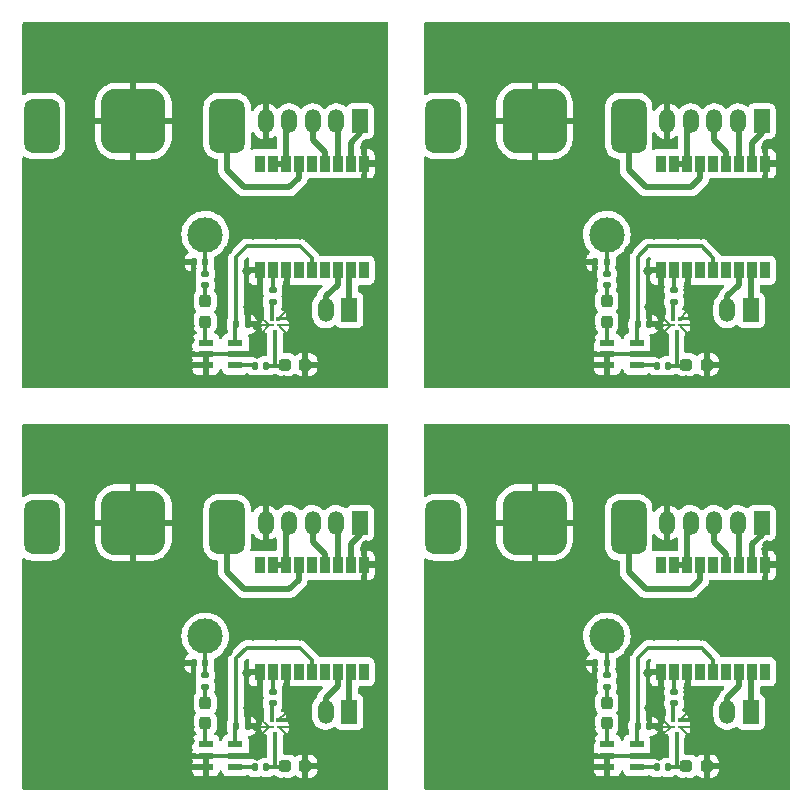
<source format=gtl>
%TF.GenerationSoftware,KiCad,Pcbnew,(6.0.4)*%
%TF.CreationDate,2022-12-06T00:22:49+09:00*%
%TF.ProjectId,gps-teseo-p,6770732d-7465-4736-956f-2d702e6b6963,rev?*%
%TF.SameCoordinates,Original*%
%TF.FileFunction,Copper,L1,Top*%
%TF.FilePolarity,Positive*%
%FSLAX46Y46*%
G04 Gerber Fmt 4.6, Leading zero omitted, Abs format (unit mm)*
G04 Created by KiCad (PCBNEW (6.0.4)) date 2022-12-06 00:22:49*
%MOMM*%
%LPD*%
G01*
G04 APERTURE LIST*
G04 Aperture macros list*
%AMRoundRect*
0 Rectangle with rounded corners*
0 $1 Rounding radius*
0 $2 $3 $4 $5 $6 $7 $8 $9 X,Y pos of 4 corners*
0 Add a 4 corners polygon primitive as box body*
4,1,4,$2,$3,$4,$5,$6,$7,$8,$9,$2,$3,0*
0 Add four circle primitives for the rounded corners*
1,1,$1+$1,$2,$3*
1,1,$1+$1,$4,$5*
1,1,$1+$1,$6,$7*
1,1,$1+$1,$8,$9*
0 Add four rect primitives between the rounded corners*
20,1,$1+$1,$2,$3,$4,$5,0*
20,1,$1+$1,$4,$5,$6,$7,0*
20,1,$1+$1,$6,$7,$8,$9,0*
20,1,$1+$1,$8,$9,$2,$3,0*%
G04 Aperture macros list end*
%TA.AperFunction,SMDPad,CuDef*%
%ADD10RoundRect,0.750000X-0.750000X-1.550000X0.750000X-1.550000X0.750000X1.550000X-0.750000X1.550000X0*%
%TD*%
%TA.AperFunction,SMDPad,CuDef*%
%ADD11RoundRect,1.375000X-1.375000X-1.375000X1.375000X-1.375000X1.375000X1.375000X-1.375000X1.375000X0*%
%TD*%
%TA.AperFunction,ComponentPad*%
%ADD12C,3.000000*%
%TD*%
%TA.AperFunction,SMDPad,CuDef*%
%ADD13RoundRect,0.140000X0.170000X-0.140000X0.170000X0.140000X-0.170000X0.140000X-0.170000X-0.140000X0*%
%TD*%
%TA.AperFunction,SMDPad,CuDef*%
%ADD14RoundRect,0.140000X-0.140000X-0.170000X0.140000X-0.170000X0.140000X0.170000X-0.140000X0.170000X0*%
%TD*%
%TA.AperFunction,SMDPad,CuDef*%
%ADD15R,1.250000X0.600000*%
%TD*%
%TA.AperFunction,SMDPad,CuDef*%
%ADD16RoundRect,0.140000X0.140000X0.170000X-0.140000X0.170000X-0.140000X-0.170000X0.140000X-0.170000X0*%
%TD*%
%TA.AperFunction,SMDPad,CuDef*%
%ADD17RoundRect,0.237500X-0.287500X-0.237500X0.287500X-0.237500X0.287500X0.237500X-0.287500X0.237500X0*%
%TD*%
%TA.AperFunction,SMDPad,CuDef*%
%ADD18RoundRect,0.140000X-0.170000X0.140000X-0.170000X-0.140000X0.170000X-0.140000X0.170000X0.140000X0*%
%TD*%
%TA.AperFunction,SMDPad,CuDef*%
%ADD19R,0.850000X1.450000*%
%TD*%
%TA.AperFunction,SMDPad,CuDef*%
%ADD20R,0.525000X0.250000*%
%TD*%
%TA.AperFunction,SMDPad,CuDef*%
%ADD21R,0.325000X0.425000*%
%TD*%
%TA.AperFunction,SMDPad,CuDef*%
%ADD22RoundRect,0.237500X-0.237500X0.287500X-0.237500X-0.287500X0.237500X-0.287500X0.237500X0.287500X0*%
%TD*%
%TA.AperFunction,SMDPad,CuDef*%
%ADD23O,1.350000X2.000000*%
%TD*%
%TA.AperFunction,SMDPad,CuDef*%
%ADD24R,1.350000X2.000000*%
%TD*%
%TA.AperFunction,ViaPad*%
%ADD25C,0.800000*%
%TD*%
%TA.AperFunction,Conductor*%
%ADD26C,0.300000*%
%TD*%
%TA.AperFunction,Conductor*%
%ADD27C,0.200000*%
%TD*%
%TA.AperFunction,Conductor*%
%ADD28C,0.500000*%
%TD*%
G04 APERTURE END LIST*
D10*
%TO.P,U5,2,plus*%
%TO.N,+3V0*%
X111850000Y-83280338D03*
X96150000Y-83280338D03*
D11*
%TO.P,U5,1,minus*%
%TO.N,GND2*%
X103900000Y-82880338D03*
%TD*%
D12*
%TO.P,IC14,1,1*%
%TO.N,Net-(C1-Pad1)*%
X110000000Y-92500000D03*
%TD*%
D13*
%TO.P,C23,2*%
%TO.N,Net-(C3-Pad2)*%
X115700000Y-97220000D03*
%TO.P,C23,1*%
%TO.N,Net-(C3-Pad1)*%
X115700000Y-98180000D03*
%TD*%
D14*
%TO.P,C24,2*%
%TO.N,Net-(C4-Pad2)*%
X115180000Y-103600000D03*
%TO.P,C24,1*%
%TO.N,Net-(C4-Pad1)*%
X114220000Y-103600000D03*
%TD*%
D15*
%TO.P,IC15,6,VCC*%
%TO.N,/VCC_RF*%
X112550000Y-101650000D03*
%TO.P,IC15,5,GND_3*%
%TO.N,GND2*%
X112550000Y-102600000D03*
%TO.P,IC15,4,RFOUT*%
%TO.N,Net-(C4-Pad1)*%
X112550000Y-103550000D03*
%TO.P,IC15,3,GND_2*%
%TO.N,GND2*%
X110050000Y-103550000D03*
%TO.P,IC15,2,GND_1*%
X110050000Y-102600000D03*
%TO.P,IC15,1,RFIN*%
%TO.N,Net-(IC3-Pad1)*%
X110050000Y-101650000D03*
%TD*%
D16*
%TO.P,C21,2*%
%TO.N,GND2*%
X109020000Y-94800000D03*
%TO.P,C21,1*%
%TO.N,Net-(C1-Pad1)*%
X109980000Y-94800000D03*
%TD*%
D17*
%TO.P,L10,2,2*%
%TO.N,GND2*%
X118475000Y-103500000D03*
%TO.P,L10,1,1*%
%TO.N,Net-(C4-Pad2)*%
X116725000Y-103500000D03*
%TD*%
D18*
%TO.P,C22,2*%
%TO.N,Net-(C2-Pad2)*%
X110000000Y-96780000D03*
%TO.P,C22,1*%
%TO.N,Net-(C1-Pad1)*%
X110000000Y-95820000D03*
%TD*%
D14*
%TO.P,C25,2*%
%TO.N,GND2*%
X113580000Y-100100000D03*
%TO.P,C25,1*%
%TO.N,/VCC_RF*%
X112620000Y-100100000D03*
%TD*%
D19*
%TO.P,IC13,18,RESERVED_2*%
%TO.N,unconnected-(IC1-Pad18)*%
X123400000Y-95500000D03*
%TO.P,IC13,17,SCL*%
%TO.N,/SCL*%
X122300000Y-95500000D03*
%TO.P,IC13,16,SDA*%
%TO.N,/SDA*%
X121200000Y-95500000D03*
%TO.P,IC13,15,RESERVED_1*%
%TO.N,unconnected-(IC1-Pad15)*%
X120100000Y-95500000D03*
%TO.P,IC13,14,VCC_RF*%
%TO.N,/VCC_RF*%
X119000000Y-95500000D03*
%TO.P,IC13,13,ANT_OFF*%
%TO.N,unconnected-(IC1-Pad13)*%
X117900000Y-95500000D03*
%TO.P,IC13,12,GND_RF_2*%
%TO.N,GND2*%
X116800000Y-95500000D03*
%TO.P,IC13,11,RF_IN*%
%TO.N,Net-(C3-Pad2)*%
X115700000Y-95500000D03*
%TO.P,IC13,10,GND_RF_1*%
%TO.N,GND2*%
X114600000Y-95500000D03*
%TO.P,IC13,9,SYS_RSTN*%
%TO.N,unconnected-(IC1-Pad9)*%
X114600000Y-86500000D03*
%TO.P,IC13,8,VCC*%
%TO.N,+3V3*%
X115700000Y-86500000D03*
%TO.P,IC13,7,VCC_IO*%
X116800000Y-86500000D03*
%TO.P,IC13,6,VBATT*%
%TO.N,+3V0*%
X117900000Y-86500000D03*
%TO.P,IC13,5,WAKE-UP*%
%TO.N,unconnected-(IC1-Pad5)*%
X119000000Y-86500000D03*
%TO.P,IC13,4,1PPS*%
%TO.N,/GNSS_1PPS*%
X120100000Y-86500000D03*
%TO.P,IC13,3,RX*%
%TO.N,/GNSS_RX*%
X121200000Y-86500000D03*
%TO.P,IC13,2,TX*%
%TO.N,/GNSS_TX*%
X122300000Y-86500000D03*
%TO.P,IC13,1,GND*%
%TO.N,GND2*%
X123400000Y-86500000D03*
%TD*%
D20*
%TO.P,FL5,5,GND_3*%
%TO.N,GND2*%
X115526000Y-100188000D03*
D21*
%TO.P,FL5,4,OUT*%
%TO.N,Net-(C3-Pad1)*%
X115626000Y-99600000D03*
%TO.P,FL5,3,GND_2*%
%TO.N,GND2*%
X116200000Y-99600000D03*
D20*
%TO.P,FL5,2,GND_1*%
X116300000Y-100188000D03*
D21*
%TO.P,FL5,1,IN*%
%TO.N,Net-(C4-Pad2)*%
X115913000Y-100776000D03*
%TD*%
D22*
%TO.P,L9,2,2*%
%TO.N,Net-(IC3-Pad1)*%
X110000000Y-99875000D03*
%TO.P,L9,1,1*%
%TO.N,Net-(C2-Pad2)*%
X110000000Y-98125000D03*
%TD*%
D23*
%TO.P,J9,5,Pin_5*%
%TO.N,GND2*%
X115100000Y-82900000D03*
%TO.P,J9,4,Pin_4*%
%TO.N,+3V3*%
X117100000Y-82900000D03*
%TO.P,J9,3,Pin_3*%
%TO.N,/GNSS_1PPS*%
X119100000Y-82900000D03*
%TO.P,J9,2,Pin_2*%
%TO.N,/GNSS_RX*%
X121100000Y-82900000D03*
D24*
%TO.P,J9,1,Pin_1*%
%TO.N,/GNSS_TX*%
X123100000Y-82900000D03*
%TD*%
D23*
%TO.P,J10,2,Pin_2*%
%TO.N,/SDA*%
X120200000Y-98900000D03*
D24*
%TO.P,J10,1,Pin_1*%
%TO.N,/SCL*%
X122200000Y-98900000D03*
%TD*%
D10*
%TO.P,U4,2,plus*%
%TO.N,+3V0*%
X77850000Y-83280338D03*
X62150000Y-83280338D03*
D11*
%TO.P,U4,1,minus*%
%TO.N,GND2*%
X69900000Y-82880338D03*
%TD*%
D12*
%TO.P,IC11,1,1*%
%TO.N,Net-(C1-Pad1)*%
X76000000Y-92500000D03*
%TD*%
D13*
%TO.P,C18,2*%
%TO.N,Net-(C3-Pad2)*%
X81700000Y-97220000D03*
%TO.P,C18,1*%
%TO.N,Net-(C3-Pad1)*%
X81700000Y-98180000D03*
%TD*%
D14*
%TO.P,C19,2*%
%TO.N,Net-(C4-Pad2)*%
X81180000Y-103600000D03*
%TO.P,C19,1*%
%TO.N,Net-(C4-Pad1)*%
X80220000Y-103600000D03*
%TD*%
D15*
%TO.P,IC12,6,VCC*%
%TO.N,/VCC_RF*%
X78550000Y-101650000D03*
%TO.P,IC12,5,GND_3*%
%TO.N,GND2*%
X78550000Y-102600000D03*
%TO.P,IC12,4,RFOUT*%
%TO.N,Net-(C4-Pad1)*%
X78550000Y-103550000D03*
%TO.P,IC12,3,GND_2*%
%TO.N,GND2*%
X76050000Y-103550000D03*
%TO.P,IC12,2,GND_1*%
X76050000Y-102600000D03*
%TO.P,IC12,1,RFIN*%
%TO.N,Net-(IC3-Pad1)*%
X76050000Y-101650000D03*
%TD*%
D16*
%TO.P,C16,2*%
%TO.N,GND2*%
X75020000Y-94800000D03*
%TO.P,C16,1*%
%TO.N,Net-(C1-Pad1)*%
X75980000Y-94800000D03*
%TD*%
D17*
%TO.P,L8,2,2*%
%TO.N,GND2*%
X84475000Y-103500000D03*
%TO.P,L8,1,1*%
%TO.N,Net-(C4-Pad2)*%
X82725000Y-103500000D03*
%TD*%
D18*
%TO.P,C17,2*%
%TO.N,Net-(C2-Pad2)*%
X76000000Y-96780000D03*
%TO.P,C17,1*%
%TO.N,Net-(C1-Pad1)*%
X76000000Y-95820000D03*
%TD*%
D14*
%TO.P,C20,2*%
%TO.N,GND2*%
X79580000Y-100100000D03*
%TO.P,C20,1*%
%TO.N,/VCC_RF*%
X78620000Y-100100000D03*
%TD*%
D19*
%TO.P,IC10,18,RESERVED_2*%
%TO.N,unconnected-(IC1-Pad18)*%
X89400000Y-95500000D03*
%TO.P,IC10,17,SCL*%
%TO.N,/SCL*%
X88300000Y-95500000D03*
%TO.P,IC10,16,SDA*%
%TO.N,/SDA*%
X87200000Y-95500000D03*
%TO.P,IC10,15,RESERVED_1*%
%TO.N,unconnected-(IC1-Pad15)*%
X86100000Y-95500000D03*
%TO.P,IC10,14,VCC_RF*%
%TO.N,/VCC_RF*%
X85000000Y-95500000D03*
%TO.P,IC10,13,ANT_OFF*%
%TO.N,unconnected-(IC1-Pad13)*%
X83900000Y-95500000D03*
%TO.P,IC10,12,GND_RF_2*%
%TO.N,GND2*%
X82800000Y-95500000D03*
%TO.P,IC10,11,RF_IN*%
%TO.N,Net-(C3-Pad2)*%
X81700000Y-95500000D03*
%TO.P,IC10,10,GND_RF_1*%
%TO.N,GND2*%
X80600000Y-95500000D03*
%TO.P,IC10,9,SYS_RSTN*%
%TO.N,unconnected-(IC1-Pad9)*%
X80600000Y-86500000D03*
%TO.P,IC10,8,VCC*%
%TO.N,+3V3*%
X81700000Y-86500000D03*
%TO.P,IC10,7,VCC_IO*%
X82800000Y-86500000D03*
%TO.P,IC10,6,VBATT*%
%TO.N,+3V0*%
X83900000Y-86500000D03*
%TO.P,IC10,5,WAKE-UP*%
%TO.N,unconnected-(IC1-Pad5)*%
X85000000Y-86500000D03*
%TO.P,IC10,4,1PPS*%
%TO.N,/GNSS_1PPS*%
X86100000Y-86500000D03*
%TO.P,IC10,3,RX*%
%TO.N,/GNSS_RX*%
X87200000Y-86500000D03*
%TO.P,IC10,2,TX*%
%TO.N,/GNSS_TX*%
X88300000Y-86500000D03*
%TO.P,IC10,1,GND*%
%TO.N,GND2*%
X89400000Y-86500000D03*
%TD*%
D20*
%TO.P,FL4,5,GND_3*%
%TO.N,GND2*%
X81526000Y-100188000D03*
D21*
%TO.P,FL4,4,OUT*%
%TO.N,Net-(C3-Pad1)*%
X81626000Y-99600000D03*
%TO.P,FL4,3,GND_2*%
%TO.N,GND2*%
X82200000Y-99600000D03*
D20*
%TO.P,FL4,2,GND_1*%
X82300000Y-100188000D03*
D21*
%TO.P,FL4,1,IN*%
%TO.N,Net-(C4-Pad2)*%
X81913000Y-100776000D03*
%TD*%
D22*
%TO.P,L7,2,2*%
%TO.N,Net-(IC3-Pad1)*%
X76000000Y-99875000D03*
%TO.P,L7,1,1*%
%TO.N,Net-(C2-Pad2)*%
X76000000Y-98125000D03*
%TD*%
D23*
%TO.P,J7,5,Pin_5*%
%TO.N,GND2*%
X81100000Y-82900000D03*
%TO.P,J7,4,Pin_4*%
%TO.N,+3V3*%
X83100000Y-82900000D03*
%TO.P,J7,3,Pin_3*%
%TO.N,/GNSS_1PPS*%
X85100000Y-82900000D03*
%TO.P,J7,2,Pin_2*%
%TO.N,/GNSS_RX*%
X87100000Y-82900000D03*
D24*
%TO.P,J7,1,Pin_1*%
%TO.N,/GNSS_TX*%
X89100000Y-82900000D03*
%TD*%
D23*
%TO.P,J8,2,Pin_2*%
%TO.N,/SDA*%
X86200000Y-98900000D03*
D24*
%TO.P,J8,1,Pin_1*%
%TO.N,/SCL*%
X88200000Y-98900000D03*
%TD*%
D10*
%TO.P,U2,2,plus*%
%TO.N,+3V0*%
X111850000Y-49280338D03*
X96150000Y-49280338D03*
D11*
%TO.P,U2,1,minus*%
%TO.N,GND2*%
X103900000Y-48880338D03*
%TD*%
D12*
%TO.P,IC5,1,1*%
%TO.N,Net-(C1-Pad1)*%
X110000000Y-58500000D03*
%TD*%
D13*
%TO.P,C8,2*%
%TO.N,Net-(C3-Pad2)*%
X115700000Y-63220000D03*
%TO.P,C8,1*%
%TO.N,Net-(C3-Pad1)*%
X115700000Y-64180000D03*
%TD*%
D14*
%TO.P,C9,2*%
%TO.N,Net-(C4-Pad2)*%
X115180000Y-69600000D03*
%TO.P,C9,1*%
%TO.N,Net-(C4-Pad1)*%
X114220000Y-69600000D03*
%TD*%
D15*
%TO.P,IC6,6,VCC*%
%TO.N,/VCC_RF*%
X112550000Y-67650000D03*
%TO.P,IC6,5,GND_3*%
%TO.N,GND2*%
X112550000Y-68600000D03*
%TO.P,IC6,4,RFOUT*%
%TO.N,Net-(C4-Pad1)*%
X112550000Y-69550000D03*
%TO.P,IC6,3,GND_2*%
%TO.N,GND2*%
X110050000Y-69550000D03*
%TO.P,IC6,2,GND_1*%
X110050000Y-68600000D03*
%TO.P,IC6,1,RFIN*%
%TO.N,Net-(IC3-Pad1)*%
X110050000Y-67650000D03*
%TD*%
D16*
%TO.P,C6,2*%
%TO.N,GND2*%
X109020000Y-60800000D03*
%TO.P,C6,1*%
%TO.N,Net-(C1-Pad1)*%
X109980000Y-60800000D03*
%TD*%
D17*
%TO.P,L4,2,2*%
%TO.N,GND2*%
X118475000Y-69500000D03*
%TO.P,L4,1,1*%
%TO.N,Net-(C4-Pad2)*%
X116725000Y-69500000D03*
%TD*%
D18*
%TO.P,C7,2*%
%TO.N,Net-(C2-Pad2)*%
X110000000Y-62780000D03*
%TO.P,C7,1*%
%TO.N,Net-(C1-Pad1)*%
X110000000Y-61820000D03*
%TD*%
D14*
%TO.P,C10,2*%
%TO.N,GND2*%
X113580000Y-66100000D03*
%TO.P,C10,1*%
%TO.N,/VCC_RF*%
X112620000Y-66100000D03*
%TD*%
D19*
%TO.P,IC4,18,RESERVED_2*%
%TO.N,unconnected-(IC1-Pad18)*%
X123400000Y-61500000D03*
%TO.P,IC4,17,SCL*%
%TO.N,/SCL*%
X122300000Y-61500000D03*
%TO.P,IC4,16,SDA*%
%TO.N,/SDA*%
X121200000Y-61500000D03*
%TO.P,IC4,15,RESERVED_1*%
%TO.N,unconnected-(IC1-Pad15)*%
X120100000Y-61500000D03*
%TO.P,IC4,14,VCC_RF*%
%TO.N,/VCC_RF*%
X119000000Y-61500000D03*
%TO.P,IC4,13,ANT_OFF*%
%TO.N,unconnected-(IC1-Pad13)*%
X117900000Y-61500000D03*
%TO.P,IC4,12,GND_RF_2*%
%TO.N,GND2*%
X116800000Y-61500000D03*
%TO.P,IC4,11,RF_IN*%
%TO.N,Net-(C3-Pad2)*%
X115700000Y-61500000D03*
%TO.P,IC4,10,GND_RF_1*%
%TO.N,GND2*%
X114600000Y-61500000D03*
%TO.P,IC4,9,SYS_RSTN*%
%TO.N,unconnected-(IC1-Pad9)*%
X114600000Y-52500000D03*
%TO.P,IC4,8,VCC*%
%TO.N,+3V3*%
X115700000Y-52500000D03*
%TO.P,IC4,7,VCC_IO*%
X116800000Y-52500000D03*
%TO.P,IC4,6,VBATT*%
%TO.N,+3V0*%
X117900000Y-52500000D03*
%TO.P,IC4,5,WAKE-UP*%
%TO.N,unconnected-(IC1-Pad5)*%
X119000000Y-52500000D03*
%TO.P,IC4,4,1PPS*%
%TO.N,/GNSS_1PPS*%
X120100000Y-52500000D03*
%TO.P,IC4,3,RX*%
%TO.N,/GNSS_RX*%
X121200000Y-52500000D03*
%TO.P,IC4,2,TX*%
%TO.N,/GNSS_TX*%
X122300000Y-52500000D03*
%TO.P,IC4,1,GND*%
%TO.N,GND2*%
X123400000Y-52500000D03*
%TD*%
D20*
%TO.P,FL2,5,GND_3*%
%TO.N,GND2*%
X115526000Y-66188000D03*
D21*
%TO.P,FL2,4,OUT*%
%TO.N,Net-(C3-Pad1)*%
X115626000Y-65600000D03*
%TO.P,FL2,3,GND_2*%
%TO.N,GND2*%
X116200000Y-65600000D03*
D20*
%TO.P,FL2,2,GND_1*%
X116300000Y-66188000D03*
D21*
%TO.P,FL2,1,IN*%
%TO.N,Net-(C4-Pad2)*%
X115913000Y-66776000D03*
%TD*%
D22*
%TO.P,L3,2,2*%
%TO.N,Net-(IC3-Pad1)*%
X110000000Y-65875000D03*
%TO.P,L3,1,1*%
%TO.N,Net-(C2-Pad2)*%
X110000000Y-64125000D03*
%TD*%
D23*
%TO.P,J3,5,Pin_5*%
%TO.N,GND2*%
X115100000Y-48900000D03*
%TO.P,J3,4,Pin_4*%
%TO.N,+3V3*%
X117100000Y-48900000D03*
%TO.P,J3,3,Pin_3*%
%TO.N,/GNSS_1PPS*%
X119100000Y-48900000D03*
%TO.P,J3,2,Pin_2*%
%TO.N,/GNSS_RX*%
X121100000Y-48900000D03*
D24*
%TO.P,J3,1,Pin_1*%
%TO.N,/GNSS_TX*%
X123100000Y-48900000D03*
%TD*%
D23*
%TO.P,J4,2,Pin_2*%
%TO.N,/SDA*%
X120200000Y-64900000D03*
D24*
%TO.P,J4,1,Pin_1*%
%TO.N,/SCL*%
X122200000Y-64900000D03*
%TD*%
D19*
%TO.P,IC1,18,RESERVED_2*%
%TO.N,unconnected-(IC1-Pad18)*%
X89400000Y-61500000D03*
%TO.P,IC1,17,SCL*%
%TO.N,/SCL*%
X88300000Y-61500000D03*
%TO.P,IC1,16,SDA*%
%TO.N,/SDA*%
X87200000Y-61500000D03*
%TO.P,IC1,15,RESERVED_1*%
%TO.N,unconnected-(IC1-Pad15)*%
X86100000Y-61500000D03*
%TO.P,IC1,14,VCC_RF*%
%TO.N,/VCC_RF*%
X85000000Y-61500000D03*
%TO.P,IC1,13,ANT_OFF*%
%TO.N,unconnected-(IC1-Pad13)*%
X83900000Y-61500000D03*
%TO.P,IC1,12,GND_RF_2*%
%TO.N,GND2*%
X82800000Y-61500000D03*
%TO.P,IC1,11,RF_IN*%
%TO.N,Net-(C3-Pad2)*%
X81700000Y-61500000D03*
%TO.P,IC1,10,GND_RF_1*%
%TO.N,GND2*%
X80600000Y-61500000D03*
%TO.P,IC1,9,SYS_RSTN*%
%TO.N,unconnected-(IC1-Pad9)*%
X80600000Y-52500000D03*
%TO.P,IC1,8,VCC*%
%TO.N,+3V3*%
X81700000Y-52500000D03*
%TO.P,IC1,7,VCC_IO*%
X82800000Y-52500000D03*
%TO.P,IC1,6,VBATT*%
%TO.N,+3V0*%
X83900000Y-52500000D03*
%TO.P,IC1,5,WAKE-UP*%
%TO.N,unconnected-(IC1-Pad5)*%
X85000000Y-52500000D03*
%TO.P,IC1,4,1PPS*%
%TO.N,/GNSS_1PPS*%
X86100000Y-52500000D03*
%TO.P,IC1,3,RX*%
%TO.N,/GNSS_RX*%
X87200000Y-52500000D03*
%TO.P,IC1,2,TX*%
%TO.N,/GNSS_TX*%
X88300000Y-52500000D03*
%TO.P,IC1,1,GND*%
%TO.N,GND2*%
X89400000Y-52500000D03*
%TD*%
D14*
%TO.P,C5,2*%
%TO.N,GND2*%
X79580000Y-66100000D03*
%TO.P,C5,1*%
%TO.N,/VCC_RF*%
X78620000Y-66100000D03*
%TD*%
D18*
%TO.P,C2,2*%
%TO.N,Net-(C2-Pad2)*%
X76000000Y-62780000D03*
%TO.P,C2,1*%
%TO.N,Net-(C1-Pad1)*%
X76000000Y-61820000D03*
%TD*%
D17*
%TO.P,L2,2,2*%
%TO.N,GND2*%
X84475000Y-69500000D03*
%TO.P,L2,1,1*%
%TO.N,Net-(C4-Pad2)*%
X82725000Y-69500000D03*
%TD*%
D16*
%TO.P,C1,2*%
%TO.N,GND2*%
X75020000Y-60800000D03*
%TO.P,C1,1*%
%TO.N,Net-(C1-Pad1)*%
X75980000Y-60800000D03*
%TD*%
D15*
%TO.P,IC3,6,VCC*%
%TO.N,/VCC_RF*%
X78550000Y-67650000D03*
%TO.P,IC3,5,GND_3*%
%TO.N,GND2*%
X78550000Y-68600000D03*
%TO.P,IC3,4,RFOUT*%
%TO.N,Net-(C4-Pad1)*%
X78550000Y-69550000D03*
%TO.P,IC3,3,GND_2*%
%TO.N,GND2*%
X76050000Y-69550000D03*
%TO.P,IC3,2,GND_1*%
X76050000Y-68600000D03*
%TO.P,IC3,1,RFIN*%
%TO.N,Net-(IC3-Pad1)*%
X76050000Y-67650000D03*
%TD*%
D23*
%TO.P,J1,5,Pin_5*%
%TO.N,GND2*%
X81100000Y-48900000D03*
%TO.P,J1,4,Pin_4*%
%TO.N,+3V3*%
X83100000Y-48900000D03*
%TO.P,J1,3,Pin_3*%
%TO.N,/GNSS_1PPS*%
X85100000Y-48900000D03*
%TO.P,J1,2,Pin_2*%
%TO.N,/GNSS_RX*%
X87100000Y-48900000D03*
D24*
%TO.P,J1,1,Pin_1*%
%TO.N,/GNSS_TX*%
X89100000Y-48900000D03*
%TD*%
D20*
%TO.P,FL1,5,GND_3*%
%TO.N,GND2*%
X81526000Y-66188000D03*
D21*
%TO.P,FL1,4,OUT*%
%TO.N,Net-(C3-Pad1)*%
X81626000Y-65600000D03*
%TO.P,FL1,3,GND_2*%
%TO.N,GND2*%
X82200000Y-65600000D03*
D20*
%TO.P,FL1,2,GND_1*%
X82300000Y-66188000D03*
D21*
%TO.P,FL1,1,IN*%
%TO.N,Net-(C4-Pad2)*%
X81913000Y-66776000D03*
%TD*%
D22*
%TO.P,L1,2,2*%
%TO.N,Net-(IC3-Pad1)*%
X76000000Y-65875000D03*
%TO.P,L1,1,1*%
%TO.N,Net-(C2-Pad2)*%
X76000000Y-64125000D03*
%TD*%
D14*
%TO.P,C4,2*%
%TO.N,Net-(C4-Pad2)*%
X81180000Y-69600000D03*
%TO.P,C4,1*%
%TO.N,Net-(C4-Pad1)*%
X80220000Y-69600000D03*
%TD*%
D23*
%TO.P,J2,2,Pin_2*%
%TO.N,/SDA*%
X86200000Y-64900000D03*
D24*
%TO.P,J2,1,Pin_1*%
%TO.N,/SCL*%
X88200000Y-64900000D03*
%TD*%
D13*
%TO.P,C3,2*%
%TO.N,Net-(C3-Pad2)*%
X81700000Y-63220000D03*
%TO.P,C3,1*%
%TO.N,Net-(C3-Pad1)*%
X81700000Y-64180000D03*
%TD*%
D10*
%TO.P,U1,2,plus*%
%TO.N,+3V0*%
X77850000Y-49280338D03*
X62150000Y-49280338D03*
D11*
%TO.P,U1,1,minus*%
%TO.N,GND2*%
X69900000Y-48880338D03*
%TD*%
D12*
%TO.P,IC2,1,1*%
%TO.N,Net-(C1-Pad1)*%
X76000000Y-58500000D03*
%TD*%
D25*
%TO.N,GND2*%
X98949162Y-75981298D03*
X108500000Y-90200000D03*
X104000000Y-79000000D03*
X124800000Y-86400000D03*
X107300000Y-92500000D03*
X113800000Y-80400000D03*
X114000000Y-76000000D03*
X108600000Y-96100000D03*
X123600000Y-84800000D03*
X111300000Y-96200000D03*
X104000000Y-104000000D03*
X103800000Y-87000000D03*
X118000000Y-92500000D03*
X120000000Y-89000000D03*
X99000000Y-104000000D03*
X96000000Y-94000000D03*
X124000000Y-104000000D03*
X108700000Y-100200000D03*
X111400000Y-97600000D03*
X109000000Y-79000000D03*
X116000000Y-90500000D03*
X124000000Y-76000000D03*
X116700000Y-104800000D03*
X124000000Y-102200000D03*
X98951204Y-83995915D03*
X112500000Y-92700000D03*
X107600000Y-93800000D03*
X111400000Y-90200000D03*
X96000000Y-99000000D03*
X118000000Y-98400000D03*
X108000000Y-94800000D03*
X118400000Y-102100000D03*
X119800000Y-103600000D03*
X115000000Y-84800000D03*
X122000000Y-89000000D03*
X113500000Y-95600000D03*
X104000000Y-76000000D03*
X119200000Y-97200000D03*
X108600000Y-103600000D03*
X114400000Y-97200000D03*
X115400000Y-104800000D03*
X114400000Y-101400000D03*
X99000000Y-89000000D03*
X108947119Y-83995915D03*
X124000000Y-93000000D03*
X116000000Y-92500000D03*
X124000000Y-89000000D03*
X111400000Y-98900000D03*
X121500000Y-104000000D03*
X120400000Y-78400000D03*
X120000000Y-93000000D03*
X118000000Y-101000000D03*
X99000000Y-99000000D03*
X118000000Y-99800000D03*
X113800000Y-78400000D03*
X103949162Y-88993872D03*
X111900000Y-93800000D03*
X109800000Y-104800000D03*
X108700000Y-101400000D03*
X112400000Y-104800000D03*
X124000000Y-100400000D03*
X118000000Y-90500000D03*
X124200000Y-78400000D03*
X107700000Y-91200000D03*
X112100000Y-91400000D03*
X119000000Y-76000000D03*
X123600000Y-97200000D03*
X104000000Y-99000000D03*
X114200000Y-104800000D03*
X104000000Y-94000000D03*
X99000000Y-79000000D03*
X96000000Y-89000000D03*
X114400000Y-100200000D03*
X111300000Y-94900000D03*
X122000000Y-93000000D03*
X117000000Y-102100000D03*
X108947119Y-88993872D03*
X116800000Y-78400000D03*
X96000000Y-104000000D03*
X114400000Y-102600000D03*
X114000000Y-90500000D03*
X108700000Y-97400000D03*
X111400000Y-100100000D03*
X124200000Y-80800000D03*
X113600000Y-98600000D03*
X109000000Y-76000000D03*
X99000000Y-94000000D03*
X109900000Y-89900000D03*
X108700000Y-98800000D03*
X116900000Y-97200000D03*
X114000000Y-92500000D03*
X64949162Y-75981298D03*
X74500000Y-90200000D03*
X70000000Y-79000000D03*
X90800000Y-86400000D03*
X73300000Y-92500000D03*
X79800000Y-80400000D03*
X80000000Y-76000000D03*
X74600000Y-96100000D03*
X89600000Y-84800000D03*
X77300000Y-96200000D03*
X70000000Y-104000000D03*
X69800000Y-87000000D03*
X84000000Y-92500000D03*
X86000000Y-89000000D03*
X65000000Y-104000000D03*
X62000000Y-94000000D03*
X90000000Y-104000000D03*
X74700000Y-100200000D03*
X77400000Y-97600000D03*
X75000000Y-79000000D03*
X82000000Y-90500000D03*
X90000000Y-76000000D03*
X82700000Y-104800000D03*
X90000000Y-102200000D03*
X64951204Y-83995915D03*
X78500000Y-92700000D03*
X73600000Y-93800000D03*
X77400000Y-90200000D03*
X62000000Y-99000000D03*
X84000000Y-98400000D03*
X74000000Y-94800000D03*
X84400000Y-102100000D03*
X85800000Y-103600000D03*
X81000000Y-84800000D03*
X88000000Y-89000000D03*
X79500000Y-95600000D03*
X70000000Y-76000000D03*
X85200000Y-97200000D03*
X74600000Y-103600000D03*
X80400000Y-97200000D03*
X81400000Y-104800000D03*
X80400000Y-101400000D03*
X65000000Y-89000000D03*
X74947119Y-83995915D03*
X90000000Y-93000000D03*
X82000000Y-92500000D03*
X90000000Y-89000000D03*
X77400000Y-98900000D03*
X87500000Y-104000000D03*
X86400000Y-78400000D03*
X86000000Y-93000000D03*
X84000000Y-101000000D03*
X65000000Y-99000000D03*
X84000000Y-99800000D03*
X79800000Y-78400000D03*
X69949162Y-88993872D03*
X77900000Y-93800000D03*
X75800000Y-104800000D03*
X74700000Y-101400000D03*
X78400000Y-104800000D03*
X90000000Y-100400000D03*
X84000000Y-90500000D03*
X90200000Y-78400000D03*
X73700000Y-91200000D03*
X78100000Y-91400000D03*
X85000000Y-76000000D03*
X89600000Y-97200000D03*
X70000000Y-99000000D03*
X80200000Y-104800000D03*
X70000000Y-94000000D03*
X65000000Y-79000000D03*
X62000000Y-89000000D03*
X80400000Y-100200000D03*
X77300000Y-94900000D03*
X88000000Y-93000000D03*
X83000000Y-102100000D03*
X74947119Y-88993872D03*
X82800000Y-78400000D03*
X62000000Y-104000000D03*
X80400000Y-102600000D03*
X80000000Y-90500000D03*
X74700000Y-97400000D03*
X77400000Y-100100000D03*
X90200000Y-80800000D03*
X79600000Y-98600000D03*
X75000000Y-76000000D03*
X65000000Y-94000000D03*
X75900000Y-89900000D03*
X74700000Y-98800000D03*
X82900000Y-97200000D03*
X80000000Y-92500000D03*
X98949162Y-41981298D03*
X108500000Y-56200000D03*
X104000000Y-45000000D03*
X124800000Y-52400000D03*
X107300000Y-58500000D03*
X113800000Y-46400000D03*
X114000000Y-42000000D03*
X108600000Y-62100000D03*
X123600000Y-50800000D03*
X111300000Y-62200000D03*
X104000000Y-70000000D03*
X103800000Y-53000000D03*
X118000000Y-58500000D03*
X120000000Y-55000000D03*
X99000000Y-70000000D03*
X96000000Y-60000000D03*
X124000000Y-70000000D03*
X108700000Y-66200000D03*
X111400000Y-63600000D03*
X109000000Y-45000000D03*
X116000000Y-56500000D03*
X124000000Y-42000000D03*
X116700000Y-70800000D03*
X124000000Y-68200000D03*
X98951204Y-49995915D03*
X112500000Y-58700000D03*
X107600000Y-59800000D03*
X111400000Y-56200000D03*
X96000000Y-65000000D03*
X118000000Y-64400000D03*
X108000000Y-60800000D03*
X118400000Y-68100000D03*
X119800000Y-69600000D03*
X115000000Y-50800000D03*
X122000000Y-55000000D03*
X113500000Y-61600000D03*
X104000000Y-42000000D03*
X119200000Y-63200000D03*
X108600000Y-69600000D03*
X114400000Y-63200000D03*
X115400000Y-70800000D03*
X114400000Y-67400000D03*
X99000000Y-55000000D03*
X108947119Y-49995915D03*
X124000000Y-59000000D03*
X116000000Y-58500000D03*
X124000000Y-55000000D03*
X111400000Y-64900000D03*
X121500000Y-70000000D03*
X120400000Y-44400000D03*
X120000000Y-59000000D03*
X118000000Y-67000000D03*
X99000000Y-65000000D03*
X118000000Y-65800000D03*
X113800000Y-44400000D03*
X103949162Y-54993872D03*
X111900000Y-59800000D03*
X109800000Y-70800000D03*
X108700000Y-67400000D03*
X112400000Y-70800000D03*
X124000000Y-66400000D03*
X118000000Y-56500000D03*
X124200000Y-44400000D03*
X107700000Y-57200000D03*
X112100000Y-57400000D03*
X119000000Y-42000000D03*
X123600000Y-63200000D03*
X104000000Y-65000000D03*
X114200000Y-70800000D03*
X104000000Y-60000000D03*
X99000000Y-45000000D03*
X96000000Y-55000000D03*
X114400000Y-66200000D03*
X111300000Y-60900000D03*
X122000000Y-59000000D03*
X117000000Y-68100000D03*
X108947119Y-54993872D03*
X116800000Y-44400000D03*
X96000000Y-70000000D03*
X114400000Y-68600000D03*
X114000000Y-56500000D03*
X108700000Y-63400000D03*
X111400000Y-66100000D03*
X124200000Y-46800000D03*
X113600000Y-64600000D03*
X109000000Y-42000000D03*
X99000000Y-60000000D03*
X109900000Y-55900000D03*
X108700000Y-64800000D03*
X116900000Y-63200000D03*
X114000000Y-58500000D03*
X90200000Y-44400000D03*
X74700000Y-67400000D03*
X75800000Y-70800000D03*
X77900000Y-59800000D03*
X79800000Y-44400000D03*
X84000000Y-56500000D03*
X90000000Y-66400000D03*
X69949162Y-54993872D03*
X78400000Y-70800000D03*
X85000000Y-42000000D03*
X78100000Y-57400000D03*
X89600000Y-63200000D03*
X70000000Y-65000000D03*
X73700000Y-57200000D03*
X80200000Y-70800000D03*
X80400000Y-66200000D03*
X62000000Y-55000000D03*
X65000000Y-45000000D03*
X70000000Y-60000000D03*
X77300000Y-60900000D03*
X65000000Y-55000000D03*
X90000000Y-55000000D03*
X80400000Y-67400000D03*
X86000000Y-59000000D03*
X86400000Y-44400000D03*
X82000000Y-58500000D03*
X62000000Y-65000000D03*
X80400000Y-63200000D03*
X84000000Y-67000000D03*
X81000000Y-50800000D03*
X87500000Y-70000000D03*
X84400000Y-68100000D03*
X81400000Y-70800000D03*
X74000000Y-60800000D03*
X77400000Y-56200000D03*
X90000000Y-59000000D03*
X77400000Y-64900000D03*
X85200000Y-63200000D03*
X74947119Y-49995915D03*
X79500000Y-61600000D03*
X74600000Y-69600000D03*
X70000000Y-42000000D03*
X85800000Y-69600000D03*
X88000000Y-55000000D03*
X84000000Y-64400000D03*
X84000000Y-65800000D03*
X65000000Y-65000000D03*
X73600000Y-59800000D03*
X62000000Y-60000000D03*
X74600000Y-62100000D03*
X90800000Y-52400000D03*
X80000000Y-42000000D03*
X90000000Y-42000000D03*
X64949162Y-41981298D03*
X74500000Y-56200000D03*
X78500000Y-58700000D03*
X74700000Y-66200000D03*
X75000000Y-45000000D03*
X89600000Y-50800000D03*
X73300000Y-58500000D03*
X77400000Y-63600000D03*
X65000000Y-70000000D03*
X84000000Y-58500000D03*
X70000000Y-70000000D03*
X90000000Y-70000000D03*
X79800000Y-46400000D03*
X69800000Y-53000000D03*
X86000000Y-55000000D03*
X82700000Y-70800000D03*
X64951204Y-49995915D03*
X70000000Y-45000000D03*
X77300000Y-62200000D03*
X90000000Y-68200000D03*
X82000000Y-56500000D03*
X74947119Y-54993872D03*
X82800000Y-44400000D03*
X77400000Y-66100000D03*
X79600000Y-64600000D03*
X90200000Y-46800000D03*
X75900000Y-55900000D03*
X82900000Y-63200000D03*
X74700000Y-64800000D03*
X80400000Y-68600000D03*
X83000000Y-68100000D03*
X80000000Y-58500000D03*
X88000000Y-59000000D03*
X65000000Y-60000000D03*
X80000000Y-56500000D03*
X62000000Y-70000000D03*
X75000000Y-42000000D03*
X74700000Y-63400000D03*
%TD*%
D26*
%TO.N,GND2*%
X110050000Y-103550000D02*
X110050000Y-102600000D01*
D27*
X115526000Y-100188000D02*
X115388500Y-100188000D01*
D28*
X116900000Y-95600000D02*
X116800000Y-95500000D01*
X124800000Y-86400000D02*
X123500000Y-86400000D01*
D27*
X115412000Y-100188000D02*
X114700000Y-100900000D01*
X116200000Y-99600000D02*
X116800000Y-99000000D01*
X116300000Y-100300000D02*
X116800000Y-100800000D01*
D26*
X112550000Y-102600000D02*
X110050000Y-102600000D01*
D28*
X114600000Y-97000000D02*
X114400000Y-97200000D01*
D27*
X117400000Y-99600000D02*
X117700000Y-99600000D01*
D28*
X116900000Y-97200000D02*
X116900000Y-95600000D01*
D27*
X116800000Y-99000000D02*
X116800000Y-98800000D01*
X117188000Y-100188000D02*
X116300000Y-100188000D01*
X116200000Y-99600000D02*
X117400000Y-99600000D01*
X114500000Y-99299500D02*
X114500000Y-99200000D01*
X113668000Y-100188000D02*
X115526000Y-100188000D01*
D26*
%TO.N,Net-(C1-Pad1)*%
X110000000Y-94780000D02*
X109980000Y-94800000D01*
D28*
%TO.N,GND2*%
X114400000Y-102600000D02*
X112550000Y-102600000D01*
D27*
X116300000Y-100188000D02*
X116300000Y-100300000D01*
D26*
%TO.N,Net-(C1-Pad1)*%
X110000000Y-92500000D02*
X110000000Y-94780000D01*
X109980000Y-95800000D02*
X110000000Y-95820000D01*
X109980000Y-94800000D02*
X109980000Y-95800000D01*
D27*
%TO.N,GND2*%
X115526000Y-100188000D02*
X115412000Y-100188000D01*
D28*
X113600000Y-95500000D02*
X113500000Y-95600000D01*
X114600000Y-95500000D02*
X114600000Y-97000000D01*
D27*
X117700000Y-100700000D02*
X117188000Y-100188000D01*
X115388500Y-100188000D02*
X114500000Y-99299500D01*
X113580000Y-100100000D02*
X113668000Y-100188000D01*
D28*
X123500000Y-86400000D02*
X123400000Y-86500000D01*
X114600000Y-95500000D02*
X113600000Y-95500000D01*
%TO.N,/SCL*%
X122200000Y-95600000D02*
X122300000Y-95500000D01*
X122200000Y-98900000D02*
X122200000Y-95600000D01*
%TO.N,/SDA*%
X120200000Y-97725000D02*
X120200000Y-98900000D01*
X121200000Y-95500000D02*
X121200000Y-96725000D01*
%TO.N,+3V3*%
X115700000Y-86500000D02*
X116800000Y-86500000D01*
X116800000Y-86500000D02*
X116800000Y-83200000D01*
X116800000Y-83200000D02*
X117100000Y-82900000D01*
%TO.N,/SDA*%
X121200000Y-96725000D02*
X120200000Y-97725000D01*
D26*
%TO.N,Net-(IC3-Pad1)*%
X110000000Y-99875000D02*
X110000000Y-101600000D01*
X110000000Y-101600000D02*
X110050000Y-101650000D01*
%TO.N,/VCC_RF*%
X112550000Y-100170000D02*
X112620000Y-100100000D01*
D28*
%TO.N,+3V0*%
X111850000Y-83280338D02*
X111850000Y-87050000D01*
%TO.N,/GNSS_RX*%
X121200000Y-83000000D02*
X121100000Y-82900000D01*
D26*
%TO.N,Net-(C4-Pad1)*%
X112550000Y-103550000D02*
X114170000Y-103550000D01*
D28*
%TO.N,/GNSS_TX*%
X122300000Y-84700000D02*
X123100000Y-83900000D01*
%TO.N,+3V0*%
X117900000Y-87725000D02*
X117900000Y-86500000D01*
%TO.N,/GNSS_1PPS*%
X120100000Y-85500000D02*
X119100000Y-84500000D01*
%TO.N,/GNSS_RX*%
X121200000Y-86500000D02*
X121200000Y-83000000D01*
%TO.N,/GNSS_TX*%
X122300000Y-86500000D02*
X122300000Y-84700000D01*
X123100000Y-83900000D02*
X123100000Y-82900000D01*
D26*
%TO.N,/VCC_RF*%
X112620000Y-100100000D02*
X112620000Y-94380000D01*
X113500000Y-93500000D02*
X118025000Y-93500000D01*
%TO.N,Net-(C4-Pad2)*%
X116625000Y-103600000D02*
X116725000Y-103500000D01*
X115800000Y-103600000D02*
X116625000Y-103600000D01*
X115913000Y-100776000D02*
X115913000Y-103487000D01*
%TO.N,Net-(C4-Pad1)*%
X114170000Y-103550000D02*
X114220000Y-103600000D01*
%TO.N,/VCC_RF*%
X112620000Y-94380000D02*
X113500000Y-93500000D01*
X112550000Y-101650000D02*
X112550000Y-100170000D01*
%TO.N,Net-(C3-Pad1)*%
X115626000Y-99600000D02*
X115626000Y-98254000D01*
D28*
%TO.N,/GNSS_1PPS*%
X120100000Y-86500000D02*
X120100000Y-85500000D01*
D26*
%TO.N,Net-(C3-Pad1)*%
X115626000Y-98254000D02*
X115700000Y-98180000D01*
%TO.N,/VCC_RF*%
X118025000Y-93500000D02*
X119000000Y-94475000D01*
%TO.N,Net-(C4-Pad2)*%
X115180000Y-103600000D02*
X115800000Y-103600000D01*
X115913000Y-103487000D02*
X115800000Y-103600000D01*
%TO.N,Net-(C3-Pad2)*%
X115700000Y-97220000D02*
X115700000Y-95500000D01*
%TO.N,Net-(C2-Pad2)*%
X110000000Y-96780000D02*
X110000000Y-98125000D01*
%TO.N,/VCC_RF*%
X119000000Y-94475000D02*
X119000000Y-95500000D01*
D28*
%TO.N,+3V0*%
X117125000Y-88500000D02*
X117900000Y-87725000D01*
X113300000Y-88500000D02*
X117125000Y-88500000D01*
X111850000Y-87050000D02*
X113300000Y-88500000D01*
%TO.N,/GNSS_1PPS*%
X119100000Y-84500000D02*
X119100000Y-82900000D01*
D26*
%TO.N,GND2*%
X76050000Y-103550000D02*
X76050000Y-102600000D01*
D27*
X81526000Y-100188000D02*
X81388500Y-100188000D01*
D28*
X82900000Y-95600000D02*
X82800000Y-95500000D01*
X90800000Y-86400000D02*
X89500000Y-86400000D01*
D27*
X81412000Y-100188000D02*
X80700000Y-100900000D01*
X82200000Y-99600000D02*
X82800000Y-99000000D01*
X82300000Y-100300000D02*
X82800000Y-100800000D01*
D26*
X78550000Y-102600000D02*
X76050000Y-102600000D01*
D28*
X80600000Y-97000000D02*
X80400000Y-97200000D01*
D27*
X83400000Y-99600000D02*
X83700000Y-99600000D01*
D28*
X82900000Y-97200000D02*
X82900000Y-95600000D01*
D27*
X82800000Y-99000000D02*
X82800000Y-98800000D01*
X83188000Y-100188000D02*
X82300000Y-100188000D01*
X82200000Y-99600000D02*
X83400000Y-99600000D01*
X80500000Y-99299500D02*
X80500000Y-99200000D01*
X79668000Y-100188000D02*
X81526000Y-100188000D01*
D26*
%TO.N,Net-(C1-Pad1)*%
X76000000Y-94780000D02*
X75980000Y-94800000D01*
D28*
%TO.N,GND2*%
X80400000Y-102600000D02*
X78550000Y-102600000D01*
D27*
X82300000Y-100188000D02*
X82300000Y-100300000D01*
D26*
%TO.N,Net-(C1-Pad1)*%
X76000000Y-92500000D02*
X76000000Y-94780000D01*
X75980000Y-95800000D02*
X76000000Y-95820000D01*
X75980000Y-94800000D02*
X75980000Y-95800000D01*
D27*
%TO.N,GND2*%
X81526000Y-100188000D02*
X81412000Y-100188000D01*
D28*
X79600000Y-95500000D02*
X79500000Y-95600000D01*
X80600000Y-95500000D02*
X80600000Y-97000000D01*
D27*
X83700000Y-100700000D02*
X83188000Y-100188000D01*
X81388500Y-100188000D02*
X80500000Y-99299500D01*
X79580000Y-100100000D02*
X79668000Y-100188000D01*
D28*
X89500000Y-86400000D02*
X89400000Y-86500000D01*
X80600000Y-95500000D02*
X79600000Y-95500000D01*
%TO.N,/SCL*%
X88200000Y-95600000D02*
X88300000Y-95500000D01*
X88200000Y-98900000D02*
X88200000Y-95600000D01*
%TO.N,/SDA*%
X86200000Y-97725000D02*
X86200000Y-98900000D01*
X87200000Y-95500000D02*
X87200000Y-96725000D01*
%TO.N,+3V3*%
X81700000Y-86500000D02*
X82800000Y-86500000D01*
X82800000Y-86500000D02*
X82800000Y-83200000D01*
X82800000Y-83200000D02*
X83100000Y-82900000D01*
%TO.N,/SDA*%
X87200000Y-96725000D02*
X86200000Y-97725000D01*
D26*
%TO.N,Net-(IC3-Pad1)*%
X76000000Y-99875000D02*
X76000000Y-101600000D01*
X76000000Y-101600000D02*
X76050000Y-101650000D01*
%TO.N,/VCC_RF*%
X78550000Y-100170000D02*
X78620000Y-100100000D01*
D28*
%TO.N,+3V0*%
X77850000Y-83280338D02*
X77850000Y-87050000D01*
%TO.N,/GNSS_RX*%
X87200000Y-83000000D02*
X87100000Y-82900000D01*
D26*
%TO.N,Net-(C4-Pad1)*%
X78550000Y-103550000D02*
X80170000Y-103550000D01*
D28*
%TO.N,/GNSS_TX*%
X88300000Y-84700000D02*
X89100000Y-83900000D01*
%TO.N,+3V0*%
X83900000Y-87725000D02*
X83900000Y-86500000D01*
%TO.N,/GNSS_1PPS*%
X86100000Y-85500000D02*
X85100000Y-84500000D01*
%TO.N,/GNSS_RX*%
X87200000Y-86500000D02*
X87200000Y-83000000D01*
%TO.N,/GNSS_TX*%
X88300000Y-86500000D02*
X88300000Y-84700000D01*
X89100000Y-83900000D02*
X89100000Y-82900000D01*
D26*
%TO.N,/VCC_RF*%
X78620000Y-100100000D02*
X78620000Y-94380000D01*
X79500000Y-93500000D02*
X84025000Y-93500000D01*
%TO.N,Net-(C4-Pad2)*%
X82625000Y-103600000D02*
X82725000Y-103500000D01*
X81800000Y-103600000D02*
X82625000Y-103600000D01*
X81913000Y-100776000D02*
X81913000Y-103487000D01*
%TO.N,Net-(C4-Pad1)*%
X80170000Y-103550000D02*
X80220000Y-103600000D01*
%TO.N,/VCC_RF*%
X78620000Y-94380000D02*
X79500000Y-93500000D01*
X78550000Y-101650000D02*
X78550000Y-100170000D01*
%TO.N,Net-(C3-Pad1)*%
X81626000Y-99600000D02*
X81626000Y-98254000D01*
D28*
%TO.N,/GNSS_1PPS*%
X86100000Y-86500000D02*
X86100000Y-85500000D01*
D26*
%TO.N,Net-(C3-Pad1)*%
X81626000Y-98254000D02*
X81700000Y-98180000D01*
%TO.N,/VCC_RF*%
X84025000Y-93500000D02*
X85000000Y-94475000D01*
%TO.N,Net-(C4-Pad2)*%
X81180000Y-103600000D02*
X81800000Y-103600000D01*
X81913000Y-103487000D02*
X81800000Y-103600000D01*
%TO.N,Net-(C3-Pad2)*%
X81700000Y-97220000D02*
X81700000Y-95500000D01*
%TO.N,Net-(C2-Pad2)*%
X76000000Y-96780000D02*
X76000000Y-98125000D01*
%TO.N,/VCC_RF*%
X85000000Y-94475000D02*
X85000000Y-95500000D01*
D28*
%TO.N,+3V0*%
X83125000Y-88500000D02*
X83900000Y-87725000D01*
X79300000Y-88500000D02*
X83125000Y-88500000D01*
X77850000Y-87050000D02*
X79300000Y-88500000D01*
%TO.N,/GNSS_1PPS*%
X85100000Y-84500000D02*
X85100000Y-82900000D01*
D26*
%TO.N,GND2*%
X110050000Y-69550000D02*
X110050000Y-68600000D01*
D27*
X115526000Y-66188000D02*
X115388500Y-66188000D01*
D28*
X116900000Y-61600000D02*
X116800000Y-61500000D01*
X124800000Y-52400000D02*
X123500000Y-52400000D01*
D27*
X115412000Y-66188000D02*
X114700000Y-66900000D01*
X116200000Y-65600000D02*
X116800000Y-65000000D01*
X116300000Y-66300000D02*
X116800000Y-66800000D01*
D26*
X112550000Y-68600000D02*
X110050000Y-68600000D01*
D28*
X114600000Y-63000000D02*
X114400000Y-63200000D01*
D27*
X117400000Y-65600000D02*
X117700000Y-65600000D01*
D28*
X116900000Y-63200000D02*
X116900000Y-61600000D01*
D27*
X116800000Y-65000000D02*
X116800000Y-64800000D01*
X117188000Y-66188000D02*
X116300000Y-66188000D01*
X116200000Y-65600000D02*
X117400000Y-65600000D01*
X114500000Y-65299500D02*
X114500000Y-65200000D01*
X113668000Y-66188000D02*
X115526000Y-66188000D01*
D26*
%TO.N,Net-(C1-Pad1)*%
X110000000Y-60780000D02*
X109980000Y-60800000D01*
D28*
%TO.N,GND2*%
X114400000Y-68600000D02*
X112550000Y-68600000D01*
D27*
X116300000Y-66188000D02*
X116300000Y-66300000D01*
D26*
%TO.N,Net-(C1-Pad1)*%
X110000000Y-58500000D02*
X110000000Y-60780000D01*
X109980000Y-61800000D02*
X110000000Y-61820000D01*
X109980000Y-60800000D02*
X109980000Y-61800000D01*
D27*
%TO.N,GND2*%
X115526000Y-66188000D02*
X115412000Y-66188000D01*
D28*
X113600000Y-61500000D02*
X113500000Y-61600000D01*
X114600000Y-61500000D02*
X114600000Y-63000000D01*
D27*
X117700000Y-66700000D02*
X117188000Y-66188000D01*
X115388500Y-66188000D02*
X114500000Y-65299500D01*
X113580000Y-66100000D02*
X113668000Y-66188000D01*
D28*
X123500000Y-52400000D02*
X123400000Y-52500000D01*
X114600000Y-61500000D02*
X113600000Y-61500000D01*
%TO.N,/SCL*%
X122200000Y-61600000D02*
X122300000Y-61500000D01*
X122200000Y-64900000D02*
X122200000Y-61600000D01*
%TO.N,/SDA*%
X120200000Y-63725000D02*
X120200000Y-64900000D01*
X121200000Y-61500000D02*
X121200000Y-62725000D01*
%TO.N,+3V3*%
X115700000Y-52500000D02*
X116800000Y-52500000D01*
X116800000Y-52500000D02*
X116800000Y-49200000D01*
X116800000Y-49200000D02*
X117100000Y-48900000D01*
%TO.N,/SDA*%
X121200000Y-62725000D02*
X120200000Y-63725000D01*
D26*
%TO.N,Net-(IC3-Pad1)*%
X110000000Y-65875000D02*
X110000000Y-67600000D01*
X110000000Y-67600000D02*
X110050000Y-67650000D01*
%TO.N,/VCC_RF*%
X112550000Y-66170000D02*
X112620000Y-66100000D01*
D28*
%TO.N,+3V0*%
X111850000Y-49280338D02*
X111850000Y-53050000D01*
%TO.N,/GNSS_RX*%
X121200000Y-49000000D02*
X121100000Y-48900000D01*
D26*
%TO.N,Net-(C4-Pad1)*%
X112550000Y-69550000D02*
X114170000Y-69550000D01*
D28*
%TO.N,/GNSS_TX*%
X122300000Y-50700000D02*
X123100000Y-49900000D01*
%TO.N,+3V0*%
X117900000Y-53725000D02*
X117900000Y-52500000D01*
%TO.N,/GNSS_1PPS*%
X120100000Y-51500000D02*
X119100000Y-50500000D01*
%TO.N,/GNSS_RX*%
X121200000Y-52500000D02*
X121200000Y-49000000D01*
%TO.N,/GNSS_TX*%
X122300000Y-52500000D02*
X122300000Y-50700000D01*
X123100000Y-49900000D02*
X123100000Y-48900000D01*
D26*
%TO.N,/VCC_RF*%
X112620000Y-66100000D02*
X112620000Y-60380000D01*
X113500000Y-59500000D02*
X118025000Y-59500000D01*
%TO.N,Net-(C4-Pad2)*%
X116625000Y-69600000D02*
X116725000Y-69500000D01*
X115800000Y-69600000D02*
X116625000Y-69600000D01*
X115913000Y-66776000D02*
X115913000Y-69487000D01*
%TO.N,Net-(C4-Pad1)*%
X114170000Y-69550000D02*
X114220000Y-69600000D01*
%TO.N,/VCC_RF*%
X112620000Y-60380000D02*
X113500000Y-59500000D01*
X112550000Y-67650000D02*
X112550000Y-66170000D01*
%TO.N,Net-(C3-Pad1)*%
X115626000Y-65600000D02*
X115626000Y-64254000D01*
D28*
%TO.N,/GNSS_1PPS*%
X120100000Y-52500000D02*
X120100000Y-51500000D01*
D26*
%TO.N,Net-(C3-Pad1)*%
X115626000Y-64254000D02*
X115700000Y-64180000D01*
%TO.N,/VCC_RF*%
X118025000Y-59500000D02*
X119000000Y-60475000D01*
%TO.N,Net-(C4-Pad2)*%
X115180000Y-69600000D02*
X115800000Y-69600000D01*
X115913000Y-69487000D02*
X115800000Y-69600000D01*
%TO.N,Net-(C3-Pad2)*%
X115700000Y-63220000D02*
X115700000Y-61500000D01*
%TO.N,Net-(C2-Pad2)*%
X110000000Y-62780000D02*
X110000000Y-64125000D01*
%TO.N,/VCC_RF*%
X119000000Y-60475000D02*
X119000000Y-61500000D01*
D28*
%TO.N,+3V0*%
X117125000Y-54500000D02*
X117900000Y-53725000D01*
X113300000Y-54500000D02*
X117125000Y-54500000D01*
X111850000Y-53050000D02*
X113300000Y-54500000D01*
%TO.N,/GNSS_1PPS*%
X119100000Y-50500000D02*
X119100000Y-48900000D01*
D26*
%TO.N,Net-(C1-Pad1)*%
X75980000Y-61800000D02*
X76000000Y-61820000D01*
X76000000Y-58500000D02*
X76000000Y-60780000D01*
X75980000Y-60800000D02*
X75980000Y-61800000D01*
X76000000Y-60780000D02*
X75980000Y-60800000D01*
D27*
%TO.N,GND2*%
X82300000Y-66188000D02*
X82300000Y-66300000D01*
D28*
X90800000Y-52400000D02*
X89500000Y-52400000D01*
D26*
X76050000Y-69550000D02*
X76050000Y-68600000D01*
X78550000Y-68600000D02*
X76050000Y-68600000D01*
D28*
X80400000Y-68600000D02*
X78550000Y-68600000D01*
D27*
X80500000Y-65299500D02*
X80500000Y-65200000D01*
D28*
X80600000Y-61500000D02*
X80600000Y-63000000D01*
D27*
X82300000Y-66300000D02*
X82800000Y-66800000D01*
X82200000Y-65600000D02*
X82800000Y-65000000D01*
D28*
X82900000Y-61600000D02*
X82800000Y-61500000D01*
D27*
X81412000Y-66188000D02*
X80700000Y-66900000D01*
X79668000Y-66188000D02*
X81526000Y-66188000D01*
X81526000Y-66188000D02*
X81388500Y-66188000D01*
X83400000Y-65600000D02*
X83700000Y-65600000D01*
D28*
X80600000Y-63000000D02*
X80400000Y-63200000D01*
D27*
X81526000Y-66188000D02*
X81412000Y-66188000D01*
X82200000Y-65600000D02*
X83400000Y-65600000D01*
X83188000Y-66188000D02*
X82300000Y-66188000D01*
X81388500Y-66188000D02*
X80500000Y-65299500D01*
X83700000Y-66700000D02*
X83188000Y-66188000D01*
D28*
X79600000Y-61500000D02*
X79500000Y-61600000D01*
D27*
X82800000Y-65000000D02*
X82800000Y-64800000D01*
D28*
X82900000Y-63200000D02*
X82900000Y-61600000D01*
X80600000Y-61500000D02*
X79600000Y-61500000D01*
X89500000Y-52400000D02*
X89400000Y-52500000D01*
D27*
X79580000Y-66100000D02*
X79668000Y-66188000D01*
D26*
%TO.N,Net-(C2-Pad2)*%
X76000000Y-62780000D02*
X76000000Y-64125000D01*
%TO.N,Net-(C3-Pad1)*%
X81626000Y-65600000D02*
X81626000Y-64254000D01*
X81626000Y-64254000D02*
X81700000Y-64180000D01*
%TO.N,Net-(C3-Pad2)*%
X81700000Y-63220000D02*
X81700000Y-61500000D01*
%TO.N,Net-(C4-Pad1)*%
X78550000Y-69550000D02*
X80170000Y-69550000D01*
X80170000Y-69550000D02*
X80220000Y-69600000D01*
%TO.N,Net-(C4-Pad2)*%
X81913000Y-69487000D02*
X81800000Y-69600000D01*
X81913000Y-66776000D02*
X81913000Y-69487000D01*
X81180000Y-69600000D02*
X81800000Y-69600000D01*
X82625000Y-69600000D02*
X82725000Y-69500000D01*
X81800000Y-69600000D02*
X82625000Y-69600000D01*
%TO.N,/VCC_RF*%
X78550000Y-67650000D02*
X78550000Y-66170000D01*
X85000000Y-60475000D02*
X85000000Y-61500000D01*
X78620000Y-60380000D02*
X79500000Y-59500000D01*
X79500000Y-59500000D02*
X84025000Y-59500000D01*
X78550000Y-66170000D02*
X78620000Y-66100000D01*
X84025000Y-59500000D02*
X85000000Y-60475000D01*
X78620000Y-66100000D02*
X78620000Y-60380000D01*
D28*
%TO.N,/GNSS_TX*%
X89100000Y-49900000D02*
X89100000Y-48900000D01*
X88300000Y-50700000D02*
X89100000Y-49900000D01*
X88300000Y-52500000D02*
X88300000Y-50700000D01*
%TO.N,/GNSS_RX*%
X87200000Y-52500000D02*
X87200000Y-49000000D01*
X87200000Y-49000000D02*
X87100000Y-48900000D01*
%TO.N,/GNSS_1PPS*%
X86100000Y-51500000D02*
X85100000Y-50500000D01*
X85100000Y-50500000D02*
X85100000Y-48900000D01*
X86100000Y-52500000D02*
X86100000Y-51500000D01*
%TO.N,+3V0*%
X83900000Y-53725000D02*
X83900000Y-52500000D01*
X77850000Y-49280338D02*
X77850000Y-53050000D01*
X77850000Y-53050000D02*
X79300000Y-54500000D01*
X79300000Y-54500000D02*
X83125000Y-54500000D01*
X83125000Y-54500000D02*
X83900000Y-53725000D01*
%TO.N,+3V3*%
X81700000Y-52500000D02*
X82800000Y-52500000D01*
X82800000Y-49200000D02*
X83100000Y-48900000D01*
X82800000Y-52500000D02*
X82800000Y-49200000D01*
D26*
%TO.N,Net-(IC3-Pad1)*%
X76000000Y-65875000D02*
X76000000Y-67600000D01*
X76000000Y-67600000D02*
X76050000Y-67650000D01*
D28*
%TO.N,/SDA*%
X87200000Y-62725000D02*
X86200000Y-63725000D01*
X86200000Y-63725000D02*
X86200000Y-64900000D01*
X87200000Y-61500000D02*
X87200000Y-62725000D01*
%TO.N,/SCL*%
X88200000Y-64900000D02*
X88200000Y-61600000D01*
X88200000Y-61600000D02*
X88300000Y-61500000D01*
%TD*%
%TA.AperFunction,Conductor*%
%TO.N,GND2*%
G36*
X91433621Y-40528502D02*
G01*
X91480114Y-40582158D01*
X91491500Y-40634500D01*
X91491500Y-71365500D01*
X91471498Y-71433621D01*
X91417842Y-71480114D01*
X91365500Y-71491500D01*
X60634500Y-71491500D01*
X60566379Y-71471498D01*
X60519886Y-71417842D01*
X60508500Y-71365500D01*
X60508500Y-69894669D01*
X74917001Y-69894669D01*
X74917371Y-69901490D01*
X74922895Y-69952352D01*
X74926521Y-69967604D01*
X74971676Y-70088054D01*
X74980214Y-70103649D01*
X75056715Y-70205724D01*
X75069276Y-70218285D01*
X75171351Y-70294786D01*
X75186946Y-70303324D01*
X75307394Y-70348478D01*
X75322649Y-70352105D01*
X75373514Y-70357631D01*
X75380328Y-70358000D01*
X75777885Y-70358000D01*
X75793124Y-70353525D01*
X75794329Y-70352135D01*
X75796000Y-70344452D01*
X75796000Y-69822115D01*
X75791525Y-69806876D01*
X75790135Y-69805671D01*
X75782452Y-69804000D01*
X74935116Y-69804000D01*
X74919877Y-69808475D01*
X74918672Y-69809865D01*
X74917001Y-69817548D01*
X74917001Y-69894669D01*
X60508500Y-69894669D01*
X60508500Y-69277885D01*
X74917000Y-69277885D01*
X74921475Y-69293124D01*
X74922865Y-69294329D01*
X74930548Y-69296000D01*
X75777885Y-69296000D01*
X75793124Y-69291525D01*
X75794329Y-69290135D01*
X75796000Y-69282452D01*
X75796000Y-68872115D01*
X75791525Y-68856876D01*
X75790135Y-68855671D01*
X75782452Y-68854000D01*
X74935116Y-68854000D01*
X74919877Y-68858475D01*
X74918672Y-68859865D01*
X74917001Y-68867548D01*
X74917001Y-68944669D01*
X74917371Y-68951490D01*
X74922895Y-69002352D01*
X74926522Y-69017607D01*
X74931456Y-69030769D01*
X74936640Y-69101576D01*
X74931456Y-69119231D01*
X74926523Y-69132390D01*
X74922895Y-69147649D01*
X74917369Y-69198514D01*
X74917000Y-69205328D01*
X74917000Y-69277885D01*
X60508500Y-69277885D01*
X60508500Y-61068775D01*
X74234937Y-61068775D01*
X74236688Y-61078359D01*
X74278357Y-61221784D01*
X74284604Y-61236220D01*
X74359876Y-61363499D01*
X74369516Y-61375926D01*
X74474074Y-61480484D01*
X74486501Y-61490124D01*
X74613780Y-61565396D01*
X74628216Y-61571643D01*
X74748605Y-61606619D01*
X74762705Y-61606579D01*
X74766000Y-61599309D01*
X74766000Y-61072115D01*
X74761525Y-61056876D01*
X74760135Y-61055671D01*
X74752452Y-61054000D01*
X74251576Y-61054000D01*
X74236781Y-61058344D01*
X74234937Y-61068775D01*
X60508500Y-61068775D01*
X60508500Y-58478918D01*
X73986917Y-58478918D01*
X74002682Y-58752320D01*
X74003507Y-58756525D01*
X74003508Y-58756533D01*
X74024322Y-58862620D01*
X74055405Y-59021053D01*
X74056792Y-59025103D01*
X74056793Y-59025108D01*
X74142723Y-59276088D01*
X74144112Y-59280144D01*
X74267160Y-59524799D01*
X74269586Y-59528328D01*
X74269589Y-59528334D01*
X74419843Y-59746953D01*
X74422274Y-59750490D01*
X74553193Y-59894369D01*
X74584242Y-59958211D01*
X74575847Y-60028710D01*
X74530671Y-60083478D01*
X74524136Y-60087619D01*
X74486501Y-60109876D01*
X74474074Y-60119516D01*
X74369516Y-60224074D01*
X74359876Y-60236501D01*
X74284604Y-60363780D01*
X74278357Y-60378216D01*
X74236688Y-60521641D01*
X74235232Y-60529609D01*
X74238052Y-60543031D01*
X74249513Y-60546000D01*
X75065500Y-60546000D01*
X75133621Y-60566002D01*
X75180114Y-60619658D01*
X75191500Y-60672000D01*
X75191500Y-61035484D01*
X75191693Y-61037932D01*
X75191693Y-61037940D01*
X75193184Y-61056876D01*
X75194394Y-61072254D01*
X75240106Y-61229597D01*
X75244142Y-61236421D01*
X75244143Y-61236424D01*
X75253595Y-61252407D01*
X75271054Y-61321223D01*
X75253595Y-61380683D01*
X75234143Y-61413576D01*
X75230106Y-61420403D01*
X75184394Y-61577746D01*
X75183890Y-61584151D01*
X75183889Y-61584156D01*
X75181693Y-61612060D01*
X75181500Y-61614516D01*
X75181500Y-62025484D01*
X75184394Y-62062254D01*
X75230106Y-62219597D01*
X75234141Y-62226420D01*
X75234142Y-62226422D01*
X75239725Y-62235863D01*
X75257183Y-62304680D01*
X75239725Y-62364137D01*
X75234142Y-62373578D01*
X75230106Y-62380403D01*
X75184394Y-62537746D01*
X75181500Y-62574516D01*
X75181500Y-62985484D01*
X75181693Y-62987932D01*
X75181693Y-62987940D01*
X75183785Y-63014516D01*
X75184394Y-63022254D01*
X75186189Y-63028431D01*
X75226299Y-63166492D01*
X75230106Y-63179597D01*
X75234141Y-63186419D01*
X75237290Y-63193697D01*
X75234307Y-63194988D01*
X75248095Y-63249277D01*
X75225595Y-63316614D01*
X75211357Y-63333644D01*
X75173071Y-63371997D01*
X75169231Y-63378227D01*
X75169230Y-63378228D01*
X75086364Y-63512662D01*
X75081791Y-63520080D01*
X75027026Y-63685191D01*
X75026326Y-63692027D01*
X75026325Y-63692030D01*
X75025459Y-63700483D01*
X75016500Y-63787928D01*
X75016500Y-64462072D01*
X75016837Y-64465318D01*
X75016837Y-64465322D01*
X75021287Y-64508206D01*
X75027293Y-64566093D01*
X75029474Y-64572629D01*
X75029474Y-64572631D01*
X75042995Y-64613158D01*
X75082346Y-64731107D01*
X75173884Y-64879031D01*
X75205787Y-64910879D01*
X75239866Y-64973159D01*
X75234863Y-65043979D01*
X75205943Y-65089067D01*
X75180015Y-65115041D01*
X75173071Y-65121997D01*
X75169231Y-65128227D01*
X75169230Y-65128228D01*
X75086364Y-65262662D01*
X75081791Y-65270080D01*
X75027026Y-65435191D01*
X75016500Y-65537928D01*
X75016500Y-66212072D01*
X75016837Y-66215318D01*
X75016837Y-66215322D01*
X75025541Y-66299206D01*
X75027293Y-66316093D01*
X75029474Y-66322629D01*
X75029474Y-66322631D01*
X75073030Y-66453184D01*
X75082346Y-66481107D01*
X75173884Y-66629031D01*
X75179066Y-66634204D01*
X75179070Y-66634209D01*
X75233340Y-66688384D01*
X75267420Y-66750666D01*
X75262417Y-66821486D01*
X75219920Y-66878359D01*
X75188557Y-66895537D01*
X75186708Y-66896230D01*
X75186703Y-66896233D01*
X75178295Y-66899385D01*
X75061739Y-66986739D01*
X74974385Y-67103295D01*
X74923255Y-67239684D01*
X74916500Y-67301866D01*
X74916500Y-67998134D01*
X74923255Y-68060316D01*
X74931190Y-68081483D01*
X74936373Y-68152289D01*
X74931190Y-68169942D01*
X74926522Y-68182395D01*
X74922895Y-68197649D01*
X74917369Y-68248514D01*
X74917000Y-68255328D01*
X74917000Y-68327885D01*
X74921475Y-68343124D01*
X74922865Y-68344329D01*
X74930548Y-68346000D01*
X75063447Y-68346000D01*
X75131568Y-68366002D01*
X75139012Y-68371174D01*
X75178295Y-68400615D01*
X75314684Y-68451745D01*
X75376866Y-68458500D01*
X76178000Y-68458500D01*
X76246121Y-68478502D01*
X76292614Y-68532158D01*
X76304000Y-68584500D01*
X76304000Y-70339884D01*
X76308475Y-70355123D01*
X76309865Y-70356328D01*
X76317548Y-70357999D01*
X76719669Y-70357999D01*
X76726490Y-70357629D01*
X76777352Y-70352105D01*
X76792604Y-70348479D01*
X76913054Y-70303324D01*
X76928649Y-70294786D01*
X77030724Y-70218285D01*
X77043285Y-70205724D01*
X77119786Y-70103649D01*
X77128324Y-70088054D01*
X77173480Y-69967602D01*
X77177159Y-69952129D01*
X77212378Y-69890484D01*
X77275333Y-69857665D01*
X77346038Y-69864092D01*
X77402044Y-69907725D01*
X77422324Y-69952134D01*
X77422402Y-69952461D01*
X77423255Y-69960316D01*
X77474385Y-70096705D01*
X77561739Y-70213261D01*
X77678295Y-70300615D01*
X77814684Y-70351745D01*
X77876866Y-70358500D01*
X79223134Y-70358500D01*
X79285316Y-70351745D01*
X79421705Y-70300615D01*
X79489650Y-70249693D01*
X79556154Y-70224846D01*
X79625536Y-70239899D01*
X79654308Y-70261425D01*
X79679371Y-70286488D01*
X79686192Y-70290522D01*
X79800290Y-70357999D01*
X79820403Y-70369894D01*
X79828014Y-70372105D01*
X79828016Y-70372106D01*
X79878995Y-70386916D01*
X79977746Y-70415606D01*
X79984151Y-70416110D01*
X79984156Y-70416111D01*
X80012060Y-70418307D01*
X80012068Y-70418307D01*
X80014516Y-70418500D01*
X80425484Y-70418500D01*
X80427932Y-70418307D01*
X80427940Y-70418307D01*
X80455844Y-70416111D01*
X80455849Y-70416110D01*
X80462254Y-70415606D01*
X80561005Y-70386916D01*
X80611984Y-70372106D01*
X80611986Y-70372105D01*
X80619597Y-70369894D01*
X80626422Y-70365858D01*
X80635863Y-70360275D01*
X80704680Y-70342817D01*
X80764137Y-70360275D01*
X80773578Y-70365858D01*
X80780403Y-70369894D01*
X80788014Y-70372105D01*
X80788016Y-70372106D01*
X80838995Y-70386916D01*
X80937746Y-70415606D01*
X80944151Y-70416110D01*
X80944156Y-70416111D01*
X80972060Y-70418307D01*
X80972068Y-70418307D01*
X80974516Y-70418500D01*
X81385484Y-70418500D01*
X81387932Y-70418307D01*
X81387940Y-70418307D01*
X81415844Y-70416111D01*
X81415849Y-70416110D01*
X81422254Y-70415606D01*
X81521005Y-70386916D01*
X81571984Y-70372106D01*
X81571986Y-70372105D01*
X81579597Y-70369894D01*
X81607276Y-70353525D01*
X81615808Y-70348479D01*
X81720629Y-70286488D01*
X81722449Y-70284668D01*
X81793674Y-70259024D01*
X81802626Y-70258743D01*
X81808372Y-70258562D01*
X81812327Y-70258500D01*
X81851323Y-70258500D01*
X81919444Y-70278502D01*
X81940334Y-70295321D01*
X81971997Y-70326929D01*
X82120080Y-70418209D01*
X82285191Y-70472974D01*
X82292027Y-70473674D01*
X82292030Y-70473675D01*
X82339370Y-70478525D01*
X82387928Y-70483500D01*
X83062072Y-70483500D01*
X83065318Y-70483163D01*
X83065322Y-70483163D01*
X83159235Y-70473419D01*
X83159239Y-70473418D01*
X83166093Y-70472707D01*
X83172629Y-70470526D01*
X83172631Y-70470526D01*
X83305395Y-70426232D01*
X83331107Y-70417654D01*
X83479031Y-70326116D01*
X83511231Y-70293859D01*
X83573512Y-70259780D01*
X83644332Y-70264782D01*
X83689422Y-70293704D01*
X83717129Y-70321363D01*
X83728540Y-70330375D01*
X83864063Y-70413912D01*
X83877241Y-70420056D01*
X84028766Y-70470315D01*
X84042132Y-70473181D01*
X84134770Y-70482672D01*
X84141185Y-70483000D01*
X84202885Y-70483000D01*
X84218124Y-70478525D01*
X84219329Y-70477135D01*
X84221000Y-70469452D01*
X84221000Y-70464885D01*
X84729000Y-70464885D01*
X84733475Y-70480124D01*
X84734865Y-70481329D01*
X84742548Y-70483000D01*
X84808766Y-70483000D01*
X84815282Y-70482663D01*
X84909132Y-70472925D01*
X84922528Y-70470032D01*
X85073953Y-70419512D01*
X85087115Y-70413347D01*
X85222492Y-70329574D01*
X85233890Y-70320540D01*
X85346363Y-70207871D01*
X85355375Y-70196460D01*
X85438912Y-70060937D01*
X85445056Y-70047759D01*
X85495315Y-69896234D01*
X85498181Y-69882868D01*
X85507672Y-69790230D01*
X85508000Y-69783815D01*
X85508000Y-69772115D01*
X85503525Y-69756876D01*
X85502135Y-69755671D01*
X85494452Y-69754000D01*
X84747115Y-69754000D01*
X84731876Y-69758475D01*
X84730671Y-69759865D01*
X84729000Y-69767548D01*
X84729000Y-70464885D01*
X84221000Y-70464885D01*
X84221000Y-69227885D01*
X84729000Y-69227885D01*
X84733475Y-69243124D01*
X84734865Y-69244329D01*
X84742548Y-69246000D01*
X85489885Y-69246000D01*
X85505124Y-69241525D01*
X85506329Y-69240135D01*
X85508000Y-69232452D01*
X85508000Y-69216234D01*
X85507663Y-69209718D01*
X85497925Y-69115868D01*
X85495032Y-69102472D01*
X85444512Y-68951047D01*
X85438347Y-68937885D01*
X85354574Y-68802508D01*
X85345540Y-68791110D01*
X85232871Y-68678637D01*
X85221460Y-68669625D01*
X85085937Y-68586088D01*
X85072759Y-68579944D01*
X84921234Y-68529685D01*
X84907868Y-68526819D01*
X84815230Y-68517328D01*
X84808815Y-68517000D01*
X84747115Y-68517000D01*
X84731876Y-68521475D01*
X84730671Y-68522865D01*
X84729000Y-68530548D01*
X84729000Y-69227885D01*
X84221000Y-69227885D01*
X84221000Y-68535115D01*
X84216525Y-68519876D01*
X84215135Y-68518671D01*
X84207452Y-68517000D01*
X84141234Y-68517000D01*
X84134718Y-68517337D01*
X84040868Y-68527075D01*
X84027472Y-68529968D01*
X83876047Y-68580488D01*
X83862885Y-68586653D01*
X83727508Y-68670426D01*
X83716105Y-68679464D01*
X83689475Y-68706140D01*
X83627193Y-68740219D01*
X83556373Y-68735216D01*
X83511285Y-68706295D01*
X83483183Y-68678242D01*
X83478003Y-68673071D01*
X83329920Y-68581791D01*
X83164809Y-68527026D01*
X83157973Y-68526326D01*
X83157970Y-68526325D01*
X83106474Y-68521049D01*
X83062072Y-68516500D01*
X82697500Y-68516500D01*
X82629379Y-68496498D01*
X82582886Y-68442842D01*
X82571500Y-68390500D01*
X82571500Y-67133486D01*
X82574801Y-67105335D01*
X82577245Y-67098816D01*
X82584000Y-67036634D01*
X82584000Y-66933883D01*
X82604002Y-66865762D01*
X82657658Y-66819269D01*
X82677564Y-66812431D01*
X82800554Y-66766324D01*
X82816149Y-66757786D01*
X82918224Y-66681285D01*
X82930785Y-66668724D01*
X83007286Y-66566649D01*
X83015824Y-66551054D01*
X83060978Y-66430606D01*
X83064605Y-66415351D01*
X83070131Y-66364486D01*
X83070500Y-66357673D01*
X83070499Y-66018332D01*
X83070129Y-66011510D01*
X83064605Y-65960648D01*
X83060979Y-65945396D01*
X83015824Y-65824946D01*
X83007286Y-65809351D01*
X82930785Y-65707276D01*
X82922288Y-65698779D01*
X82911786Y-65694855D01*
X82892277Y-65714342D01*
X82883725Y-65728746D01*
X82820228Y-65760505D01*
X82797896Y-65762500D01*
X82423000Y-65762500D01*
X82354879Y-65742498D01*
X82308386Y-65688842D01*
X82297000Y-65636500D01*
X82297000Y-65563500D01*
X82317002Y-65495379D01*
X82370658Y-65448886D01*
X82423000Y-65437500D01*
X82852384Y-65437500D01*
X82867623Y-65433025D01*
X82868828Y-65431635D01*
X82870499Y-65423952D01*
X82870499Y-65342831D01*
X82870129Y-65336010D01*
X82864605Y-65285148D01*
X82860979Y-65269896D01*
X82815824Y-65149446D01*
X82807286Y-65133851D01*
X82730785Y-65031776D01*
X82718224Y-65019215D01*
X82616149Y-64942714D01*
X82600554Y-64934176D01*
X82480097Y-64889019D01*
X82477059Y-64888296D01*
X82474939Y-64887085D01*
X82472707Y-64886248D01*
X82472842Y-64885887D01*
X82415414Y-64853077D01*
X82382596Y-64790120D01*
X82389025Y-64719415D01*
X82397756Y-64701576D01*
X82465859Y-64586420D01*
X82465859Y-64586419D01*
X82469894Y-64579597D01*
X82472295Y-64571335D01*
X82491714Y-64504490D01*
X82515606Y-64422254D01*
X82518500Y-64385484D01*
X82518500Y-63974516D01*
X82515606Y-63937746D01*
X82473015Y-63791146D01*
X82472106Y-63788016D01*
X82472105Y-63788014D01*
X82469894Y-63780403D01*
X82465858Y-63773578D01*
X82460275Y-63764137D01*
X82442817Y-63695320D01*
X82460275Y-63635863D01*
X82465858Y-63626422D01*
X82465859Y-63626420D01*
X82469894Y-63619597D01*
X82515606Y-63462254D01*
X82516391Y-63452290D01*
X82518307Y-63427940D01*
X82518307Y-63427932D01*
X82518500Y-63425484D01*
X82518500Y-63014516D01*
X82518307Y-63012060D01*
X82516111Y-62984156D01*
X82516110Y-62984151D01*
X82515606Y-62977746D01*
X82507137Y-62948595D01*
X82486108Y-62876210D01*
X82486311Y-62805214D01*
X82524865Y-62745598D01*
X82531423Y-62742029D01*
X82544329Y-62727135D01*
X82546000Y-62719452D01*
X82546000Y-62553196D01*
X82566002Y-62485075D01*
X82569974Y-62479357D01*
X82570229Y-62478891D01*
X82575615Y-62471705D01*
X82626745Y-62335316D01*
X82633500Y-62273134D01*
X82633500Y-61372000D01*
X82653502Y-61303879D01*
X82707158Y-61257386D01*
X82759500Y-61246000D01*
X82840500Y-61246000D01*
X82908621Y-61266002D01*
X82955114Y-61319658D01*
X82966500Y-61372000D01*
X82966500Y-62273134D01*
X82973255Y-62335316D01*
X83024385Y-62471705D01*
X83029771Y-62478891D01*
X83034079Y-62486760D01*
X83032551Y-62487597D01*
X83053674Y-62544141D01*
X83054000Y-62553196D01*
X83054000Y-62714884D01*
X83058475Y-62730123D01*
X83059865Y-62731328D01*
X83067548Y-62732999D01*
X83269669Y-62732999D01*
X83276490Y-62732629D01*
X83335207Y-62726252D01*
X83335505Y-62728998D01*
X83364446Y-62728940D01*
X83364684Y-62726745D01*
X83418867Y-62732631D01*
X83426866Y-62733500D01*
X84373134Y-62733500D01*
X84381134Y-62732631D01*
X84435316Y-62726745D01*
X84435580Y-62729174D01*
X84464420Y-62729174D01*
X84464684Y-62726745D01*
X84518867Y-62732631D01*
X84526866Y-62733500D01*
X85473134Y-62733500D01*
X85481134Y-62732631D01*
X85535316Y-62726745D01*
X85535580Y-62729174D01*
X85564420Y-62729174D01*
X85564684Y-62726745D01*
X85618867Y-62732631D01*
X85626866Y-62733500D01*
X85814629Y-62733500D01*
X85882750Y-62753502D01*
X85929243Y-62807158D01*
X85939347Y-62877432D01*
X85909853Y-62942012D01*
X85903724Y-62948595D01*
X85711089Y-63141230D01*
X85696677Y-63153616D01*
X85685082Y-63162149D01*
X85685077Y-63162154D01*
X85679182Y-63166492D01*
X85674443Y-63172070D01*
X85674440Y-63172073D01*
X85644965Y-63206768D01*
X85638035Y-63214284D01*
X85632340Y-63219979D01*
X85630060Y-63222861D01*
X85614719Y-63242251D01*
X85611928Y-63245655D01*
X85569409Y-63295703D01*
X85564667Y-63301285D01*
X85561339Y-63307801D01*
X85557972Y-63312850D01*
X85554805Y-63317979D01*
X85550266Y-63323716D01*
X85519345Y-63389875D01*
X85517442Y-63393769D01*
X85484231Y-63458808D01*
X85482492Y-63465916D01*
X85480393Y-63471559D01*
X85478476Y-63477322D01*
X85475378Y-63483950D01*
X85462905Y-63543919D01*
X85460514Y-63555412D01*
X85459544Y-63559696D01*
X85442192Y-63630610D01*
X85440976Y-63630312D01*
X85413579Y-63689035D01*
X85402107Y-63700483D01*
X85337842Y-63756842D01*
X85334267Y-63761377D01*
X85334266Y-63761378D01*
X85315858Y-63784729D01*
X85203181Y-63927658D01*
X85200493Y-63932767D01*
X85194501Y-63944156D01*
X85101905Y-64120154D01*
X85037403Y-64327882D01*
X85036724Y-64333619D01*
X85021521Y-64462072D01*
X85016500Y-64504490D01*
X85016500Y-65280176D01*
X85031333Y-65441600D01*
X85090374Y-65650945D01*
X85186577Y-65846026D01*
X85190031Y-65850652D01*
X85190032Y-65850653D01*
X85309258Y-66010316D01*
X85316720Y-66020309D01*
X85320954Y-66024223D01*
X85320956Y-66024225D01*
X85461229Y-66153891D01*
X85476444Y-66167956D01*
X85660401Y-66284024D01*
X85862428Y-66364624D01*
X86075761Y-66407059D01*
X86081536Y-66407135D01*
X86081540Y-66407135D01*
X86190581Y-66408562D01*
X86293254Y-66409906D01*
X86298951Y-66408927D01*
X86298952Y-66408927D01*
X86501935Y-66374048D01*
X86501938Y-66374047D01*
X86507625Y-66373070D01*
X86711693Y-66297786D01*
X86898624Y-66186573D01*
X86920408Y-66167469D01*
X86984812Y-66137592D01*
X87055145Y-66147278D01*
X87104311Y-66186635D01*
X87161739Y-66263261D01*
X87278295Y-66350615D01*
X87414684Y-66401745D01*
X87476866Y-66408500D01*
X88923134Y-66408500D01*
X88985316Y-66401745D01*
X89121705Y-66350615D01*
X89238261Y-66263261D01*
X89325615Y-66146705D01*
X89376745Y-66010316D01*
X89383500Y-65948134D01*
X89383500Y-63851866D01*
X89376745Y-63789684D01*
X89325615Y-63653295D01*
X89238261Y-63536739D01*
X89121705Y-63449385D01*
X89064501Y-63427940D01*
X89040270Y-63418856D01*
X88983506Y-63376214D01*
X88958806Y-63309652D01*
X88958500Y-63300874D01*
X88958500Y-62859500D01*
X88978502Y-62791379D01*
X89032158Y-62744886D01*
X89084500Y-62733500D01*
X89873134Y-62733500D01*
X89935316Y-62726745D01*
X90071705Y-62675615D01*
X90188261Y-62588261D01*
X90275615Y-62471705D01*
X90326745Y-62335316D01*
X90333500Y-62273134D01*
X90333500Y-60726866D01*
X90326745Y-60664684D01*
X90275615Y-60528295D01*
X90188261Y-60411739D01*
X90071705Y-60324385D01*
X89935316Y-60273255D01*
X89873134Y-60266500D01*
X88926866Y-60266500D01*
X88864684Y-60273255D01*
X88864420Y-60270826D01*
X88835580Y-60270826D01*
X88835316Y-60273255D01*
X88776531Y-60266869D01*
X88773134Y-60266500D01*
X87826866Y-60266500D01*
X87764684Y-60273255D01*
X87764420Y-60270826D01*
X87735580Y-60270826D01*
X87735316Y-60273255D01*
X87676531Y-60266869D01*
X87673134Y-60266500D01*
X86726866Y-60266500D01*
X86664684Y-60273255D01*
X86664420Y-60270826D01*
X86635580Y-60270826D01*
X86635316Y-60273255D01*
X86576531Y-60266869D01*
X86573134Y-60266500D01*
X85713601Y-60266500D01*
X85645480Y-60246498D01*
X85605152Y-60204646D01*
X85598234Y-60192950D01*
X85589534Y-60175193D01*
X85581635Y-60155244D01*
X85576976Y-60148831D01*
X85554477Y-60117864D01*
X85547960Y-60107943D01*
X85537338Y-60089982D01*
X85524452Y-60068193D01*
X85509291Y-60053032D01*
X85496449Y-60037997D01*
X85483841Y-60020643D01*
X85448248Y-59991198D01*
X85439467Y-59983208D01*
X84548651Y-59092391D01*
X84540663Y-59083612D01*
X84536416Y-59076920D01*
X84484741Y-59028394D01*
X84481900Y-59025640D01*
X84461333Y-59005073D01*
X84457826Y-59002353D01*
X84448804Y-58994647D01*
X84444613Y-58990711D01*
X84415133Y-58963028D01*
X84408181Y-58959206D01*
X84396342Y-58952697D01*
X84379818Y-58941843D01*
X84369132Y-58933555D01*
X84362868Y-58928696D01*
X84355596Y-58925549D01*
X84355594Y-58925548D01*
X84320465Y-58910346D01*
X84309805Y-58905124D01*
X84276284Y-58886695D01*
X84276282Y-58886694D01*
X84269337Y-58882876D01*
X84248559Y-58877541D01*
X84229869Y-58871142D01*
X84210176Y-58862620D01*
X84164552Y-58855394D01*
X84152929Y-58852987D01*
X84118661Y-58844189D01*
X84108188Y-58841500D01*
X84086741Y-58841500D01*
X84067031Y-58839949D01*
X84045848Y-58836594D01*
X83999859Y-58840941D01*
X83988004Y-58841500D01*
X79582059Y-58841500D01*
X79570203Y-58840941D01*
X79562463Y-58839211D01*
X79554537Y-58839460D01*
X79554536Y-58839460D01*
X79491611Y-58841438D01*
X79487653Y-58841500D01*
X79458568Y-58841500D01*
X79454637Y-58841997D01*
X79454630Y-58841997D01*
X79454179Y-58842054D01*
X79442343Y-58842986D01*
X79396169Y-58844438D01*
X79375579Y-58850420D01*
X79356218Y-58854430D01*
X79349230Y-58855312D01*
X79342796Y-58856125D01*
X79342795Y-58856125D01*
X79334936Y-58857118D01*
X79327571Y-58860034D01*
X79327567Y-58860035D01*
X79291979Y-58874126D01*
X79280769Y-58877965D01*
X79236400Y-58890855D01*
X79217935Y-58901775D01*
X79200195Y-58910466D01*
X79180244Y-58918365D01*
X79142874Y-58945516D01*
X79132952Y-58952033D01*
X79100023Y-58971507D01*
X79100019Y-58971510D01*
X79093193Y-58975547D01*
X79078029Y-58990711D01*
X79062996Y-59003551D01*
X79045643Y-59016159D01*
X79035521Y-59028395D01*
X79016198Y-59051752D01*
X79008208Y-59060532D01*
X78212395Y-59856345D01*
X78203615Y-59864335D01*
X78203613Y-59864337D01*
X78196920Y-59868584D01*
X78191494Y-59874362D01*
X78191493Y-59874363D01*
X78148396Y-59920257D01*
X78145641Y-59923099D01*
X78125073Y-59943667D01*
X78122356Y-59947170D01*
X78114648Y-59956195D01*
X78083028Y-59989867D01*
X78079207Y-59996818D01*
X78079206Y-59996819D01*
X78072697Y-60008658D01*
X78061843Y-60025182D01*
X78059107Y-60028710D01*
X78048696Y-60042132D01*
X78045549Y-60049404D01*
X78045548Y-60049406D01*
X78030346Y-60084535D01*
X78025124Y-60095195D01*
X78018116Y-60107943D01*
X78002876Y-60135663D01*
X77997541Y-60156441D01*
X77991142Y-60175131D01*
X77982620Y-60194824D01*
X77979995Y-60211400D01*
X77975394Y-60240448D01*
X77972987Y-60252071D01*
X77961500Y-60296812D01*
X77961500Y-60318259D01*
X77959949Y-60337969D01*
X77956594Y-60359152D01*
X77957340Y-60367043D01*
X77960941Y-60405138D01*
X77961500Y-60416996D01*
X77961500Y-65498303D01*
X77943953Y-65562442D01*
X77884144Y-65663574D01*
X77884142Y-65663578D01*
X77880106Y-65670403D01*
X77877895Y-65678014D01*
X77877894Y-65678016D01*
X77874888Y-65688364D01*
X77834394Y-65827746D01*
X77833890Y-65834151D01*
X77833889Y-65834156D01*
X77831693Y-65862060D01*
X77831500Y-65864516D01*
X77831500Y-66335484D01*
X77831693Y-66337932D01*
X77831693Y-66337940D01*
X77833783Y-66364490D01*
X77834394Y-66372254D01*
X77845311Y-66409830D01*
X77875972Y-66515366D01*
X77880106Y-66529597D01*
X77881730Y-66532343D01*
X77891500Y-66579518D01*
X77891500Y-66732130D01*
X77871498Y-66800251D01*
X77817842Y-66846744D01*
X77809730Y-66850112D01*
X77734382Y-66878359D01*
X77678295Y-66899385D01*
X77561739Y-66986739D01*
X77474385Y-67103295D01*
X77423255Y-67239684D01*
X77422461Y-67246990D01*
X77387365Y-67308424D01*
X77324410Y-67341244D01*
X77253705Y-67334818D01*
X77197698Y-67291186D01*
X77177546Y-67247060D01*
X77176745Y-67239684D01*
X77125615Y-67103295D01*
X77038261Y-66986739D01*
X76921705Y-66899385D01*
X76909640Y-66894862D01*
X76838675Y-66868258D01*
X76781911Y-66825616D01*
X76757211Y-66759054D01*
X76772419Y-66689706D01*
X76793732Y-66661258D01*
X76821758Y-66633183D01*
X76826929Y-66628003D01*
X76896360Y-66515366D01*
X76914369Y-66486150D01*
X76914370Y-66486148D01*
X76918209Y-66479920D01*
X76972974Y-66314809D01*
X76974514Y-66299785D01*
X76983172Y-66215271D01*
X76983500Y-66212072D01*
X76983500Y-65537928D01*
X76979389Y-65498303D01*
X76973419Y-65440765D01*
X76973418Y-65440761D01*
X76972707Y-65433907D01*
X76917654Y-65268893D01*
X76826116Y-65120969D01*
X76794213Y-65089121D01*
X76760134Y-65026841D01*
X76765137Y-64956021D01*
X76794057Y-64910933D01*
X76821757Y-64883184D01*
X76826929Y-64878003D01*
X76881101Y-64790120D01*
X76914369Y-64736150D01*
X76914370Y-64736148D01*
X76918209Y-64729920D01*
X76972974Y-64564809D01*
X76983500Y-64462072D01*
X76983500Y-63787928D01*
X76983163Y-63784678D01*
X76973419Y-63690765D01*
X76973418Y-63690761D01*
X76972707Y-63683907D01*
X76963769Y-63657115D01*
X76919972Y-63525841D01*
X76917654Y-63518893D01*
X76826116Y-63370969D01*
X76788832Y-63333750D01*
X76754753Y-63271468D01*
X76759756Y-63200648D01*
X76763011Y-63193826D01*
X76762710Y-63193696D01*
X76765858Y-63186421D01*
X76769894Y-63179597D01*
X76773702Y-63166492D01*
X76813811Y-63028431D01*
X76815606Y-63022254D01*
X76816216Y-63014516D01*
X76818307Y-62987940D01*
X76818307Y-62987932D01*
X76818500Y-62985484D01*
X76818500Y-62574516D01*
X76815606Y-62537746D01*
X76769894Y-62380403D01*
X76765858Y-62373578D01*
X76760275Y-62364137D01*
X76742817Y-62295320D01*
X76760275Y-62235863D01*
X76765858Y-62226422D01*
X76765859Y-62226420D01*
X76769894Y-62219597D01*
X76815606Y-62062254D01*
X76818500Y-62025484D01*
X76818500Y-61614516D01*
X76818307Y-61612060D01*
X76816111Y-61584156D01*
X76816110Y-61584151D01*
X76815606Y-61577746D01*
X76769894Y-61420403D01*
X76746404Y-61380683D01*
X76725396Y-61345160D01*
X76707937Y-61276343D01*
X76717677Y-61233345D01*
X76719894Y-61229597D01*
X76765606Y-61072254D01*
X76766817Y-61056876D01*
X76768307Y-61037940D01*
X76768307Y-61037932D01*
X76768500Y-61035484D01*
X76768500Y-60564516D01*
X76765606Y-60527746D01*
X76752786Y-60483619D01*
X76752989Y-60412624D01*
X76791542Y-60353008D01*
X76825563Y-60332059D01*
X76895136Y-60303241D01*
X77131582Y-60165073D01*
X77347089Y-59996094D01*
X77353124Y-59989867D01*
X77534686Y-59802509D01*
X77537669Y-59799431D01*
X77540202Y-59795983D01*
X77540206Y-59795978D01*
X77697257Y-59582178D01*
X77699795Y-59578723D01*
X77727154Y-59528334D01*
X77828418Y-59341830D01*
X77828419Y-59341828D01*
X77830468Y-59338054D01*
X77927269Y-59081877D01*
X77967094Y-58907990D01*
X77987449Y-58819117D01*
X77987450Y-58819113D01*
X77988407Y-58814933D01*
X78012751Y-58542161D01*
X78013193Y-58500000D01*
X77994567Y-58226778D01*
X77939032Y-57958612D01*
X77847617Y-57700465D01*
X77722013Y-57457112D01*
X77712040Y-57442921D01*
X77567008Y-57236562D01*
X77564545Y-57233057D01*
X77378125Y-57032445D01*
X77374810Y-57029731D01*
X77374806Y-57029728D01*
X77169523Y-56861706D01*
X77166205Y-56858990D01*
X76932704Y-56715901D01*
X76928768Y-56714173D01*
X76685873Y-56607549D01*
X76685869Y-56607548D01*
X76681945Y-56605825D01*
X76418566Y-56530800D01*
X76414324Y-56530196D01*
X76414318Y-56530195D01*
X76213834Y-56501662D01*
X76147443Y-56492213D01*
X76003589Y-56491460D01*
X75877877Y-56490802D01*
X75877871Y-56490802D01*
X75873591Y-56490780D01*
X75869347Y-56491339D01*
X75869343Y-56491339D01*
X75750302Y-56507011D01*
X75602078Y-56526525D01*
X75597938Y-56527658D01*
X75597936Y-56527658D01*
X75525008Y-56547609D01*
X75337928Y-56598788D01*
X75333980Y-56600472D01*
X75089982Y-56704546D01*
X75089978Y-56704548D01*
X75086030Y-56706232D01*
X75066125Y-56718145D01*
X74854725Y-56844664D01*
X74854721Y-56844667D01*
X74851043Y-56846868D01*
X74637318Y-57018094D01*
X74448808Y-57216742D01*
X74289002Y-57439136D01*
X74160857Y-57681161D01*
X74159385Y-57685184D01*
X74159383Y-57685188D01*
X74152314Y-57704506D01*
X74066743Y-57938337D01*
X74008404Y-58205907D01*
X73986917Y-58478918D01*
X60508500Y-58478918D01*
X60508500Y-51984456D01*
X60528502Y-51916335D01*
X60582158Y-51869842D01*
X60652432Y-51859738D01*
X60706410Y-51880991D01*
X60773945Y-51927929D01*
X60978206Y-52021448D01*
X60983638Y-52022843D01*
X60983639Y-52022843D01*
X61175372Y-52072071D01*
X61195800Y-52077316D01*
X61249705Y-52081700D01*
X61334908Y-52088631D01*
X61334918Y-52088631D01*
X61337458Y-52088838D01*
X62962542Y-52088838D01*
X62965082Y-52088631D01*
X62965092Y-52088631D01*
X63050295Y-52081700D01*
X63104200Y-52077316D01*
X63124629Y-52072071D01*
X63316361Y-52022843D01*
X63316362Y-52022843D01*
X63321794Y-52021448D01*
X63526055Y-51927929D01*
X63710527Y-51799718D01*
X63869380Y-51640865D01*
X63972671Y-51492249D01*
X63994390Y-51460999D01*
X63994391Y-51460997D01*
X63997591Y-51456393D01*
X64091110Y-51252132D01*
X64144477Y-51044279D01*
X64145644Y-51039734D01*
X64145644Y-51039733D01*
X64146978Y-51034538D01*
X64152690Y-50964310D01*
X64158293Y-50895430D01*
X64158293Y-50895420D01*
X64158500Y-50892880D01*
X64158500Y-50329059D01*
X66642001Y-50329059D01*
X66642143Y-50333278D01*
X66653691Y-50503935D01*
X66654888Y-50512601D01*
X66709164Y-50771284D01*
X66711675Y-50780038D01*
X66802664Y-51028006D01*
X66806414Y-51036310D01*
X66932242Y-51268539D01*
X66937151Y-51276216D01*
X67095189Y-51487855D01*
X67101152Y-51494738D01*
X67288089Y-51681350D01*
X67294979Y-51687297D01*
X67506890Y-51844963D01*
X67514580Y-51849862D01*
X67747033Y-51975288D01*
X67755335Y-51979019D01*
X68003467Y-52069576D01*
X68012225Y-52072071D01*
X68271018Y-52125900D01*
X68279657Y-52127080D01*
X68447069Y-52138199D01*
X68451261Y-52138338D01*
X69627885Y-52138338D01*
X69643124Y-52133863D01*
X69644329Y-52132473D01*
X69646000Y-52124790D01*
X69646000Y-52120222D01*
X70154000Y-52120222D01*
X70158475Y-52135461D01*
X70159865Y-52136666D01*
X70167548Y-52138337D01*
X71348721Y-52138337D01*
X71352940Y-52138195D01*
X71523597Y-52126647D01*
X71532263Y-52125450D01*
X71790946Y-52071174D01*
X71799700Y-52068663D01*
X72047668Y-51977674D01*
X72055972Y-51973924D01*
X72288201Y-51848096D01*
X72295878Y-51843187D01*
X72507517Y-51685149D01*
X72514400Y-51679186D01*
X72701012Y-51492249D01*
X72706959Y-51485359D01*
X72864625Y-51273448D01*
X72869524Y-51265758D01*
X72994950Y-51033305D01*
X72998681Y-51025003D01*
X73046900Y-50892880D01*
X75841500Y-50892880D01*
X75841707Y-50895420D01*
X75841707Y-50895430D01*
X75847310Y-50964310D01*
X75853022Y-51034538D01*
X75854356Y-51039733D01*
X75854356Y-51039734D01*
X75855523Y-51044279D01*
X75908890Y-51252132D01*
X76002409Y-51456393D01*
X76005609Y-51460997D01*
X76005610Y-51460999D01*
X76027329Y-51492249D01*
X76130620Y-51640865D01*
X76289473Y-51799718D01*
X76473945Y-51927929D01*
X76678206Y-52021448D01*
X76683638Y-52022843D01*
X76683639Y-52022843D01*
X76875372Y-52072071D01*
X76895800Y-52077316D01*
X76975715Y-52083816D01*
X77041990Y-52109274D01*
X77083980Y-52166523D01*
X77091500Y-52209401D01*
X77091500Y-52982930D01*
X77090067Y-53001880D01*
X77086801Y-53023349D01*
X77087394Y-53030641D01*
X77087394Y-53030644D01*
X77091085Y-53076018D01*
X77091500Y-53086233D01*
X77091500Y-53094293D01*
X77091925Y-53097937D01*
X77094789Y-53122507D01*
X77095222Y-53126882D01*
X77101140Y-53199637D01*
X77103396Y-53206601D01*
X77104587Y-53212560D01*
X77105971Y-53218415D01*
X77106818Y-53225681D01*
X77131735Y-53294327D01*
X77133152Y-53298455D01*
X77155649Y-53367899D01*
X77159445Y-53374154D01*
X77161951Y-53379628D01*
X77164670Y-53385058D01*
X77167167Y-53391937D01*
X77171180Y-53398057D01*
X77171180Y-53398058D01*
X77207186Y-53452976D01*
X77209523Y-53456680D01*
X77247405Y-53519107D01*
X77251121Y-53523315D01*
X77251122Y-53523316D01*
X77254803Y-53527484D01*
X77254776Y-53527508D01*
X77257429Y-53530500D01*
X77260132Y-53533733D01*
X77264144Y-53539852D01*
X77269456Y-53544884D01*
X77320383Y-53593128D01*
X77322825Y-53595506D01*
X78716230Y-54988911D01*
X78728616Y-55003323D01*
X78737149Y-55014918D01*
X78737154Y-55014923D01*
X78741492Y-55020818D01*
X78747070Y-55025557D01*
X78747073Y-55025560D01*
X78781768Y-55055035D01*
X78789284Y-55061965D01*
X78794980Y-55067661D01*
X78797841Y-55069924D01*
X78797846Y-55069929D01*
X78817266Y-55085293D01*
X78820667Y-55088082D01*
X78876285Y-55135333D01*
X78882798Y-55138659D01*
X78887837Y-55142020D01*
X78892979Y-55145196D01*
X78898716Y-55149734D01*
X78964875Y-55180655D01*
X78968769Y-55182558D01*
X79033808Y-55215769D01*
X79040917Y-55217508D01*
X79046551Y-55219604D01*
X79052321Y-55221523D01*
X79058950Y-55224622D01*
X79066113Y-55226112D01*
X79066116Y-55226113D01*
X79116830Y-55236661D01*
X79130435Y-55239491D01*
X79134701Y-55240457D01*
X79205610Y-55257808D01*
X79211212Y-55258156D01*
X79211215Y-55258156D01*
X79216764Y-55258500D01*
X79216762Y-55258535D01*
X79220734Y-55258775D01*
X79224955Y-55259152D01*
X79232115Y-55260641D01*
X79309542Y-55258546D01*
X79312950Y-55258500D01*
X83057930Y-55258500D01*
X83076880Y-55259933D01*
X83091115Y-55262099D01*
X83091119Y-55262099D01*
X83098349Y-55263199D01*
X83105641Y-55262606D01*
X83105644Y-55262606D01*
X83151018Y-55258915D01*
X83161233Y-55258500D01*
X83169293Y-55258500D01*
X83186680Y-55256473D01*
X83197507Y-55255211D01*
X83201882Y-55254778D01*
X83267339Y-55249454D01*
X83267342Y-55249453D01*
X83274637Y-55248860D01*
X83281601Y-55246604D01*
X83287560Y-55245413D01*
X83293415Y-55244029D01*
X83300681Y-55243182D01*
X83369327Y-55218265D01*
X83373455Y-55216848D01*
X83435936Y-55196607D01*
X83435938Y-55196606D01*
X83442899Y-55194351D01*
X83449154Y-55190555D01*
X83454628Y-55188049D01*
X83460058Y-55185330D01*
X83466937Y-55182833D01*
X83473058Y-55178820D01*
X83527976Y-55142814D01*
X83531680Y-55140477D01*
X83594107Y-55102595D01*
X83602484Y-55095197D01*
X83602508Y-55095224D01*
X83605500Y-55092571D01*
X83608733Y-55089868D01*
X83614852Y-55085856D01*
X83668128Y-55029617D01*
X83670506Y-55027175D01*
X84388911Y-54308770D01*
X84403323Y-54296384D01*
X84414918Y-54287851D01*
X84414923Y-54287846D01*
X84420818Y-54283508D01*
X84425557Y-54277930D01*
X84425560Y-54277927D01*
X84455035Y-54243232D01*
X84461965Y-54235716D01*
X84467661Y-54230020D01*
X84469924Y-54227159D01*
X84469929Y-54227154D01*
X84485293Y-54207734D01*
X84488082Y-54204333D01*
X84530592Y-54154296D01*
X84530594Y-54154294D01*
X84535333Y-54148715D01*
X84538662Y-54142195D01*
X84542028Y-54137148D01*
X84545193Y-54132024D01*
X84549735Y-54126283D01*
X84580637Y-54060164D01*
X84582565Y-54056218D01*
X84612442Y-53997708D01*
X84612443Y-53997706D01*
X84615769Y-53991192D01*
X84617508Y-53984086D01*
X84619609Y-53978436D01*
X84621524Y-53972679D01*
X84624622Y-53966050D01*
X84639491Y-53894565D01*
X84640461Y-53890283D01*
X84655321Y-53829553D01*
X84690940Y-53768138D01*
X84754109Y-53735730D01*
X84777710Y-53733500D01*
X85473134Y-53733500D01*
X85481134Y-53732631D01*
X85535316Y-53726745D01*
X85535580Y-53729174D01*
X85564420Y-53729174D01*
X85564684Y-53726745D01*
X85618867Y-53732631D01*
X85626866Y-53733500D01*
X86573134Y-53733500D01*
X86581134Y-53732631D01*
X86635316Y-53726745D01*
X86635580Y-53729174D01*
X86664420Y-53729174D01*
X86664684Y-53726745D01*
X86718867Y-53732631D01*
X86726866Y-53733500D01*
X87673134Y-53733500D01*
X87681134Y-53732631D01*
X87735316Y-53726745D01*
X87735580Y-53729174D01*
X87764420Y-53729174D01*
X87764684Y-53726745D01*
X87818867Y-53732631D01*
X87826866Y-53733500D01*
X88773134Y-53733500D01*
X88781134Y-53732631D01*
X88835316Y-53726745D01*
X88835548Y-53728884D01*
X88864512Y-53728834D01*
X88864793Y-53726252D01*
X88923514Y-53732631D01*
X88930328Y-53733000D01*
X89127885Y-53733000D01*
X89143124Y-53728525D01*
X89144329Y-53727135D01*
X89146000Y-53719452D01*
X89146000Y-53714884D01*
X89654000Y-53714884D01*
X89658475Y-53730123D01*
X89659865Y-53731328D01*
X89667548Y-53732999D01*
X89869669Y-53732999D01*
X89876490Y-53732629D01*
X89927352Y-53727105D01*
X89942604Y-53723479D01*
X90063054Y-53678324D01*
X90078649Y-53669786D01*
X90180724Y-53593285D01*
X90193285Y-53580724D01*
X90269786Y-53478649D01*
X90278324Y-53463054D01*
X90323478Y-53342606D01*
X90327105Y-53327351D01*
X90332631Y-53276486D01*
X90333000Y-53269672D01*
X90333000Y-52772115D01*
X90328525Y-52756876D01*
X90327135Y-52755671D01*
X90319452Y-52754000D01*
X89672115Y-52754000D01*
X89656876Y-52758475D01*
X89655671Y-52759865D01*
X89654000Y-52767548D01*
X89654000Y-53714884D01*
X89146000Y-53714884D01*
X89146000Y-53553196D01*
X89166002Y-53485075D01*
X89169974Y-53479357D01*
X89170229Y-53478891D01*
X89175615Y-53471705D01*
X89226745Y-53335316D01*
X89233500Y-53273134D01*
X89233500Y-52227885D01*
X89654000Y-52227885D01*
X89658475Y-52243124D01*
X89659865Y-52244329D01*
X89667548Y-52246000D01*
X90314884Y-52246000D01*
X90330123Y-52241525D01*
X90331328Y-52240135D01*
X90332999Y-52232452D01*
X90332999Y-51730331D01*
X90332629Y-51723510D01*
X90327105Y-51672648D01*
X90323479Y-51657396D01*
X90278324Y-51536946D01*
X90269786Y-51521351D01*
X90193285Y-51419276D01*
X90180724Y-51406715D01*
X90078649Y-51330214D01*
X90063054Y-51321676D01*
X89942606Y-51276522D01*
X89927351Y-51272895D01*
X89876486Y-51267369D01*
X89869672Y-51267000D01*
X89672115Y-51267000D01*
X89656876Y-51271475D01*
X89655671Y-51272865D01*
X89654000Y-51280548D01*
X89654000Y-52227885D01*
X89233500Y-52227885D01*
X89233500Y-51726866D01*
X89226745Y-51664684D01*
X89175615Y-51528295D01*
X89170229Y-51521108D01*
X89165921Y-51513240D01*
X89167449Y-51512403D01*
X89146326Y-51455859D01*
X89146000Y-51446804D01*
X89146000Y-51285116D01*
X89141525Y-51269877D01*
X89122111Y-51253054D01*
X89095405Y-51238472D01*
X89061380Y-51176160D01*
X89058500Y-51149376D01*
X89058500Y-51066371D01*
X89078502Y-50998250D01*
X89095405Y-50977276D01*
X89588911Y-50483770D01*
X89603323Y-50471384D01*
X89614918Y-50462851D01*
X89614923Y-50462846D01*
X89620818Y-50458508D01*
X89625557Y-50452929D01*
X89625561Y-50452926D01*
X89625569Y-50452916D01*
X89625576Y-50452911D01*
X89630908Y-50447939D01*
X89631760Y-50448852D01*
X89684920Y-50413954D01*
X89721590Y-50408500D01*
X89823134Y-50408500D01*
X89885316Y-50401745D01*
X90021705Y-50350615D01*
X90138261Y-50263261D01*
X90225615Y-50146705D01*
X90276745Y-50010316D01*
X90283500Y-49948134D01*
X90283500Y-47851866D01*
X90276745Y-47789684D01*
X90225615Y-47653295D01*
X90138261Y-47536739D01*
X90021705Y-47449385D01*
X89885316Y-47398255D01*
X89823134Y-47391500D01*
X88376866Y-47391500D01*
X88314684Y-47398255D01*
X88178295Y-47449385D01*
X88061739Y-47536739D01*
X88006479Y-47610473D01*
X88005538Y-47611728D01*
X87948679Y-47654243D01*
X87877860Y-47659269D01*
X87828012Y-47636129D01*
X87827795Y-47635963D01*
X87823556Y-47632044D01*
X87639599Y-47515976D01*
X87437572Y-47435376D01*
X87224239Y-47392941D01*
X87218464Y-47392865D01*
X87218460Y-47392865D01*
X87109419Y-47391438D01*
X87006746Y-47390094D01*
X87001049Y-47391073D01*
X87001048Y-47391073D01*
X86798065Y-47425952D01*
X86798062Y-47425953D01*
X86792375Y-47426930D01*
X86588307Y-47502214D01*
X86401376Y-47613427D01*
X86237842Y-47756842D01*
X86234270Y-47761372D01*
X86234269Y-47761374D01*
X86200007Y-47804834D01*
X86142125Y-47845947D01*
X86071205Y-47849239D01*
X86009763Y-47813667D01*
X86000100Y-47802215D01*
X85986737Y-47784319D01*
X85986730Y-47784312D01*
X85983280Y-47779691D01*
X85979044Y-47775775D01*
X85827796Y-47635963D01*
X85827793Y-47635961D01*
X85823556Y-47632044D01*
X85639599Y-47515976D01*
X85437572Y-47435376D01*
X85224239Y-47392941D01*
X85218464Y-47392865D01*
X85218460Y-47392865D01*
X85109419Y-47391438D01*
X85006746Y-47390094D01*
X85001049Y-47391073D01*
X85001048Y-47391073D01*
X84798065Y-47425952D01*
X84798062Y-47425953D01*
X84792375Y-47426930D01*
X84588307Y-47502214D01*
X84401376Y-47613427D01*
X84237842Y-47756842D01*
X84234270Y-47761372D01*
X84234269Y-47761374D01*
X84200007Y-47804834D01*
X84142125Y-47845947D01*
X84071205Y-47849239D01*
X84009763Y-47813667D01*
X84000100Y-47802215D01*
X83986737Y-47784319D01*
X83986730Y-47784312D01*
X83983280Y-47779691D01*
X83979044Y-47775775D01*
X83827796Y-47635963D01*
X83827793Y-47635961D01*
X83823556Y-47632044D01*
X83639599Y-47515976D01*
X83437572Y-47435376D01*
X83224239Y-47392941D01*
X83218464Y-47392865D01*
X83218460Y-47392865D01*
X83109419Y-47391438D01*
X83006746Y-47390094D01*
X83001049Y-47391073D01*
X83001048Y-47391073D01*
X82798065Y-47425952D01*
X82798062Y-47425953D01*
X82792375Y-47426930D01*
X82588307Y-47502214D01*
X82401376Y-47613427D01*
X82237842Y-47756842D01*
X82234270Y-47761373D01*
X82199688Y-47805240D01*
X82141807Y-47846353D01*
X82070887Y-47849647D01*
X82009444Y-47814075D01*
X81999780Y-47802622D01*
X81986364Y-47784655D01*
X81978671Y-47776111D01*
X81827490Y-47636361D01*
X81818365Y-47629360D01*
X81644255Y-47519505D01*
X81634008Y-47514284D01*
X81442793Y-47437997D01*
X81431767Y-47434730D01*
X81371770Y-47422797D01*
X81358894Y-47423949D01*
X81354000Y-47439102D01*
X81354000Y-50363663D01*
X81357806Y-50376625D01*
X81372722Y-50378561D01*
X81401798Y-50373565D01*
X81412918Y-50370585D01*
X81606060Y-50299331D01*
X81616438Y-50294381D01*
X81793361Y-50189123D01*
X81802679Y-50182353D01*
X81832422Y-50156269D01*
X81896826Y-50126391D01*
X81967159Y-50136077D01*
X82021090Y-50182249D01*
X82041500Y-50251000D01*
X82041500Y-51140500D01*
X82021498Y-51208621D01*
X81967842Y-51255114D01*
X81915500Y-51266500D01*
X81226866Y-51266500D01*
X81223469Y-51266869D01*
X81187044Y-51270826D01*
X81164684Y-51273255D01*
X81164420Y-51270826D01*
X81135580Y-51270826D01*
X81135316Y-51273255D01*
X81076531Y-51266869D01*
X81073134Y-51266500D01*
X80126866Y-51266500D01*
X80064684Y-51273255D01*
X79982373Y-51304112D01*
X79911567Y-51309295D01*
X79849198Y-51275374D01*
X79815068Y-51213119D01*
X79816102Y-51154796D01*
X79845643Y-51039737D01*
X79845644Y-51039734D01*
X79846978Y-51034538D01*
X79852690Y-50964310D01*
X79858293Y-50895430D01*
X79858293Y-50895420D01*
X79858500Y-50892880D01*
X79858500Y-49918627D01*
X79878502Y-49850506D01*
X79932158Y-49804013D01*
X80002432Y-49793909D01*
X80067012Y-49823403D01*
X80086374Y-49846236D01*
X80087006Y-49845764D01*
X80213640Y-50015349D01*
X80221329Y-50023889D01*
X80372510Y-50163639D01*
X80381635Y-50170640D01*
X80555745Y-50280495D01*
X80565992Y-50285716D01*
X80757207Y-50362003D01*
X80768233Y-50365270D01*
X80828230Y-50377203D01*
X80841106Y-50376051D01*
X80846000Y-50360898D01*
X80846000Y-47436337D01*
X80842194Y-47423375D01*
X80827278Y-47421439D01*
X80798202Y-47426435D01*
X80787082Y-47429415D01*
X80593940Y-47500669D01*
X80583562Y-47505619D01*
X80406639Y-47610877D01*
X80397327Y-47617643D01*
X80242547Y-47753381D01*
X80234630Y-47761724D01*
X80107180Y-47923394D01*
X80100915Y-47933042D01*
X80096009Y-47942366D01*
X80046589Y-47993339D01*
X79977457Y-48009502D01*
X79910561Y-47985724D01*
X79867140Y-47929553D01*
X79858500Y-47883699D01*
X79858500Y-47667796D01*
X79858005Y-47661703D01*
X79847413Y-47531489D01*
X79846978Y-47526138D01*
X79843935Y-47514284D01*
X79792505Y-47313977D01*
X79792505Y-47313976D01*
X79791110Y-47308544D01*
X79697591Y-47104283D01*
X79569380Y-46919811D01*
X79410527Y-46760958D01*
X79226055Y-46632747D01*
X79021794Y-46539228D01*
X78804200Y-46483360D01*
X78750295Y-46478976D01*
X78665092Y-46472045D01*
X78665082Y-46472045D01*
X78662542Y-46471838D01*
X77037458Y-46471838D01*
X77034918Y-46472045D01*
X77034908Y-46472045D01*
X76949705Y-46478976D01*
X76895800Y-46483360D01*
X76678206Y-46539228D01*
X76473945Y-46632747D01*
X76289473Y-46760958D01*
X76130620Y-46919811D01*
X76002409Y-47104283D01*
X75908890Y-47308544D01*
X75907495Y-47313976D01*
X75907495Y-47313977D01*
X75856066Y-47514284D01*
X75853022Y-47526138D01*
X75852587Y-47531489D01*
X75841996Y-47661703D01*
X75841500Y-47667796D01*
X75841500Y-50892880D01*
X73046900Y-50892880D01*
X73089238Y-50776871D01*
X73091733Y-50768113D01*
X73145562Y-50509320D01*
X73146742Y-50500681D01*
X73157861Y-50333269D01*
X73158000Y-50329077D01*
X73158000Y-49152453D01*
X73153525Y-49137214D01*
X73152135Y-49136009D01*
X73144452Y-49134338D01*
X70172115Y-49134338D01*
X70156876Y-49138813D01*
X70155671Y-49140203D01*
X70154000Y-49147886D01*
X70154000Y-52120222D01*
X69646000Y-52120222D01*
X69646000Y-49152453D01*
X69641525Y-49137214D01*
X69640135Y-49136009D01*
X69632452Y-49134338D01*
X66660116Y-49134338D01*
X66644877Y-49138813D01*
X66643672Y-49140203D01*
X66642001Y-49147886D01*
X66642001Y-50329059D01*
X64158500Y-50329059D01*
X64158500Y-48608223D01*
X66642000Y-48608223D01*
X66646475Y-48623462D01*
X66647865Y-48624667D01*
X66655548Y-48626338D01*
X69627885Y-48626338D01*
X69643124Y-48621863D01*
X69644329Y-48620473D01*
X69646000Y-48612790D01*
X69646000Y-48608223D01*
X70154000Y-48608223D01*
X70158475Y-48623462D01*
X70159865Y-48624667D01*
X70167548Y-48626338D01*
X73139884Y-48626338D01*
X73155123Y-48621863D01*
X73156328Y-48620473D01*
X73157999Y-48612790D01*
X73157999Y-47431617D01*
X73157857Y-47427398D01*
X73146309Y-47256741D01*
X73145112Y-47248075D01*
X73090836Y-46989392D01*
X73088325Y-46980638D01*
X72997336Y-46732670D01*
X72993586Y-46724366D01*
X72867758Y-46492137D01*
X72862849Y-46484460D01*
X72704811Y-46272821D01*
X72698848Y-46265938D01*
X72511911Y-46079326D01*
X72505021Y-46073379D01*
X72293110Y-45915713D01*
X72285420Y-45910814D01*
X72052967Y-45785388D01*
X72044665Y-45781657D01*
X71796533Y-45691100D01*
X71787775Y-45688605D01*
X71528982Y-45634776D01*
X71520343Y-45633596D01*
X71352931Y-45622477D01*
X71348739Y-45622338D01*
X70172115Y-45622338D01*
X70156876Y-45626813D01*
X70155671Y-45628203D01*
X70154000Y-45635886D01*
X70154000Y-48608223D01*
X69646000Y-48608223D01*
X69646000Y-45640454D01*
X69641525Y-45625215D01*
X69640135Y-45624010D01*
X69632452Y-45622339D01*
X68451279Y-45622339D01*
X68447060Y-45622481D01*
X68276403Y-45634029D01*
X68267737Y-45635226D01*
X68009054Y-45689502D01*
X68000300Y-45692013D01*
X67752332Y-45783002D01*
X67744028Y-45786752D01*
X67511799Y-45912580D01*
X67504122Y-45917489D01*
X67292483Y-46075527D01*
X67285600Y-46081490D01*
X67098988Y-46268427D01*
X67093041Y-46275317D01*
X66935375Y-46487228D01*
X66930476Y-46494918D01*
X66805050Y-46727371D01*
X66801319Y-46735673D01*
X66710762Y-46983805D01*
X66708267Y-46992563D01*
X66654438Y-47251356D01*
X66653258Y-47259995D01*
X66642139Y-47427407D01*
X66642000Y-47431599D01*
X66642000Y-48608223D01*
X64158500Y-48608223D01*
X64158500Y-47667796D01*
X64158005Y-47661703D01*
X64147413Y-47531489D01*
X64146978Y-47526138D01*
X64143935Y-47514284D01*
X64092505Y-47313977D01*
X64092505Y-47313976D01*
X64091110Y-47308544D01*
X63997591Y-47104283D01*
X63869380Y-46919811D01*
X63710527Y-46760958D01*
X63526055Y-46632747D01*
X63321794Y-46539228D01*
X63104200Y-46483360D01*
X63050295Y-46478976D01*
X62965092Y-46472045D01*
X62965082Y-46472045D01*
X62962542Y-46471838D01*
X61337458Y-46471838D01*
X61334918Y-46472045D01*
X61334908Y-46472045D01*
X61249705Y-46478976D01*
X61195800Y-46483360D01*
X60978206Y-46539228D01*
X60773945Y-46632747D01*
X60769341Y-46635947D01*
X60769339Y-46635948D01*
X60706410Y-46679685D01*
X60639057Y-46702138D01*
X60570258Y-46684612D01*
X60521854Y-46632673D01*
X60508500Y-46576220D01*
X60508500Y-40634500D01*
X60528502Y-40566379D01*
X60582158Y-40519886D01*
X60634500Y-40508500D01*
X91365500Y-40508500D01*
X91433621Y-40528502D01*
G37*
%TD.AperFunction*%
%TA.AperFunction,Conductor*%
G36*
X79639906Y-60395520D02*
G01*
X79696742Y-60438067D01*
X79721553Y-60504587D01*
X79713856Y-60557806D01*
X79676522Y-60657394D01*
X79672895Y-60672649D01*
X79667369Y-60723514D01*
X79667000Y-60730328D01*
X79667000Y-61227885D01*
X79671475Y-61243124D01*
X79672865Y-61244329D01*
X79680548Y-61246000D01*
X80640500Y-61246000D01*
X80708621Y-61266002D01*
X80755114Y-61319658D01*
X80766500Y-61372000D01*
X80766500Y-62273134D01*
X80773255Y-62335316D01*
X80824385Y-62471705D01*
X80829771Y-62478891D01*
X80834079Y-62486760D01*
X80832551Y-62487597D01*
X80853674Y-62544141D01*
X80854000Y-62553196D01*
X80854000Y-62714884D01*
X80858475Y-62730123D01*
X80875649Y-62745005D01*
X80914032Y-62804731D01*
X80914133Y-62875381D01*
X80892863Y-62948595D01*
X80884394Y-62977746D01*
X80883890Y-62984151D01*
X80883889Y-62984156D01*
X80881693Y-63012060D01*
X80881500Y-63014516D01*
X80881500Y-63425484D01*
X80881693Y-63427932D01*
X80881693Y-63427940D01*
X80883610Y-63452290D01*
X80884394Y-63462254D01*
X80930106Y-63619597D01*
X80934141Y-63626420D01*
X80934142Y-63626422D01*
X80939725Y-63635863D01*
X80957183Y-63704680D01*
X80939725Y-63764137D01*
X80934142Y-63773578D01*
X80930106Y-63780403D01*
X80927895Y-63788014D01*
X80927894Y-63788016D01*
X80926985Y-63791146D01*
X80884394Y-63937746D01*
X80881500Y-63974516D01*
X80881500Y-64385484D01*
X80884394Y-64422254D01*
X80908286Y-64504490D01*
X80927706Y-64571335D01*
X80930106Y-64579597D01*
X80934141Y-64586420D01*
X80934144Y-64586426D01*
X80949953Y-64613158D01*
X80967500Y-64677297D01*
X80967500Y-65242514D01*
X80964199Y-65270665D01*
X80961755Y-65277184D01*
X80960902Y-65285032D01*
X80960902Y-65285034D01*
X80956196Y-65328357D01*
X80955000Y-65339366D01*
X80955000Y-65596295D01*
X80934998Y-65664416D01*
X80913395Y-65687632D01*
X80914127Y-65688364D01*
X80895215Y-65707276D01*
X80818714Y-65809351D01*
X80810176Y-65824946D01*
X80765022Y-65945394D01*
X80761395Y-65960649D01*
X80755869Y-66011514D01*
X80755500Y-66018327D01*
X80755501Y-66357668D01*
X80755871Y-66364490D01*
X80761395Y-66415352D01*
X80765021Y-66430604D01*
X80810176Y-66551054D01*
X80818714Y-66566649D01*
X80895215Y-66668724D01*
X80907776Y-66681285D01*
X81009851Y-66757786D01*
X81025446Y-66766324D01*
X81153293Y-66814252D01*
X81152767Y-66815656D01*
X81206788Y-66846513D01*
X81239612Y-66909466D01*
X81242000Y-66933883D01*
X81242000Y-67036634D01*
X81248755Y-67098816D01*
X81251199Y-67105335D01*
X81254500Y-67133486D01*
X81254500Y-68655500D01*
X81234498Y-68723621D01*
X81180842Y-68770114D01*
X81128500Y-68781500D01*
X80974516Y-68781500D01*
X80972068Y-68781693D01*
X80972060Y-68781693D01*
X80944156Y-68783889D01*
X80944151Y-68783890D01*
X80937746Y-68784394D01*
X80838995Y-68813084D01*
X80788016Y-68827894D01*
X80788014Y-68827895D01*
X80780403Y-68830106D01*
X80773580Y-68834141D01*
X80773578Y-68834142D01*
X80764137Y-68839725D01*
X80695320Y-68857183D01*
X80635863Y-68839725D01*
X80626422Y-68834142D01*
X80626420Y-68834141D01*
X80619597Y-68830106D01*
X80611986Y-68827895D01*
X80611984Y-68827894D01*
X80561005Y-68813084D01*
X80462254Y-68784394D01*
X80455849Y-68783890D01*
X80455844Y-68783889D01*
X80427940Y-68781693D01*
X80427932Y-68781693D01*
X80425484Y-68781500D01*
X80014516Y-68781500D01*
X80012068Y-68781693D01*
X80012060Y-68781693D01*
X79984156Y-68783889D01*
X79984151Y-68783890D01*
X79977746Y-68784394D01*
X79878995Y-68813084D01*
X79828016Y-68827894D01*
X79828014Y-68827895D01*
X79820403Y-68830106D01*
X79813579Y-68834142D01*
X79813576Y-68834143D01*
X79792853Y-68846398D01*
X79724036Y-68863857D01*
X79701934Y-68861065D01*
X79669454Y-68854000D01*
X79536553Y-68854000D01*
X79468432Y-68833998D01*
X79460988Y-68828826D01*
X79459625Y-68827804D01*
X79421705Y-68799385D01*
X79285316Y-68748255D01*
X79223134Y-68741500D01*
X78422000Y-68741500D01*
X78353879Y-68721498D01*
X78307386Y-68667842D01*
X78296000Y-68615500D01*
X78296000Y-68584500D01*
X78316002Y-68516379D01*
X78369658Y-68469886D01*
X78422000Y-68458500D01*
X79223134Y-68458500D01*
X79285316Y-68451745D01*
X79421705Y-68400615D01*
X79460988Y-68371174D01*
X79527494Y-68346326D01*
X79536553Y-68346000D01*
X79664884Y-68346000D01*
X79680123Y-68341525D01*
X79681328Y-68340135D01*
X79682999Y-68332452D01*
X79682999Y-68255331D01*
X79682629Y-68248510D01*
X79677105Y-68197648D01*
X79673479Y-68182397D01*
X79668810Y-68169942D01*
X79663627Y-68099135D01*
X79668808Y-68081488D01*
X79676745Y-68060316D01*
X79683500Y-67998134D01*
X79683500Y-67301866D01*
X79676745Y-67239684D01*
X79625615Y-67103295D01*
X79624130Y-67101314D01*
X79609660Y-67035152D01*
X79634396Y-66968604D01*
X79691184Y-66925994D01*
X79735349Y-66918000D01*
X79782969Y-66918000D01*
X79787898Y-66917807D01*
X79815756Y-66915614D01*
X79828359Y-66913312D01*
X79971784Y-66871643D01*
X79986220Y-66865396D01*
X80113499Y-66790124D01*
X80125926Y-66780484D01*
X80230484Y-66675926D01*
X80240124Y-66663499D01*
X80315396Y-66536220D01*
X80321643Y-66521784D01*
X80363312Y-66378359D01*
X80364768Y-66370391D01*
X80361948Y-66356969D01*
X80350487Y-66354000D01*
X79534500Y-66354000D01*
X79466379Y-66333998D01*
X79419886Y-66280342D01*
X79408500Y-66228000D01*
X79408500Y-65864516D01*
X79408307Y-65862060D01*
X79406111Y-65834156D01*
X79406110Y-65834151D01*
X79405617Y-65827885D01*
X79834000Y-65827885D01*
X79838475Y-65843124D01*
X79839865Y-65844329D01*
X79847548Y-65846000D01*
X80348424Y-65846000D01*
X80363219Y-65841656D01*
X80365063Y-65831225D01*
X80363312Y-65821641D01*
X80321643Y-65678216D01*
X80315396Y-65663780D01*
X80240124Y-65536501D01*
X80230484Y-65524074D01*
X80125926Y-65419516D01*
X80113499Y-65409876D01*
X79986220Y-65334604D01*
X79971784Y-65328357D01*
X79851395Y-65293381D01*
X79837295Y-65293421D01*
X79834000Y-65300691D01*
X79834000Y-65827885D01*
X79405617Y-65827885D01*
X79405606Y-65827746D01*
X79365112Y-65688364D01*
X79362106Y-65678016D01*
X79362105Y-65678014D01*
X79359894Y-65670403D01*
X79343546Y-65642760D01*
X79326000Y-65578621D01*
X79326000Y-65306442D01*
X79321353Y-65290616D01*
X79283604Y-65231878D01*
X79278500Y-65196379D01*
X79278500Y-62269669D01*
X79667001Y-62269669D01*
X79667371Y-62276490D01*
X79672895Y-62327352D01*
X79676521Y-62342604D01*
X79721676Y-62463054D01*
X79730214Y-62478649D01*
X79806715Y-62580724D01*
X79819276Y-62593285D01*
X79921351Y-62669786D01*
X79936946Y-62678324D01*
X80057394Y-62723478D01*
X80072649Y-62727105D01*
X80123514Y-62732631D01*
X80130328Y-62733000D01*
X80327885Y-62733000D01*
X80343124Y-62728525D01*
X80344329Y-62727135D01*
X80346000Y-62719452D01*
X80346000Y-61772115D01*
X80341525Y-61756876D01*
X80340135Y-61755671D01*
X80332452Y-61754000D01*
X79685116Y-61754000D01*
X79669877Y-61758475D01*
X79668672Y-61759865D01*
X79667001Y-61767548D01*
X79667001Y-62269669D01*
X79278500Y-62269669D01*
X79278500Y-60704950D01*
X79298502Y-60636829D01*
X79315405Y-60615855D01*
X79506779Y-60424481D01*
X79569091Y-60390455D01*
X79639906Y-60395520D01*
G37*
%TD.AperFunction*%
%TD*%
%TA.AperFunction,Conductor*%
%TO.N,GND2*%
G36*
X125433621Y-40528502D02*
G01*
X125480114Y-40582158D01*
X125491500Y-40634500D01*
X125491500Y-71365500D01*
X125471498Y-71433621D01*
X125417842Y-71480114D01*
X125365500Y-71491500D01*
X94634500Y-71491500D01*
X94566379Y-71471498D01*
X94519886Y-71417842D01*
X94508500Y-71365500D01*
X94508500Y-69894669D01*
X108917001Y-69894669D01*
X108917371Y-69901490D01*
X108922895Y-69952352D01*
X108926521Y-69967604D01*
X108971676Y-70088054D01*
X108980214Y-70103649D01*
X109056715Y-70205724D01*
X109069276Y-70218285D01*
X109171351Y-70294786D01*
X109186946Y-70303324D01*
X109307394Y-70348478D01*
X109322649Y-70352105D01*
X109373514Y-70357631D01*
X109380328Y-70358000D01*
X109777885Y-70358000D01*
X109793124Y-70353525D01*
X109794329Y-70352135D01*
X109796000Y-70344452D01*
X109796000Y-69822115D01*
X109791525Y-69806876D01*
X109790135Y-69805671D01*
X109782452Y-69804000D01*
X108935116Y-69804000D01*
X108919877Y-69808475D01*
X108918672Y-69809865D01*
X108917001Y-69817548D01*
X108917001Y-69894669D01*
X94508500Y-69894669D01*
X94508500Y-69277885D01*
X108917000Y-69277885D01*
X108921475Y-69293124D01*
X108922865Y-69294329D01*
X108930548Y-69296000D01*
X109777885Y-69296000D01*
X109793124Y-69291525D01*
X109794329Y-69290135D01*
X109796000Y-69282452D01*
X109796000Y-68872115D01*
X109791525Y-68856876D01*
X109790135Y-68855671D01*
X109782452Y-68854000D01*
X108935116Y-68854000D01*
X108919877Y-68858475D01*
X108918672Y-68859865D01*
X108917001Y-68867548D01*
X108917001Y-68944669D01*
X108917371Y-68951490D01*
X108922895Y-69002352D01*
X108926522Y-69017607D01*
X108931456Y-69030769D01*
X108936640Y-69101576D01*
X108931456Y-69119231D01*
X108926523Y-69132390D01*
X108922895Y-69147649D01*
X108917369Y-69198514D01*
X108917000Y-69205328D01*
X108917000Y-69277885D01*
X94508500Y-69277885D01*
X94508500Y-61068775D01*
X108234937Y-61068775D01*
X108236688Y-61078359D01*
X108278357Y-61221784D01*
X108284604Y-61236220D01*
X108359876Y-61363499D01*
X108369516Y-61375926D01*
X108474074Y-61480484D01*
X108486501Y-61490124D01*
X108613780Y-61565396D01*
X108628216Y-61571643D01*
X108748605Y-61606619D01*
X108762705Y-61606579D01*
X108766000Y-61599309D01*
X108766000Y-61072115D01*
X108761525Y-61056876D01*
X108760135Y-61055671D01*
X108752452Y-61054000D01*
X108251576Y-61054000D01*
X108236781Y-61058344D01*
X108234937Y-61068775D01*
X94508500Y-61068775D01*
X94508500Y-58478918D01*
X107986917Y-58478918D01*
X108002682Y-58752320D01*
X108003507Y-58756525D01*
X108003508Y-58756533D01*
X108024322Y-58862620D01*
X108055405Y-59021053D01*
X108056792Y-59025103D01*
X108056793Y-59025108D01*
X108142723Y-59276088D01*
X108144112Y-59280144D01*
X108267160Y-59524799D01*
X108269586Y-59528328D01*
X108269589Y-59528334D01*
X108419843Y-59746953D01*
X108422274Y-59750490D01*
X108553193Y-59894369D01*
X108584242Y-59958211D01*
X108575847Y-60028710D01*
X108530671Y-60083478D01*
X108524136Y-60087619D01*
X108486501Y-60109876D01*
X108474074Y-60119516D01*
X108369516Y-60224074D01*
X108359876Y-60236501D01*
X108284604Y-60363780D01*
X108278357Y-60378216D01*
X108236688Y-60521641D01*
X108235232Y-60529609D01*
X108238052Y-60543031D01*
X108249513Y-60546000D01*
X109065500Y-60546000D01*
X109133621Y-60566002D01*
X109180114Y-60619658D01*
X109191500Y-60672000D01*
X109191500Y-61035484D01*
X109191693Y-61037932D01*
X109191693Y-61037940D01*
X109193184Y-61056876D01*
X109194394Y-61072254D01*
X109240106Y-61229597D01*
X109244142Y-61236421D01*
X109244143Y-61236424D01*
X109253595Y-61252407D01*
X109271054Y-61321223D01*
X109253595Y-61380683D01*
X109234143Y-61413576D01*
X109230106Y-61420403D01*
X109184394Y-61577746D01*
X109183890Y-61584151D01*
X109183889Y-61584156D01*
X109181693Y-61612060D01*
X109181500Y-61614516D01*
X109181500Y-62025484D01*
X109184394Y-62062254D01*
X109230106Y-62219597D01*
X109234141Y-62226420D01*
X109234142Y-62226422D01*
X109239725Y-62235863D01*
X109257183Y-62304680D01*
X109239725Y-62364137D01*
X109234142Y-62373578D01*
X109230106Y-62380403D01*
X109184394Y-62537746D01*
X109181500Y-62574516D01*
X109181500Y-62985484D01*
X109181693Y-62987932D01*
X109181693Y-62987940D01*
X109183785Y-63014516D01*
X109184394Y-63022254D01*
X109186189Y-63028431D01*
X109226299Y-63166492D01*
X109230106Y-63179597D01*
X109234141Y-63186419D01*
X109237290Y-63193697D01*
X109234307Y-63194988D01*
X109248095Y-63249277D01*
X109225595Y-63316614D01*
X109211357Y-63333644D01*
X109173071Y-63371997D01*
X109169231Y-63378227D01*
X109169230Y-63378228D01*
X109086364Y-63512662D01*
X109081791Y-63520080D01*
X109027026Y-63685191D01*
X109026326Y-63692027D01*
X109026325Y-63692030D01*
X109025459Y-63700483D01*
X109016500Y-63787928D01*
X109016500Y-64462072D01*
X109016837Y-64465318D01*
X109016837Y-64465322D01*
X109021287Y-64508206D01*
X109027293Y-64566093D01*
X109029474Y-64572629D01*
X109029474Y-64572631D01*
X109042995Y-64613158D01*
X109082346Y-64731107D01*
X109173884Y-64879031D01*
X109205787Y-64910879D01*
X109239866Y-64973159D01*
X109234863Y-65043979D01*
X109205943Y-65089067D01*
X109180015Y-65115041D01*
X109173071Y-65121997D01*
X109169231Y-65128227D01*
X109169230Y-65128228D01*
X109086364Y-65262662D01*
X109081791Y-65270080D01*
X109027026Y-65435191D01*
X109016500Y-65537928D01*
X109016500Y-66212072D01*
X109016837Y-66215318D01*
X109016837Y-66215322D01*
X109025541Y-66299206D01*
X109027293Y-66316093D01*
X109029474Y-66322629D01*
X109029474Y-66322631D01*
X109073030Y-66453184D01*
X109082346Y-66481107D01*
X109173884Y-66629031D01*
X109179066Y-66634204D01*
X109179070Y-66634209D01*
X109233340Y-66688384D01*
X109267420Y-66750666D01*
X109262417Y-66821486D01*
X109219920Y-66878359D01*
X109188557Y-66895537D01*
X109186708Y-66896230D01*
X109186703Y-66896233D01*
X109178295Y-66899385D01*
X109061739Y-66986739D01*
X108974385Y-67103295D01*
X108923255Y-67239684D01*
X108916500Y-67301866D01*
X108916500Y-67998134D01*
X108923255Y-68060316D01*
X108931190Y-68081483D01*
X108936373Y-68152289D01*
X108931190Y-68169942D01*
X108926522Y-68182395D01*
X108922895Y-68197649D01*
X108917369Y-68248514D01*
X108917000Y-68255328D01*
X108917000Y-68327885D01*
X108921475Y-68343124D01*
X108922865Y-68344329D01*
X108930548Y-68346000D01*
X109063447Y-68346000D01*
X109131568Y-68366002D01*
X109139012Y-68371174D01*
X109178295Y-68400615D01*
X109314684Y-68451745D01*
X109376866Y-68458500D01*
X110178000Y-68458500D01*
X110246121Y-68478502D01*
X110292614Y-68532158D01*
X110304000Y-68584500D01*
X110304000Y-70339884D01*
X110308475Y-70355123D01*
X110309865Y-70356328D01*
X110317548Y-70357999D01*
X110719669Y-70357999D01*
X110726490Y-70357629D01*
X110777352Y-70352105D01*
X110792604Y-70348479D01*
X110913054Y-70303324D01*
X110928649Y-70294786D01*
X111030724Y-70218285D01*
X111043285Y-70205724D01*
X111119786Y-70103649D01*
X111128324Y-70088054D01*
X111173480Y-69967602D01*
X111177159Y-69952129D01*
X111212378Y-69890484D01*
X111275333Y-69857665D01*
X111346038Y-69864092D01*
X111402044Y-69907725D01*
X111422324Y-69952134D01*
X111422402Y-69952461D01*
X111423255Y-69960316D01*
X111474385Y-70096705D01*
X111561739Y-70213261D01*
X111678295Y-70300615D01*
X111814684Y-70351745D01*
X111876866Y-70358500D01*
X113223134Y-70358500D01*
X113285316Y-70351745D01*
X113421705Y-70300615D01*
X113489650Y-70249693D01*
X113556154Y-70224846D01*
X113625536Y-70239899D01*
X113654308Y-70261425D01*
X113679371Y-70286488D01*
X113686192Y-70290522D01*
X113800290Y-70357999D01*
X113820403Y-70369894D01*
X113828014Y-70372105D01*
X113828016Y-70372106D01*
X113878995Y-70386916D01*
X113977746Y-70415606D01*
X113984151Y-70416110D01*
X113984156Y-70416111D01*
X114012060Y-70418307D01*
X114012068Y-70418307D01*
X114014516Y-70418500D01*
X114425484Y-70418500D01*
X114427932Y-70418307D01*
X114427940Y-70418307D01*
X114455844Y-70416111D01*
X114455849Y-70416110D01*
X114462254Y-70415606D01*
X114561005Y-70386916D01*
X114611984Y-70372106D01*
X114611986Y-70372105D01*
X114619597Y-70369894D01*
X114626422Y-70365858D01*
X114635863Y-70360275D01*
X114704680Y-70342817D01*
X114764137Y-70360275D01*
X114773578Y-70365858D01*
X114780403Y-70369894D01*
X114788014Y-70372105D01*
X114788016Y-70372106D01*
X114838995Y-70386916D01*
X114937746Y-70415606D01*
X114944151Y-70416110D01*
X114944156Y-70416111D01*
X114972060Y-70418307D01*
X114972068Y-70418307D01*
X114974516Y-70418500D01*
X115385484Y-70418500D01*
X115387932Y-70418307D01*
X115387940Y-70418307D01*
X115415844Y-70416111D01*
X115415849Y-70416110D01*
X115422254Y-70415606D01*
X115521005Y-70386916D01*
X115571984Y-70372106D01*
X115571986Y-70372105D01*
X115579597Y-70369894D01*
X115607276Y-70353525D01*
X115615808Y-70348479D01*
X115720629Y-70286488D01*
X115722449Y-70284668D01*
X115793674Y-70259024D01*
X115802626Y-70258743D01*
X115808372Y-70258562D01*
X115812327Y-70258500D01*
X115851323Y-70258500D01*
X115919444Y-70278502D01*
X115940334Y-70295321D01*
X115971997Y-70326929D01*
X116120080Y-70418209D01*
X116285191Y-70472974D01*
X116292027Y-70473674D01*
X116292030Y-70473675D01*
X116339370Y-70478525D01*
X116387928Y-70483500D01*
X117062072Y-70483500D01*
X117065318Y-70483163D01*
X117065322Y-70483163D01*
X117159235Y-70473419D01*
X117159239Y-70473418D01*
X117166093Y-70472707D01*
X117172629Y-70470526D01*
X117172631Y-70470526D01*
X117305395Y-70426232D01*
X117331107Y-70417654D01*
X117479031Y-70326116D01*
X117511231Y-70293859D01*
X117573512Y-70259780D01*
X117644332Y-70264782D01*
X117689422Y-70293704D01*
X117717129Y-70321363D01*
X117728540Y-70330375D01*
X117864063Y-70413912D01*
X117877241Y-70420056D01*
X118028766Y-70470315D01*
X118042132Y-70473181D01*
X118134770Y-70482672D01*
X118141185Y-70483000D01*
X118202885Y-70483000D01*
X118218124Y-70478525D01*
X118219329Y-70477135D01*
X118221000Y-70469452D01*
X118221000Y-70464885D01*
X118729000Y-70464885D01*
X118733475Y-70480124D01*
X118734865Y-70481329D01*
X118742548Y-70483000D01*
X118808766Y-70483000D01*
X118815282Y-70482663D01*
X118909132Y-70472925D01*
X118922528Y-70470032D01*
X119073953Y-70419512D01*
X119087115Y-70413347D01*
X119222492Y-70329574D01*
X119233890Y-70320540D01*
X119346363Y-70207871D01*
X119355375Y-70196460D01*
X119438912Y-70060937D01*
X119445056Y-70047759D01*
X119495315Y-69896234D01*
X119498181Y-69882868D01*
X119507672Y-69790230D01*
X119508000Y-69783815D01*
X119508000Y-69772115D01*
X119503525Y-69756876D01*
X119502135Y-69755671D01*
X119494452Y-69754000D01*
X118747115Y-69754000D01*
X118731876Y-69758475D01*
X118730671Y-69759865D01*
X118729000Y-69767548D01*
X118729000Y-70464885D01*
X118221000Y-70464885D01*
X118221000Y-69227885D01*
X118729000Y-69227885D01*
X118733475Y-69243124D01*
X118734865Y-69244329D01*
X118742548Y-69246000D01*
X119489885Y-69246000D01*
X119505124Y-69241525D01*
X119506329Y-69240135D01*
X119508000Y-69232452D01*
X119508000Y-69216234D01*
X119507663Y-69209718D01*
X119497925Y-69115868D01*
X119495032Y-69102472D01*
X119444512Y-68951047D01*
X119438347Y-68937885D01*
X119354574Y-68802508D01*
X119345540Y-68791110D01*
X119232871Y-68678637D01*
X119221460Y-68669625D01*
X119085937Y-68586088D01*
X119072759Y-68579944D01*
X118921234Y-68529685D01*
X118907868Y-68526819D01*
X118815230Y-68517328D01*
X118808815Y-68517000D01*
X118747115Y-68517000D01*
X118731876Y-68521475D01*
X118730671Y-68522865D01*
X118729000Y-68530548D01*
X118729000Y-69227885D01*
X118221000Y-69227885D01*
X118221000Y-68535115D01*
X118216525Y-68519876D01*
X118215135Y-68518671D01*
X118207452Y-68517000D01*
X118141234Y-68517000D01*
X118134718Y-68517337D01*
X118040868Y-68527075D01*
X118027472Y-68529968D01*
X117876047Y-68580488D01*
X117862885Y-68586653D01*
X117727508Y-68670426D01*
X117716105Y-68679464D01*
X117689475Y-68706140D01*
X117627193Y-68740219D01*
X117556373Y-68735216D01*
X117511285Y-68706295D01*
X117483183Y-68678242D01*
X117478003Y-68673071D01*
X117329920Y-68581791D01*
X117164809Y-68527026D01*
X117157973Y-68526326D01*
X117157970Y-68526325D01*
X117106474Y-68521049D01*
X117062072Y-68516500D01*
X116697500Y-68516500D01*
X116629379Y-68496498D01*
X116582886Y-68442842D01*
X116571500Y-68390500D01*
X116571500Y-67133486D01*
X116574801Y-67105335D01*
X116577245Y-67098816D01*
X116584000Y-67036634D01*
X116584000Y-66933883D01*
X116604002Y-66865762D01*
X116657658Y-66819269D01*
X116677564Y-66812431D01*
X116800554Y-66766324D01*
X116816149Y-66757786D01*
X116918224Y-66681285D01*
X116930785Y-66668724D01*
X117007286Y-66566649D01*
X117015824Y-66551054D01*
X117060978Y-66430606D01*
X117064605Y-66415351D01*
X117070131Y-66364486D01*
X117070500Y-66357673D01*
X117070499Y-66018332D01*
X117070129Y-66011510D01*
X117064605Y-65960648D01*
X117060979Y-65945396D01*
X117015824Y-65824946D01*
X117007286Y-65809351D01*
X116930785Y-65707276D01*
X116922288Y-65698779D01*
X116911786Y-65694855D01*
X116892277Y-65714342D01*
X116883725Y-65728746D01*
X116820228Y-65760505D01*
X116797896Y-65762500D01*
X116423000Y-65762500D01*
X116354879Y-65742498D01*
X116308386Y-65688842D01*
X116297000Y-65636500D01*
X116297000Y-65563500D01*
X116317002Y-65495379D01*
X116370658Y-65448886D01*
X116423000Y-65437500D01*
X116852384Y-65437500D01*
X116867623Y-65433025D01*
X116868828Y-65431635D01*
X116870499Y-65423952D01*
X116870499Y-65342831D01*
X116870129Y-65336010D01*
X116864605Y-65285148D01*
X116860979Y-65269896D01*
X116815824Y-65149446D01*
X116807286Y-65133851D01*
X116730785Y-65031776D01*
X116718224Y-65019215D01*
X116616149Y-64942714D01*
X116600554Y-64934176D01*
X116480097Y-64889019D01*
X116477059Y-64888296D01*
X116474939Y-64887085D01*
X116472707Y-64886248D01*
X116472842Y-64885887D01*
X116415414Y-64853077D01*
X116382596Y-64790120D01*
X116389025Y-64719415D01*
X116397756Y-64701576D01*
X116465859Y-64586420D01*
X116465859Y-64586419D01*
X116469894Y-64579597D01*
X116472295Y-64571335D01*
X116491714Y-64504490D01*
X116515606Y-64422254D01*
X116518500Y-64385484D01*
X116518500Y-63974516D01*
X116515606Y-63937746D01*
X116473015Y-63791146D01*
X116472106Y-63788016D01*
X116472105Y-63788014D01*
X116469894Y-63780403D01*
X116465858Y-63773578D01*
X116460275Y-63764137D01*
X116442817Y-63695320D01*
X116460275Y-63635863D01*
X116465858Y-63626422D01*
X116465859Y-63626420D01*
X116469894Y-63619597D01*
X116515606Y-63462254D01*
X116516391Y-63452290D01*
X116518307Y-63427940D01*
X116518307Y-63427932D01*
X116518500Y-63425484D01*
X116518500Y-63014516D01*
X116518307Y-63012060D01*
X116516111Y-62984156D01*
X116516110Y-62984151D01*
X116515606Y-62977746D01*
X116507137Y-62948595D01*
X116486108Y-62876210D01*
X116486311Y-62805214D01*
X116524865Y-62745598D01*
X116531423Y-62742029D01*
X116544329Y-62727135D01*
X116546000Y-62719452D01*
X116546000Y-62553196D01*
X116566002Y-62485075D01*
X116569974Y-62479357D01*
X116570229Y-62478891D01*
X116575615Y-62471705D01*
X116626745Y-62335316D01*
X116633500Y-62273134D01*
X116633500Y-61372000D01*
X116653502Y-61303879D01*
X116707158Y-61257386D01*
X116759500Y-61246000D01*
X116840500Y-61246000D01*
X116908621Y-61266002D01*
X116955114Y-61319658D01*
X116966500Y-61372000D01*
X116966500Y-62273134D01*
X116973255Y-62335316D01*
X117024385Y-62471705D01*
X117029771Y-62478891D01*
X117034079Y-62486760D01*
X117032551Y-62487597D01*
X117053674Y-62544141D01*
X117054000Y-62553196D01*
X117054000Y-62714884D01*
X117058475Y-62730123D01*
X117059865Y-62731328D01*
X117067548Y-62732999D01*
X117269669Y-62732999D01*
X117276490Y-62732629D01*
X117335207Y-62726252D01*
X117335505Y-62728998D01*
X117364446Y-62728940D01*
X117364684Y-62726745D01*
X117418867Y-62732631D01*
X117426866Y-62733500D01*
X118373134Y-62733500D01*
X118381134Y-62732631D01*
X118435316Y-62726745D01*
X118435580Y-62729174D01*
X118464420Y-62729174D01*
X118464684Y-62726745D01*
X118518867Y-62732631D01*
X118526866Y-62733500D01*
X119473134Y-62733500D01*
X119481134Y-62732631D01*
X119535316Y-62726745D01*
X119535580Y-62729174D01*
X119564420Y-62729174D01*
X119564684Y-62726745D01*
X119618867Y-62732631D01*
X119626866Y-62733500D01*
X119814629Y-62733500D01*
X119882750Y-62753502D01*
X119929243Y-62807158D01*
X119939347Y-62877432D01*
X119909853Y-62942012D01*
X119903724Y-62948595D01*
X119711089Y-63141230D01*
X119696677Y-63153616D01*
X119685082Y-63162149D01*
X119685077Y-63162154D01*
X119679182Y-63166492D01*
X119674443Y-63172070D01*
X119674440Y-63172073D01*
X119644965Y-63206768D01*
X119638035Y-63214284D01*
X119632340Y-63219979D01*
X119630060Y-63222861D01*
X119614719Y-63242251D01*
X119611928Y-63245655D01*
X119569409Y-63295703D01*
X119564667Y-63301285D01*
X119561339Y-63307801D01*
X119557972Y-63312850D01*
X119554805Y-63317979D01*
X119550266Y-63323716D01*
X119519345Y-63389875D01*
X119517442Y-63393769D01*
X119484231Y-63458808D01*
X119482492Y-63465916D01*
X119480393Y-63471559D01*
X119478476Y-63477322D01*
X119475378Y-63483950D01*
X119462905Y-63543919D01*
X119460514Y-63555412D01*
X119459544Y-63559696D01*
X119442192Y-63630610D01*
X119440976Y-63630312D01*
X119413579Y-63689035D01*
X119402107Y-63700483D01*
X119337842Y-63756842D01*
X119334267Y-63761377D01*
X119334266Y-63761378D01*
X119315858Y-63784729D01*
X119203181Y-63927658D01*
X119200493Y-63932767D01*
X119194501Y-63944156D01*
X119101905Y-64120154D01*
X119037403Y-64327882D01*
X119036724Y-64333619D01*
X119021521Y-64462072D01*
X119016500Y-64504490D01*
X119016500Y-65280176D01*
X119031333Y-65441600D01*
X119090374Y-65650945D01*
X119186577Y-65846026D01*
X119190031Y-65850652D01*
X119190032Y-65850653D01*
X119309258Y-66010316D01*
X119316720Y-66020309D01*
X119320954Y-66024223D01*
X119320956Y-66024225D01*
X119461229Y-66153891D01*
X119476444Y-66167956D01*
X119660401Y-66284024D01*
X119862428Y-66364624D01*
X120075761Y-66407059D01*
X120081536Y-66407135D01*
X120081540Y-66407135D01*
X120190581Y-66408562D01*
X120293254Y-66409906D01*
X120298951Y-66408927D01*
X120298952Y-66408927D01*
X120501935Y-66374048D01*
X120501938Y-66374047D01*
X120507625Y-66373070D01*
X120711693Y-66297786D01*
X120898624Y-66186573D01*
X120920408Y-66167469D01*
X120984812Y-66137592D01*
X121055145Y-66147278D01*
X121104311Y-66186635D01*
X121161739Y-66263261D01*
X121278295Y-66350615D01*
X121414684Y-66401745D01*
X121476866Y-66408500D01*
X122923134Y-66408500D01*
X122985316Y-66401745D01*
X123121705Y-66350615D01*
X123238261Y-66263261D01*
X123325615Y-66146705D01*
X123376745Y-66010316D01*
X123383500Y-65948134D01*
X123383500Y-63851866D01*
X123376745Y-63789684D01*
X123325615Y-63653295D01*
X123238261Y-63536739D01*
X123121705Y-63449385D01*
X123064501Y-63427940D01*
X123040270Y-63418856D01*
X122983506Y-63376214D01*
X122958806Y-63309652D01*
X122958500Y-63300874D01*
X122958500Y-62859500D01*
X122978502Y-62791379D01*
X123032158Y-62744886D01*
X123084500Y-62733500D01*
X123873134Y-62733500D01*
X123935316Y-62726745D01*
X124071705Y-62675615D01*
X124188261Y-62588261D01*
X124275615Y-62471705D01*
X124326745Y-62335316D01*
X124333500Y-62273134D01*
X124333500Y-60726866D01*
X124326745Y-60664684D01*
X124275615Y-60528295D01*
X124188261Y-60411739D01*
X124071705Y-60324385D01*
X123935316Y-60273255D01*
X123873134Y-60266500D01*
X122926866Y-60266500D01*
X122864684Y-60273255D01*
X122864420Y-60270826D01*
X122835580Y-60270826D01*
X122835316Y-60273255D01*
X122776531Y-60266869D01*
X122773134Y-60266500D01*
X121826866Y-60266500D01*
X121764684Y-60273255D01*
X121764420Y-60270826D01*
X121735580Y-60270826D01*
X121735316Y-60273255D01*
X121676531Y-60266869D01*
X121673134Y-60266500D01*
X120726866Y-60266500D01*
X120664684Y-60273255D01*
X120664420Y-60270826D01*
X120635580Y-60270826D01*
X120635316Y-60273255D01*
X120576531Y-60266869D01*
X120573134Y-60266500D01*
X119713601Y-60266500D01*
X119645480Y-60246498D01*
X119605152Y-60204646D01*
X119598234Y-60192950D01*
X119589534Y-60175193D01*
X119581635Y-60155244D01*
X119576976Y-60148831D01*
X119554477Y-60117864D01*
X119547960Y-60107943D01*
X119537338Y-60089982D01*
X119524452Y-60068193D01*
X119509291Y-60053032D01*
X119496449Y-60037997D01*
X119483841Y-60020643D01*
X119448248Y-59991198D01*
X119439467Y-59983208D01*
X118548651Y-59092391D01*
X118540663Y-59083612D01*
X118536416Y-59076920D01*
X118484741Y-59028394D01*
X118481900Y-59025640D01*
X118461333Y-59005073D01*
X118457826Y-59002353D01*
X118448804Y-58994647D01*
X118444613Y-58990711D01*
X118415133Y-58963028D01*
X118408181Y-58959206D01*
X118396342Y-58952697D01*
X118379818Y-58941843D01*
X118369132Y-58933555D01*
X118362868Y-58928696D01*
X118355596Y-58925549D01*
X118355594Y-58925548D01*
X118320465Y-58910346D01*
X118309805Y-58905124D01*
X118276284Y-58886695D01*
X118276282Y-58886694D01*
X118269337Y-58882876D01*
X118248559Y-58877541D01*
X118229869Y-58871142D01*
X118210176Y-58862620D01*
X118164552Y-58855394D01*
X118152929Y-58852987D01*
X118118661Y-58844189D01*
X118108188Y-58841500D01*
X118086741Y-58841500D01*
X118067031Y-58839949D01*
X118045848Y-58836594D01*
X117999859Y-58840941D01*
X117988004Y-58841500D01*
X113582059Y-58841500D01*
X113570203Y-58840941D01*
X113562463Y-58839211D01*
X113554537Y-58839460D01*
X113554536Y-58839460D01*
X113491611Y-58841438D01*
X113487653Y-58841500D01*
X113458568Y-58841500D01*
X113454637Y-58841997D01*
X113454630Y-58841997D01*
X113454179Y-58842054D01*
X113442343Y-58842986D01*
X113396169Y-58844438D01*
X113375579Y-58850420D01*
X113356218Y-58854430D01*
X113349230Y-58855312D01*
X113342796Y-58856125D01*
X113342795Y-58856125D01*
X113334936Y-58857118D01*
X113327571Y-58860034D01*
X113327567Y-58860035D01*
X113291979Y-58874126D01*
X113280769Y-58877965D01*
X113236400Y-58890855D01*
X113217935Y-58901775D01*
X113200195Y-58910466D01*
X113180244Y-58918365D01*
X113142874Y-58945516D01*
X113132952Y-58952033D01*
X113100023Y-58971507D01*
X113100019Y-58971510D01*
X113093193Y-58975547D01*
X113078029Y-58990711D01*
X113062996Y-59003551D01*
X113045643Y-59016159D01*
X113035521Y-59028395D01*
X113016198Y-59051752D01*
X113008208Y-59060532D01*
X112212395Y-59856345D01*
X112203615Y-59864335D01*
X112203613Y-59864337D01*
X112196920Y-59868584D01*
X112191494Y-59874362D01*
X112191493Y-59874363D01*
X112148396Y-59920257D01*
X112145641Y-59923099D01*
X112125073Y-59943667D01*
X112122356Y-59947170D01*
X112114648Y-59956195D01*
X112083028Y-59989867D01*
X112079207Y-59996818D01*
X112079206Y-59996819D01*
X112072697Y-60008658D01*
X112061843Y-60025182D01*
X112059107Y-60028710D01*
X112048696Y-60042132D01*
X112045549Y-60049404D01*
X112045548Y-60049406D01*
X112030346Y-60084535D01*
X112025124Y-60095195D01*
X112018116Y-60107943D01*
X112002876Y-60135663D01*
X111997541Y-60156441D01*
X111991142Y-60175131D01*
X111982620Y-60194824D01*
X111979995Y-60211400D01*
X111975394Y-60240448D01*
X111972987Y-60252071D01*
X111961500Y-60296812D01*
X111961500Y-60318259D01*
X111959949Y-60337969D01*
X111956594Y-60359152D01*
X111957340Y-60367043D01*
X111960941Y-60405138D01*
X111961500Y-60416996D01*
X111961500Y-65498303D01*
X111943953Y-65562442D01*
X111884144Y-65663574D01*
X111884142Y-65663578D01*
X111880106Y-65670403D01*
X111877895Y-65678014D01*
X111877894Y-65678016D01*
X111874888Y-65688364D01*
X111834394Y-65827746D01*
X111833890Y-65834151D01*
X111833889Y-65834156D01*
X111831693Y-65862060D01*
X111831500Y-65864516D01*
X111831500Y-66335484D01*
X111831693Y-66337932D01*
X111831693Y-66337940D01*
X111833783Y-66364490D01*
X111834394Y-66372254D01*
X111845311Y-66409830D01*
X111875972Y-66515366D01*
X111880106Y-66529597D01*
X111881730Y-66532343D01*
X111891500Y-66579518D01*
X111891500Y-66732130D01*
X111871498Y-66800251D01*
X111817842Y-66846744D01*
X111809730Y-66850112D01*
X111734382Y-66878359D01*
X111678295Y-66899385D01*
X111561739Y-66986739D01*
X111474385Y-67103295D01*
X111423255Y-67239684D01*
X111422461Y-67246990D01*
X111387365Y-67308424D01*
X111324410Y-67341244D01*
X111253705Y-67334818D01*
X111197698Y-67291186D01*
X111177546Y-67247060D01*
X111176745Y-67239684D01*
X111125615Y-67103295D01*
X111038261Y-66986739D01*
X110921705Y-66899385D01*
X110909640Y-66894862D01*
X110838675Y-66868258D01*
X110781911Y-66825616D01*
X110757211Y-66759054D01*
X110772419Y-66689706D01*
X110793732Y-66661258D01*
X110821758Y-66633183D01*
X110826929Y-66628003D01*
X110896360Y-66515366D01*
X110914369Y-66486150D01*
X110914370Y-66486148D01*
X110918209Y-66479920D01*
X110972974Y-66314809D01*
X110974514Y-66299785D01*
X110983172Y-66215271D01*
X110983500Y-66212072D01*
X110983500Y-65537928D01*
X110979389Y-65498303D01*
X110973419Y-65440765D01*
X110973418Y-65440761D01*
X110972707Y-65433907D01*
X110917654Y-65268893D01*
X110826116Y-65120969D01*
X110794213Y-65089121D01*
X110760134Y-65026841D01*
X110765137Y-64956021D01*
X110794057Y-64910933D01*
X110821757Y-64883184D01*
X110826929Y-64878003D01*
X110881101Y-64790120D01*
X110914369Y-64736150D01*
X110914370Y-64736148D01*
X110918209Y-64729920D01*
X110972974Y-64564809D01*
X110983500Y-64462072D01*
X110983500Y-63787928D01*
X110983163Y-63784678D01*
X110973419Y-63690765D01*
X110973418Y-63690761D01*
X110972707Y-63683907D01*
X110963769Y-63657115D01*
X110919972Y-63525841D01*
X110917654Y-63518893D01*
X110826116Y-63370969D01*
X110788832Y-63333750D01*
X110754753Y-63271468D01*
X110759756Y-63200648D01*
X110763011Y-63193826D01*
X110762710Y-63193696D01*
X110765858Y-63186421D01*
X110769894Y-63179597D01*
X110773702Y-63166492D01*
X110813811Y-63028431D01*
X110815606Y-63022254D01*
X110816216Y-63014516D01*
X110818307Y-62987940D01*
X110818307Y-62987932D01*
X110818500Y-62985484D01*
X110818500Y-62574516D01*
X110815606Y-62537746D01*
X110769894Y-62380403D01*
X110765858Y-62373578D01*
X110760275Y-62364137D01*
X110742817Y-62295320D01*
X110760275Y-62235863D01*
X110765858Y-62226422D01*
X110765859Y-62226420D01*
X110769894Y-62219597D01*
X110815606Y-62062254D01*
X110818500Y-62025484D01*
X110818500Y-61614516D01*
X110818307Y-61612060D01*
X110816111Y-61584156D01*
X110816110Y-61584151D01*
X110815606Y-61577746D01*
X110769894Y-61420403D01*
X110746404Y-61380683D01*
X110725396Y-61345160D01*
X110707937Y-61276343D01*
X110717677Y-61233345D01*
X110719894Y-61229597D01*
X110765606Y-61072254D01*
X110766817Y-61056876D01*
X110768307Y-61037940D01*
X110768307Y-61037932D01*
X110768500Y-61035484D01*
X110768500Y-60564516D01*
X110765606Y-60527746D01*
X110752786Y-60483619D01*
X110752989Y-60412624D01*
X110791542Y-60353008D01*
X110825563Y-60332059D01*
X110895136Y-60303241D01*
X111131582Y-60165073D01*
X111347089Y-59996094D01*
X111353124Y-59989867D01*
X111534686Y-59802509D01*
X111537669Y-59799431D01*
X111540202Y-59795983D01*
X111540206Y-59795978D01*
X111697257Y-59582178D01*
X111699795Y-59578723D01*
X111727154Y-59528334D01*
X111828418Y-59341830D01*
X111828419Y-59341828D01*
X111830468Y-59338054D01*
X111927269Y-59081877D01*
X111967094Y-58907990D01*
X111987449Y-58819117D01*
X111987450Y-58819113D01*
X111988407Y-58814933D01*
X112012751Y-58542161D01*
X112013193Y-58500000D01*
X111994567Y-58226778D01*
X111939032Y-57958612D01*
X111847617Y-57700465D01*
X111722013Y-57457112D01*
X111712040Y-57442921D01*
X111567008Y-57236562D01*
X111564545Y-57233057D01*
X111378125Y-57032445D01*
X111374810Y-57029731D01*
X111374806Y-57029728D01*
X111169523Y-56861706D01*
X111166205Y-56858990D01*
X110932704Y-56715901D01*
X110928768Y-56714173D01*
X110685873Y-56607549D01*
X110685869Y-56607548D01*
X110681945Y-56605825D01*
X110418566Y-56530800D01*
X110414324Y-56530196D01*
X110414318Y-56530195D01*
X110213834Y-56501662D01*
X110147443Y-56492213D01*
X110003589Y-56491460D01*
X109877877Y-56490802D01*
X109877871Y-56490802D01*
X109873591Y-56490780D01*
X109869347Y-56491339D01*
X109869343Y-56491339D01*
X109750302Y-56507011D01*
X109602078Y-56526525D01*
X109597938Y-56527658D01*
X109597936Y-56527658D01*
X109525008Y-56547609D01*
X109337928Y-56598788D01*
X109333980Y-56600472D01*
X109089982Y-56704546D01*
X109089978Y-56704548D01*
X109086030Y-56706232D01*
X109066125Y-56718145D01*
X108854725Y-56844664D01*
X108854721Y-56844667D01*
X108851043Y-56846868D01*
X108637318Y-57018094D01*
X108448808Y-57216742D01*
X108289002Y-57439136D01*
X108160857Y-57681161D01*
X108159385Y-57685184D01*
X108159383Y-57685188D01*
X108152314Y-57704506D01*
X108066743Y-57938337D01*
X108008404Y-58205907D01*
X107986917Y-58478918D01*
X94508500Y-58478918D01*
X94508500Y-51984456D01*
X94528502Y-51916335D01*
X94582158Y-51869842D01*
X94652432Y-51859738D01*
X94706410Y-51880991D01*
X94773945Y-51927929D01*
X94978206Y-52021448D01*
X94983638Y-52022843D01*
X94983639Y-52022843D01*
X95175372Y-52072071D01*
X95195800Y-52077316D01*
X95249705Y-52081700D01*
X95334908Y-52088631D01*
X95334918Y-52088631D01*
X95337458Y-52088838D01*
X96962542Y-52088838D01*
X96965082Y-52088631D01*
X96965092Y-52088631D01*
X97050295Y-52081700D01*
X97104200Y-52077316D01*
X97124629Y-52072071D01*
X97316361Y-52022843D01*
X97316362Y-52022843D01*
X97321794Y-52021448D01*
X97526055Y-51927929D01*
X97710527Y-51799718D01*
X97869380Y-51640865D01*
X97972671Y-51492249D01*
X97994390Y-51460999D01*
X97994391Y-51460997D01*
X97997591Y-51456393D01*
X98091110Y-51252132D01*
X98144477Y-51044279D01*
X98145644Y-51039734D01*
X98145644Y-51039733D01*
X98146978Y-51034538D01*
X98152690Y-50964310D01*
X98158293Y-50895430D01*
X98158293Y-50895420D01*
X98158500Y-50892880D01*
X98158500Y-50329059D01*
X100642001Y-50329059D01*
X100642143Y-50333278D01*
X100653691Y-50503935D01*
X100654888Y-50512601D01*
X100709164Y-50771284D01*
X100711675Y-50780038D01*
X100802664Y-51028006D01*
X100806414Y-51036310D01*
X100932242Y-51268539D01*
X100937151Y-51276216D01*
X101095189Y-51487855D01*
X101101152Y-51494738D01*
X101288089Y-51681350D01*
X101294979Y-51687297D01*
X101506890Y-51844963D01*
X101514580Y-51849862D01*
X101747033Y-51975288D01*
X101755335Y-51979019D01*
X102003467Y-52069576D01*
X102012225Y-52072071D01*
X102271018Y-52125900D01*
X102279657Y-52127080D01*
X102447069Y-52138199D01*
X102451261Y-52138338D01*
X103627885Y-52138338D01*
X103643124Y-52133863D01*
X103644329Y-52132473D01*
X103646000Y-52124790D01*
X103646000Y-52120222D01*
X104154000Y-52120222D01*
X104158475Y-52135461D01*
X104159865Y-52136666D01*
X104167548Y-52138337D01*
X105348721Y-52138337D01*
X105352940Y-52138195D01*
X105523597Y-52126647D01*
X105532263Y-52125450D01*
X105790946Y-52071174D01*
X105799700Y-52068663D01*
X106047668Y-51977674D01*
X106055972Y-51973924D01*
X106288201Y-51848096D01*
X106295878Y-51843187D01*
X106507517Y-51685149D01*
X106514400Y-51679186D01*
X106701012Y-51492249D01*
X106706959Y-51485359D01*
X106864625Y-51273448D01*
X106869524Y-51265758D01*
X106994950Y-51033305D01*
X106998681Y-51025003D01*
X107046900Y-50892880D01*
X109841500Y-50892880D01*
X109841707Y-50895420D01*
X109841707Y-50895430D01*
X109847310Y-50964310D01*
X109853022Y-51034538D01*
X109854356Y-51039733D01*
X109854356Y-51039734D01*
X109855523Y-51044279D01*
X109908890Y-51252132D01*
X110002409Y-51456393D01*
X110005609Y-51460997D01*
X110005610Y-51460999D01*
X110027329Y-51492249D01*
X110130620Y-51640865D01*
X110289473Y-51799718D01*
X110473945Y-51927929D01*
X110678206Y-52021448D01*
X110683638Y-52022843D01*
X110683639Y-52022843D01*
X110875372Y-52072071D01*
X110895800Y-52077316D01*
X110975715Y-52083816D01*
X111041990Y-52109274D01*
X111083980Y-52166523D01*
X111091500Y-52209401D01*
X111091500Y-52982930D01*
X111090067Y-53001880D01*
X111086801Y-53023349D01*
X111087394Y-53030641D01*
X111087394Y-53030644D01*
X111091085Y-53076018D01*
X111091500Y-53086233D01*
X111091500Y-53094293D01*
X111091925Y-53097937D01*
X111094789Y-53122507D01*
X111095222Y-53126882D01*
X111101140Y-53199637D01*
X111103396Y-53206601D01*
X111104587Y-53212560D01*
X111105971Y-53218415D01*
X111106818Y-53225681D01*
X111131735Y-53294327D01*
X111133152Y-53298455D01*
X111155649Y-53367899D01*
X111159445Y-53374154D01*
X111161951Y-53379628D01*
X111164670Y-53385058D01*
X111167167Y-53391937D01*
X111171180Y-53398057D01*
X111171180Y-53398058D01*
X111207186Y-53452976D01*
X111209523Y-53456680D01*
X111247405Y-53519107D01*
X111251121Y-53523315D01*
X111251122Y-53523316D01*
X111254803Y-53527484D01*
X111254776Y-53527508D01*
X111257429Y-53530500D01*
X111260132Y-53533733D01*
X111264144Y-53539852D01*
X111269456Y-53544884D01*
X111320383Y-53593128D01*
X111322825Y-53595506D01*
X112716230Y-54988911D01*
X112728616Y-55003323D01*
X112737149Y-55014918D01*
X112737154Y-55014923D01*
X112741492Y-55020818D01*
X112747070Y-55025557D01*
X112747073Y-55025560D01*
X112781768Y-55055035D01*
X112789284Y-55061965D01*
X112794980Y-55067661D01*
X112797841Y-55069924D01*
X112797846Y-55069929D01*
X112817266Y-55085293D01*
X112820667Y-55088082D01*
X112876285Y-55135333D01*
X112882798Y-55138659D01*
X112887837Y-55142020D01*
X112892979Y-55145196D01*
X112898716Y-55149734D01*
X112964875Y-55180655D01*
X112968769Y-55182558D01*
X113033808Y-55215769D01*
X113040917Y-55217508D01*
X113046551Y-55219604D01*
X113052321Y-55221523D01*
X113058950Y-55224622D01*
X113066113Y-55226112D01*
X113066116Y-55226113D01*
X113116830Y-55236661D01*
X113130435Y-55239491D01*
X113134701Y-55240457D01*
X113205610Y-55257808D01*
X113211212Y-55258156D01*
X113211215Y-55258156D01*
X113216764Y-55258500D01*
X113216762Y-55258535D01*
X113220734Y-55258775D01*
X113224955Y-55259152D01*
X113232115Y-55260641D01*
X113309542Y-55258546D01*
X113312950Y-55258500D01*
X117057930Y-55258500D01*
X117076880Y-55259933D01*
X117091115Y-55262099D01*
X117091119Y-55262099D01*
X117098349Y-55263199D01*
X117105641Y-55262606D01*
X117105644Y-55262606D01*
X117151018Y-55258915D01*
X117161233Y-55258500D01*
X117169293Y-55258500D01*
X117186680Y-55256473D01*
X117197507Y-55255211D01*
X117201882Y-55254778D01*
X117267339Y-55249454D01*
X117267342Y-55249453D01*
X117274637Y-55248860D01*
X117281601Y-55246604D01*
X117287560Y-55245413D01*
X117293415Y-55244029D01*
X117300681Y-55243182D01*
X117369327Y-55218265D01*
X117373455Y-55216848D01*
X117435936Y-55196607D01*
X117435938Y-55196606D01*
X117442899Y-55194351D01*
X117449154Y-55190555D01*
X117454628Y-55188049D01*
X117460058Y-55185330D01*
X117466937Y-55182833D01*
X117473058Y-55178820D01*
X117527976Y-55142814D01*
X117531680Y-55140477D01*
X117594107Y-55102595D01*
X117602484Y-55095197D01*
X117602508Y-55095224D01*
X117605500Y-55092571D01*
X117608733Y-55089868D01*
X117614852Y-55085856D01*
X117668128Y-55029617D01*
X117670506Y-55027175D01*
X118388911Y-54308770D01*
X118403323Y-54296384D01*
X118414918Y-54287851D01*
X118414923Y-54287846D01*
X118420818Y-54283508D01*
X118425557Y-54277930D01*
X118425560Y-54277927D01*
X118455035Y-54243232D01*
X118461965Y-54235716D01*
X118467661Y-54230020D01*
X118469924Y-54227159D01*
X118469929Y-54227154D01*
X118485293Y-54207734D01*
X118488082Y-54204333D01*
X118530592Y-54154296D01*
X118530594Y-54154294D01*
X118535333Y-54148715D01*
X118538662Y-54142195D01*
X118542028Y-54137148D01*
X118545193Y-54132024D01*
X118549735Y-54126283D01*
X118580637Y-54060164D01*
X118582565Y-54056218D01*
X118612442Y-53997708D01*
X118612443Y-53997706D01*
X118615769Y-53991192D01*
X118617508Y-53984086D01*
X118619609Y-53978436D01*
X118621524Y-53972679D01*
X118624622Y-53966050D01*
X118639491Y-53894565D01*
X118640461Y-53890283D01*
X118655321Y-53829553D01*
X118690940Y-53768138D01*
X118754109Y-53735730D01*
X118777710Y-53733500D01*
X119473134Y-53733500D01*
X119481134Y-53732631D01*
X119535316Y-53726745D01*
X119535580Y-53729174D01*
X119564420Y-53729174D01*
X119564684Y-53726745D01*
X119618867Y-53732631D01*
X119626866Y-53733500D01*
X120573134Y-53733500D01*
X120581134Y-53732631D01*
X120635316Y-53726745D01*
X120635580Y-53729174D01*
X120664420Y-53729174D01*
X120664684Y-53726745D01*
X120718867Y-53732631D01*
X120726866Y-53733500D01*
X121673134Y-53733500D01*
X121681134Y-53732631D01*
X121735316Y-53726745D01*
X121735580Y-53729174D01*
X121764420Y-53729174D01*
X121764684Y-53726745D01*
X121818867Y-53732631D01*
X121826866Y-53733500D01*
X122773134Y-53733500D01*
X122781134Y-53732631D01*
X122835316Y-53726745D01*
X122835548Y-53728884D01*
X122864512Y-53728834D01*
X122864793Y-53726252D01*
X122923514Y-53732631D01*
X122930328Y-53733000D01*
X123127885Y-53733000D01*
X123143124Y-53728525D01*
X123144329Y-53727135D01*
X123146000Y-53719452D01*
X123146000Y-53714884D01*
X123654000Y-53714884D01*
X123658475Y-53730123D01*
X123659865Y-53731328D01*
X123667548Y-53732999D01*
X123869669Y-53732999D01*
X123876490Y-53732629D01*
X123927352Y-53727105D01*
X123942604Y-53723479D01*
X124063054Y-53678324D01*
X124078649Y-53669786D01*
X124180724Y-53593285D01*
X124193285Y-53580724D01*
X124269786Y-53478649D01*
X124278324Y-53463054D01*
X124323478Y-53342606D01*
X124327105Y-53327351D01*
X124332631Y-53276486D01*
X124333000Y-53269672D01*
X124333000Y-52772115D01*
X124328525Y-52756876D01*
X124327135Y-52755671D01*
X124319452Y-52754000D01*
X123672115Y-52754000D01*
X123656876Y-52758475D01*
X123655671Y-52759865D01*
X123654000Y-52767548D01*
X123654000Y-53714884D01*
X123146000Y-53714884D01*
X123146000Y-53553196D01*
X123166002Y-53485075D01*
X123169974Y-53479357D01*
X123170229Y-53478891D01*
X123175615Y-53471705D01*
X123226745Y-53335316D01*
X123233500Y-53273134D01*
X123233500Y-52227885D01*
X123654000Y-52227885D01*
X123658475Y-52243124D01*
X123659865Y-52244329D01*
X123667548Y-52246000D01*
X124314884Y-52246000D01*
X124330123Y-52241525D01*
X124331328Y-52240135D01*
X124332999Y-52232452D01*
X124332999Y-51730331D01*
X124332629Y-51723510D01*
X124327105Y-51672648D01*
X124323479Y-51657396D01*
X124278324Y-51536946D01*
X124269786Y-51521351D01*
X124193285Y-51419276D01*
X124180724Y-51406715D01*
X124078649Y-51330214D01*
X124063054Y-51321676D01*
X123942606Y-51276522D01*
X123927351Y-51272895D01*
X123876486Y-51267369D01*
X123869672Y-51267000D01*
X123672115Y-51267000D01*
X123656876Y-51271475D01*
X123655671Y-51272865D01*
X123654000Y-51280548D01*
X123654000Y-52227885D01*
X123233500Y-52227885D01*
X123233500Y-51726866D01*
X123226745Y-51664684D01*
X123175615Y-51528295D01*
X123170229Y-51521108D01*
X123165921Y-51513240D01*
X123167449Y-51512403D01*
X123146326Y-51455859D01*
X123146000Y-51446804D01*
X123146000Y-51285116D01*
X123141525Y-51269877D01*
X123122111Y-51253054D01*
X123095405Y-51238472D01*
X123061380Y-51176160D01*
X123058500Y-51149376D01*
X123058500Y-51066371D01*
X123078502Y-50998250D01*
X123095405Y-50977276D01*
X123588911Y-50483770D01*
X123603323Y-50471384D01*
X123614918Y-50462851D01*
X123614923Y-50462846D01*
X123620818Y-50458508D01*
X123625557Y-50452929D01*
X123625561Y-50452926D01*
X123625569Y-50452916D01*
X123625576Y-50452911D01*
X123630908Y-50447939D01*
X123631760Y-50448852D01*
X123684920Y-50413954D01*
X123721590Y-50408500D01*
X123823134Y-50408500D01*
X123885316Y-50401745D01*
X124021705Y-50350615D01*
X124138261Y-50263261D01*
X124225615Y-50146705D01*
X124276745Y-50010316D01*
X124283500Y-49948134D01*
X124283500Y-47851866D01*
X124276745Y-47789684D01*
X124225615Y-47653295D01*
X124138261Y-47536739D01*
X124021705Y-47449385D01*
X123885316Y-47398255D01*
X123823134Y-47391500D01*
X122376866Y-47391500D01*
X122314684Y-47398255D01*
X122178295Y-47449385D01*
X122061739Y-47536739D01*
X122006479Y-47610473D01*
X122005538Y-47611728D01*
X121948679Y-47654243D01*
X121877860Y-47659269D01*
X121828012Y-47636129D01*
X121827795Y-47635963D01*
X121823556Y-47632044D01*
X121639599Y-47515976D01*
X121437572Y-47435376D01*
X121224239Y-47392941D01*
X121218464Y-47392865D01*
X121218460Y-47392865D01*
X121109419Y-47391438D01*
X121006746Y-47390094D01*
X121001049Y-47391073D01*
X121001048Y-47391073D01*
X120798065Y-47425952D01*
X120798062Y-47425953D01*
X120792375Y-47426930D01*
X120588307Y-47502214D01*
X120401376Y-47613427D01*
X120237842Y-47756842D01*
X120234270Y-47761372D01*
X120234269Y-47761374D01*
X120200007Y-47804834D01*
X120142125Y-47845947D01*
X120071205Y-47849239D01*
X120009763Y-47813667D01*
X120000100Y-47802215D01*
X119986737Y-47784319D01*
X119986730Y-47784312D01*
X119983280Y-47779691D01*
X119979044Y-47775775D01*
X119827796Y-47635963D01*
X119827793Y-47635961D01*
X119823556Y-47632044D01*
X119639599Y-47515976D01*
X119437572Y-47435376D01*
X119224239Y-47392941D01*
X119218464Y-47392865D01*
X119218460Y-47392865D01*
X119109419Y-47391438D01*
X119006746Y-47390094D01*
X119001049Y-47391073D01*
X119001048Y-47391073D01*
X118798065Y-47425952D01*
X118798062Y-47425953D01*
X118792375Y-47426930D01*
X118588307Y-47502214D01*
X118401376Y-47613427D01*
X118237842Y-47756842D01*
X118234270Y-47761372D01*
X118234269Y-47761374D01*
X118200007Y-47804834D01*
X118142125Y-47845947D01*
X118071205Y-47849239D01*
X118009763Y-47813667D01*
X118000100Y-47802215D01*
X117986737Y-47784319D01*
X117986730Y-47784312D01*
X117983280Y-47779691D01*
X117979044Y-47775775D01*
X117827796Y-47635963D01*
X117827793Y-47635961D01*
X117823556Y-47632044D01*
X117639599Y-47515976D01*
X117437572Y-47435376D01*
X117224239Y-47392941D01*
X117218464Y-47392865D01*
X117218460Y-47392865D01*
X117109419Y-47391438D01*
X117006746Y-47390094D01*
X117001049Y-47391073D01*
X117001048Y-47391073D01*
X116798065Y-47425952D01*
X116798062Y-47425953D01*
X116792375Y-47426930D01*
X116588307Y-47502214D01*
X116401376Y-47613427D01*
X116237842Y-47756842D01*
X116234270Y-47761373D01*
X116199688Y-47805240D01*
X116141807Y-47846353D01*
X116070887Y-47849647D01*
X116009444Y-47814075D01*
X115999780Y-47802622D01*
X115986364Y-47784655D01*
X115978671Y-47776111D01*
X115827490Y-47636361D01*
X115818365Y-47629360D01*
X115644255Y-47519505D01*
X115634008Y-47514284D01*
X115442793Y-47437997D01*
X115431767Y-47434730D01*
X115371770Y-47422797D01*
X115358894Y-47423949D01*
X115354000Y-47439102D01*
X115354000Y-50363663D01*
X115357806Y-50376625D01*
X115372722Y-50378561D01*
X115401798Y-50373565D01*
X115412918Y-50370585D01*
X115606060Y-50299331D01*
X115616438Y-50294381D01*
X115793361Y-50189123D01*
X115802679Y-50182353D01*
X115832422Y-50156269D01*
X115896826Y-50126391D01*
X115967159Y-50136077D01*
X116021090Y-50182249D01*
X116041500Y-50251000D01*
X116041500Y-51140500D01*
X116021498Y-51208621D01*
X115967842Y-51255114D01*
X115915500Y-51266500D01*
X115226866Y-51266500D01*
X115223469Y-51266869D01*
X115187044Y-51270826D01*
X115164684Y-51273255D01*
X115164420Y-51270826D01*
X115135580Y-51270826D01*
X115135316Y-51273255D01*
X115076531Y-51266869D01*
X115073134Y-51266500D01*
X114126866Y-51266500D01*
X114064684Y-51273255D01*
X113982373Y-51304112D01*
X113911567Y-51309295D01*
X113849198Y-51275374D01*
X113815068Y-51213119D01*
X113816102Y-51154796D01*
X113845643Y-51039737D01*
X113845644Y-51039734D01*
X113846978Y-51034538D01*
X113852690Y-50964310D01*
X113858293Y-50895430D01*
X113858293Y-50895420D01*
X113858500Y-50892880D01*
X113858500Y-49918627D01*
X113878502Y-49850506D01*
X113932158Y-49804013D01*
X114002432Y-49793909D01*
X114067012Y-49823403D01*
X114086374Y-49846236D01*
X114087006Y-49845764D01*
X114213640Y-50015349D01*
X114221329Y-50023889D01*
X114372510Y-50163639D01*
X114381635Y-50170640D01*
X114555745Y-50280495D01*
X114565992Y-50285716D01*
X114757207Y-50362003D01*
X114768233Y-50365270D01*
X114828230Y-50377203D01*
X114841106Y-50376051D01*
X114846000Y-50360898D01*
X114846000Y-47436337D01*
X114842194Y-47423375D01*
X114827278Y-47421439D01*
X114798202Y-47426435D01*
X114787082Y-47429415D01*
X114593940Y-47500669D01*
X114583562Y-47505619D01*
X114406639Y-47610877D01*
X114397327Y-47617643D01*
X114242547Y-47753381D01*
X114234630Y-47761724D01*
X114107180Y-47923394D01*
X114100915Y-47933042D01*
X114096009Y-47942366D01*
X114046589Y-47993339D01*
X113977457Y-48009502D01*
X113910561Y-47985724D01*
X113867140Y-47929553D01*
X113858500Y-47883699D01*
X113858500Y-47667796D01*
X113858005Y-47661703D01*
X113847413Y-47531489D01*
X113846978Y-47526138D01*
X113843935Y-47514284D01*
X113792505Y-47313977D01*
X113792505Y-47313976D01*
X113791110Y-47308544D01*
X113697591Y-47104283D01*
X113569380Y-46919811D01*
X113410527Y-46760958D01*
X113226055Y-46632747D01*
X113021794Y-46539228D01*
X112804200Y-46483360D01*
X112750295Y-46478976D01*
X112665092Y-46472045D01*
X112665082Y-46472045D01*
X112662542Y-46471838D01*
X111037458Y-46471838D01*
X111034918Y-46472045D01*
X111034908Y-46472045D01*
X110949705Y-46478976D01*
X110895800Y-46483360D01*
X110678206Y-46539228D01*
X110473945Y-46632747D01*
X110289473Y-46760958D01*
X110130620Y-46919811D01*
X110002409Y-47104283D01*
X109908890Y-47308544D01*
X109907495Y-47313976D01*
X109907495Y-47313977D01*
X109856066Y-47514284D01*
X109853022Y-47526138D01*
X109852587Y-47531489D01*
X109841996Y-47661703D01*
X109841500Y-47667796D01*
X109841500Y-50892880D01*
X107046900Y-50892880D01*
X107089238Y-50776871D01*
X107091733Y-50768113D01*
X107145562Y-50509320D01*
X107146742Y-50500681D01*
X107157861Y-50333269D01*
X107158000Y-50329077D01*
X107158000Y-49152453D01*
X107153525Y-49137214D01*
X107152135Y-49136009D01*
X107144452Y-49134338D01*
X104172115Y-49134338D01*
X104156876Y-49138813D01*
X104155671Y-49140203D01*
X104154000Y-49147886D01*
X104154000Y-52120222D01*
X103646000Y-52120222D01*
X103646000Y-49152453D01*
X103641525Y-49137214D01*
X103640135Y-49136009D01*
X103632452Y-49134338D01*
X100660116Y-49134338D01*
X100644877Y-49138813D01*
X100643672Y-49140203D01*
X100642001Y-49147886D01*
X100642001Y-50329059D01*
X98158500Y-50329059D01*
X98158500Y-48608223D01*
X100642000Y-48608223D01*
X100646475Y-48623462D01*
X100647865Y-48624667D01*
X100655548Y-48626338D01*
X103627885Y-48626338D01*
X103643124Y-48621863D01*
X103644329Y-48620473D01*
X103646000Y-48612790D01*
X103646000Y-48608223D01*
X104154000Y-48608223D01*
X104158475Y-48623462D01*
X104159865Y-48624667D01*
X104167548Y-48626338D01*
X107139884Y-48626338D01*
X107155123Y-48621863D01*
X107156328Y-48620473D01*
X107157999Y-48612790D01*
X107157999Y-47431617D01*
X107157857Y-47427398D01*
X107146309Y-47256741D01*
X107145112Y-47248075D01*
X107090836Y-46989392D01*
X107088325Y-46980638D01*
X106997336Y-46732670D01*
X106993586Y-46724366D01*
X106867758Y-46492137D01*
X106862849Y-46484460D01*
X106704811Y-46272821D01*
X106698848Y-46265938D01*
X106511911Y-46079326D01*
X106505021Y-46073379D01*
X106293110Y-45915713D01*
X106285420Y-45910814D01*
X106052967Y-45785388D01*
X106044665Y-45781657D01*
X105796533Y-45691100D01*
X105787775Y-45688605D01*
X105528982Y-45634776D01*
X105520343Y-45633596D01*
X105352931Y-45622477D01*
X105348739Y-45622338D01*
X104172115Y-45622338D01*
X104156876Y-45626813D01*
X104155671Y-45628203D01*
X104154000Y-45635886D01*
X104154000Y-48608223D01*
X103646000Y-48608223D01*
X103646000Y-45640454D01*
X103641525Y-45625215D01*
X103640135Y-45624010D01*
X103632452Y-45622339D01*
X102451279Y-45622339D01*
X102447060Y-45622481D01*
X102276403Y-45634029D01*
X102267737Y-45635226D01*
X102009054Y-45689502D01*
X102000300Y-45692013D01*
X101752332Y-45783002D01*
X101744028Y-45786752D01*
X101511799Y-45912580D01*
X101504122Y-45917489D01*
X101292483Y-46075527D01*
X101285600Y-46081490D01*
X101098988Y-46268427D01*
X101093041Y-46275317D01*
X100935375Y-46487228D01*
X100930476Y-46494918D01*
X100805050Y-46727371D01*
X100801319Y-46735673D01*
X100710762Y-46983805D01*
X100708267Y-46992563D01*
X100654438Y-47251356D01*
X100653258Y-47259995D01*
X100642139Y-47427407D01*
X100642000Y-47431599D01*
X100642000Y-48608223D01*
X98158500Y-48608223D01*
X98158500Y-47667796D01*
X98158005Y-47661703D01*
X98147413Y-47531489D01*
X98146978Y-47526138D01*
X98143935Y-47514284D01*
X98092505Y-47313977D01*
X98092505Y-47313976D01*
X98091110Y-47308544D01*
X97997591Y-47104283D01*
X97869380Y-46919811D01*
X97710527Y-46760958D01*
X97526055Y-46632747D01*
X97321794Y-46539228D01*
X97104200Y-46483360D01*
X97050295Y-46478976D01*
X96965092Y-46472045D01*
X96965082Y-46472045D01*
X96962542Y-46471838D01*
X95337458Y-46471838D01*
X95334918Y-46472045D01*
X95334908Y-46472045D01*
X95249705Y-46478976D01*
X95195800Y-46483360D01*
X94978206Y-46539228D01*
X94773945Y-46632747D01*
X94769341Y-46635947D01*
X94769339Y-46635948D01*
X94706410Y-46679685D01*
X94639057Y-46702138D01*
X94570258Y-46684612D01*
X94521854Y-46632673D01*
X94508500Y-46576220D01*
X94508500Y-40634500D01*
X94528502Y-40566379D01*
X94582158Y-40519886D01*
X94634500Y-40508500D01*
X125365500Y-40508500D01*
X125433621Y-40528502D01*
G37*
%TD.AperFunction*%
%TA.AperFunction,Conductor*%
G36*
X113639906Y-60395520D02*
G01*
X113696742Y-60438067D01*
X113721553Y-60504587D01*
X113713856Y-60557806D01*
X113676522Y-60657394D01*
X113672895Y-60672649D01*
X113667369Y-60723514D01*
X113667000Y-60730328D01*
X113667000Y-61227885D01*
X113671475Y-61243124D01*
X113672865Y-61244329D01*
X113680548Y-61246000D01*
X114640500Y-61246000D01*
X114708621Y-61266002D01*
X114755114Y-61319658D01*
X114766500Y-61372000D01*
X114766500Y-62273134D01*
X114773255Y-62335316D01*
X114824385Y-62471705D01*
X114829771Y-62478891D01*
X114834079Y-62486760D01*
X114832551Y-62487597D01*
X114853674Y-62544141D01*
X114854000Y-62553196D01*
X114854000Y-62714884D01*
X114858475Y-62730123D01*
X114875649Y-62745005D01*
X114914032Y-62804731D01*
X114914133Y-62875381D01*
X114892863Y-62948595D01*
X114884394Y-62977746D01*
X114883890Y-62984151D01*
X114883889Y-62984156D01*
X114881693Y-63012060D01*
X114881500Y-63014516D01*
X114881500Y-63425484D01*
X114881693Y-63427932D01*
X114881693Y-63427940D01*
X114883610Y-63452290D01*
X114884394Y-63462254D01*
X114930106Y-63619597D01*
X114934141Y-63626420D01*
X114934142Y-63626422D01*
X114939725Y-63635863D01*
X114957183Y-63704680D01*
X114939725Y-63764137D01*
X114934142Y-63773578D01*
X114930106Y-63780403D01*
X114927895Y-63788014D01*
X114927894Y-63788016D01*
X114926985Y-63791146D01*
X114884394Y-63937746D01*
X114881500Y-63974516D01*
X114881500Y-64385484D01*
X114884394Y-64422254D01*
X114908286Y-64504490D01*
X114927706Y-64571335D01*
X114930106Y-64579597D01*
X114934141Y-64586420D01*
X114934144Y-64586426D01*
X114949953Y-64613158D01*
X114967500Y-64677297D01*
X114967500Y-65242514D01*
X114964199Y-65270665D01*
X114961755Y-65277184D01*
X114960902Y-65285032D01*
X114960902Y-65285034D01*
X114956196Y-65328357D01*
X114955000Y-65339366D01*
X114955000Y-65596295D01*
X114934998Y-65664416D01*
X114913395Y-65687632D01*
X114914127Y-65688364D01*
X114895215Y-65707276D01*
X114818714Y-65809351D01*
X114810176Y-65824946D01*
X114765022Y-65945394D01*
X114761395Y-65960649D01*
X114755869Y-66011514D01*
X114755500Y-66018327D01*
X114755501Y-66357668D01*
X114755871Y-66364490D01*
X114761395Y-66415352D01*
X114765021Y-66430604D01*
X114810176Y-66551054D01*
X114818714Y-66566649D01*
X114895215Y-66668724D01*
X114907776Y-66681285D01*
X115009851Y-66757786D01*
X115025446Y-66766324D01*
X115153293Y-66814252D01*
X115152767Y-66815656D01*
X115206788Y-66846513D01*
X115239612Y-66909466D01*
X115242000Y-66933883D01*
X115242000Y-67036634D01*
X115248755Y-67098816D01*
X115251199Y-67105335D01*
X115254500Y-67133486D01*
X115254500Y-68655500D01*
X115234498Y-68723621D01*
X115180842Y-68770114D01*
X115128500Y-68781500D01*
X114974516Y-68781500D01*
X114972068Y-68781693D01*
X114972060Y-68781693D01*
X114944156Y-68783889D01*
X114944151Y-68783890D01*
X114937746Y-68784394D01*
X114838995Y-68813084D01*
X114788016Y-68827894D01*
X114788014Y-68827895D01*
X114780403Y-68830106D01*
X114773580Y-68834141D01*
X114773578Y-68834142D01*
X114764137Y-68839725D01*
X114695320Y-68857183D01*
X114635863Y-68839725D01*
X114626422Y-68834142D01*
X114626420Y-68834141D01*
X114619597Y-68830106D01*
X114611986Y-68827895D01*
X114611984Y-68827894D01*
X114561005Y-68813084D01*
X114462254Y-68784394D01*
X114455849Y-68783890D01*
X114455844Y-68783889D01*
X114427940Y-68781693D01*
X114427932Y-68781693D01*
X114425484Y-68781500D01*
X114014516Y-68781500D01*
X114012068Y-68781693D01*
X114012060Y-68781693D01*
X113984156Y-68783889D01*
X113984151Y-68783890D01*
X113977746Y-68784394D01*
X113878995Y-68813084D01*
X113828016Y-68827894D01*
X113828014Y-68827895D01*
X113820403Y-68830106D01*
X113813579Y-68834142D01*
X113813576Y-68834143D01*
X113792853Y-68846398D01*
X113724036Y-68863857D01*
X113701934Y-68861065D01*
X113669454Y-68854000D01*
X113536553Y-68854000D01*
X113468432Y-68833998D01*
X113460988Y-68828826D01*
X113459625Y-68827804D01*
X113421705Y-68799385D01*
X113285316Y-68748255D01*
X113223134Y-68741500D01*
X112422000Y-68741500D01*
X112353879Y-68721498D01*
X112307386Y-68667842D01*
X112296000Y-68615500D01*
X112296000Y-68584500D01*
X112316002Y-68516379D01*
X112369658Y-68469886D01*
X112422000Y-68458500D01*
X113223134Y-68458500D01*
X113285316Y-68451745D01*
X113421705Y-68400615D01*
X113460988Y-68371174D01*
X113527494Y-68346326D01*
X113536553Y-68346000D01*
X113664884Y-68346000D01*
X113680123Y-68341525D01*
X113681328Y-68340135D01*
X113682999Y-68332452D01*
X113682999Y-68255331D01*
X113682629Y-68248510D01*
X113677105Y-68197648D01*
X113673479Y-68182397D01*
X113668810Y-68169942D01*
X113663627Y-68099135D01*
X113668808Y-68081488D01*
X113676745Y-68060316D01*
X113683500Y-67998134D01*
X113683500Y-67301866D01*
X113676745Y-67239684D01*
X113625615Y-67103295D01*
X113624130Y-67101314D01*
X113609660Y-67035152D01*
X113634396Y-66968604D01*
X113691184Y-66925994D01*
X113735349Y-66918000D01*
X113782969Y-66918000D01*
X113787898Y-66917807D01*
X113815756Y-66915614D01*
X113828359Y-66913312D01*
X113971784Y-66871643D01*
X113986220Y-66865396D01*
X114113499Y-66790124D01*
X114125926Y-66780484D01*
X114230484Y-66675926D01*
X114240124Y-66663499D01*
X114315396Y-66536220D01*
X114321643Y-66521784D01*
X114363312Y-66378359D01*
X114364768Y-66370391D01*
X114361948Y-66356969D01*
X114350487Y-66354000D01*
X113534500Y-66354000D01*
X113466379Y-66333998D01*
X113419886Y-66280342D01*
X113408500Y-66228000D01*
X113408500Y-65864516D01*
X113408307Y-65862060D01*
X113406111Y-65834156D01*
X113406110Y-65834151D01*
X113405617Y-65827885D01*
X113834000Y-65827885D01*
X113838475Y-65843124D01*
X113839865Y-65844329D01*
X113847548Y-65846000D01*
X114348424Y-65846000D01*
X114363219Y-65841656D01*
X114365063Y-65831225D01*
X114363312Y-65821641D01*
X114321643Y-65678216D01*
X114315396Y-65663780D01*
X114240124Y-65536501D01*
X114230484Y-65524074D01*
X114125926Y-65419516D01*
X114113499Y-65409876D01*
X113986220Y-65334604D01*
X113971784Y-65328357D01*
X113851395Y-65293381D01*
X113837295Y-65293421D01*
X113834000Y-65300691D01*
X113834000Y-65827885D01*
X113405617Y-65827885D01*
X113405606Y-65827746D01*
X113365112Y-65688364D01*
X113362106Y-65678016D01*
X113362105Y-65678014D01*
X113359894Y-65670403D01*
X113343546Y-65642760D01*
X113326000Y-65578621D01*
X113326000Y-65306442D01*
X113321353Y-65290616D01*
X113283604Y-65231878D01*
X113278500Y-65196379D01*
X113278500Y-62269669D01*
X113667001Y-62269669D01*
X113667371Y-62276490D01*
X113672895Y-62327352D01*
X113676521Y-62342604D01*
X113721676Y-62463054D01*
X113730214Y-62478649D01*
X113806715Y-62580724D01*
X113819276Y-62593285D01*
X113921351Y-62669786D01*
X113936946Y-62678324D01*
X114057394Y-62723478D01*
X114072649Y-62727105D01*
X114123514Y-62732631D01*
X114130328Y-62733000D01*
X114327885Y-62733000D01*
X114343124Y-62728525D01*
X114344329Y-62727135D01*
X114346000Y-62719452D01*
X114346000Y-61772115D01*
X114341525Y-61756876D01*
X114340135Y-61755671D01*
X114332452Y-61754000D01*
X113685116Y-61754000D01*
X113669877Y-61758475D01*
X113668672Y-61759865D01*
X113667001Y-61767548D01*
X113667001Y-62269669D01*
X113278500Y-62269669D01*
X113278500Y-60704950D01*
X113298502Y-60636829D01*
X113315405Y-60615855D01*
X113506779Y-60424481D01*
X113569091Y-60390455D01*
X113639906Y-60395520D01*
G37*
%TD.AperFunction*%
%TD*%
%TA.AperFunction,Conductor*%
%TO.N,GND2*%
G36*
X91433621Y-74528502D02*
G01*
X91480114Y-74582158D01*
X91491500Y-74634500D01*
X91491500Y-105365500D01*
X91471498Y-105433621D01*
X91417842Y-105480114D01*
X91365500Y-105491500D01*
X60634500Y-105491500D01*
X60566379Y-105471498D01*
X60519886Y-105417842D01*
X60508500Y-105365500D01*
X60508500Y-103894669D01*
X74917001Y-103894669D01*
X74917371Y-103901490D01*
X74922895Y-103952352D01*
X74926521Y-103967604D01*
X74971676Y-104088054D01*
X74980214Y-104103649D01*
X75056715Y-104205724D01*
X75069276Y-104218285D01*
X75171351Y-104294786D01*
X75186946Y-104303324D01*
X75307394Y-104348478D01*
X75322649Y-104352105D01*
X75373514Y-104357631D01*
X75380328Y-104358000D01*
X75777885Y-104358000D01*
X75793124Y-104353525D01*
X75794329Y-104352135D01*
X75796000Y-104344452D01*
X75796000Y-103822115D01*
X75791525Y-103806876D01*
X75790135Y-103805671D01*
X75782452Y-103804000D01*
X74935116Y-103804000D01*
X74919877Y-103808475D01*
X74918672Y-103809865D01*
X74917001Y-103817548D01*
X74917001Y-103894669D01*
X60508500Y-103894669D01*
X60508500Y-103277885D01*
X74917000Y-103277885D01*
X74921475Y-103293124D01*
X74922865Y-103294329D01*
X74930548Y-103296000D01*
X75777885Y-103296000D01*
X75793124Y-103291525D01*
X75794329Y-103290135D01*
X75796000Y-103282452D01*
X75796000Y-102872115D01*
X75791525Y-102856876D01*
X75790135Y-102855671D01*
X75782452Y-102854000D01*
X74935116Y-102854000D01*
X74919877Y-102858475D01*
X74918672Y-102859865D01*
X74917001Y-102867548D01*
X74917001Y-102944669D01*
X74917371Y-102951490D01*
X74922895Y-103002352D01*
X74926522Y-103017607D01*
X74931456Y-103030769D01*
X74936640Y-103101576D01*
X74931456Y-103119231D01*
X74926523Y-103132390D01*
X74922895Y-103147649D01*
X74917369Y-103198514D01*
X74917000Y-103205328D01*
X74917000Y-103277885D01*
X60508500Y-103277885D01*
X60508500Y-95068775D01*
X74234937Y-95068775D01*
X74236688Y-95078359D01*
X74278357Y-95221784D01*
X74284604Y-95236220D01*
X74359876Y-95363499D01*
X74369516Y-95375926D01*
X74474074Y-95480484D01*
X74486501Y-95490124D01*
X74613780Y-95565396D01*
X74628216Y-95571643D01*
X74748605Y-95606619D01*
X74762705Y-95606579D01*
X74766000Y-95599309D01*
X74766000Y-95072115D01*
X74761525Y-95056876D01*
X74760135Y-95055671D01*
X74752452Y-95054000D01*
X74251576Y-95054000D01*
X74236781Y-95058344D01*
X74234937Y-95068775D01*
X60508500Y-95068775D01*
X60508500Y-92478918D01*
X73986917Y-92478918D01*
X74002682Y-92752320D01*
X74003507Y-92756525D01*
X74003508Y-92756533D01*
X74024322Y-92862620D01*
X74055405Y-93021053D01*
X74056792Y-93025103D01*
X74056793Y-93025108D01*
X74142723Y-93276088D01*
X74144112Y-93280144D01*
X74267160Y-93524799D01*
X74269586Y-93528328D01*
X74269589Y-93528334D01*
X74419843Y-93746953D01*
X74422274Y-93750490D01*
X74553193Y-93894369D01*
X74584242Y-93958211D01*
X74575847Y-94028710D01*
X74530671Y-94083478D01*
X74524136Y-94087619D01*
X74486501Y-94109876D01*
X74474074Y-94119516D01*
X74369516Y-94224074D01*
X74359876Y-94236501D01*
X74284604Y-94363780D01*
X74278357Y-94378216D01*
X74236688Y-94521641D01*
X74235232Y-94529609D01*
X74238052Y-94543031D01*
X74249513Y-94546000D01*
X75065500Y-94546000D01*
X75133621Y-94566002D01*
X75180114Y-94619658D01*
X75191500Y-94672000D01*
X75191500Y-95035484D01*
X75191693Y-95037932D01*
X75191693Y-95037940D01*
X75193184Y-95056876D01*
X75194394Y-95072254D01*
X75240106Y-95229597D01*
X75244142Y-95236421D01*
X75244143Y-95236424D01*
X75253595Y-95252407D01*
X75271054Y-95321223D01*
X75253595Y-95380683D01*
X75234143Y-95413576D01*
X75230106Y-95420403D01*
X75184394Y-95577746D01*
X75183890Y-95584151D01*
X75183889Y-95584156D01*
X75181693Y-95612060D01*
X75181500Y-95614516D01*
X75181500Y-96025484D01*
X75184394Y-96062254D01*
X75230106Y-96219597D01*
X75234141Y-96226420D01*
X75234142Y-96226422D01*
X75239725Y-96235863D01*
X75257183Y-96304680D01*
X75239725Y-96364137D01*
X75234142Y-96373578D01*
X75230106Y-96380403D01*
X75184394Y-96537746D01*
X75181500Y-96574516D01*
X75181500Y-96985484D01*
X75181693Y-96987932D01*
X75181693Y-96987940D01*
X75183785Y-97014516D01*
X75184394Y-97022254D01*
X75186189Y-97028431D01*
X75226299Y-97166492D01*
X75230106Y-97179597D01*
X75234141Y-97186419D01*
X75237290Y-97193697D01*
X75234307Y-97194988D01*
X75248095Y-97249277D01*
X75225595Y-97316614D01*
X75211357Y-97333644D01*
X75173071Y-97371997D01*
X75169231Y-97378227D01*
X75169230Y-97378228D01*
X75086364Y-97512662D01*
X75081791Y-97520080D01*
X75027026Y-97685191D01*
X75026326Y-97692027D01*
X75026325Y-97692030D01*
X75025459Y-97700483D01*
X75016500Y-97787928D01*
X75016500Y-98462072D01*
X75016837Y-98465318D01*
X75016837Y-98465322D01*
X75021287Y-98508206D01*
X75027293Y-98566093D01*
X75029474Y-98572629D01*
X75029474Y-98572631D01*
X75042995Y-98613158D01*
X75082346Y-98731107D01*
X75173884Y-98879031D01*
X75205787Y-98910879D01*
X75239866Y-98973159D01*
X75234863Y-99043979D01*
X75205943Y-99089067D01*
X75180015Y-99115041D01*
X75173071Y-99121997D01*
X75169231Y-99128227D01*
X75169230Y-99128228D01*
X75086364Y-99262662D01*
X75081791Y-99270080D01*
X75027026Y-99435191D01*
X75016500Y-99537928D01*
X75016500Y-100212072D01*
X75016837Y-100215318D01*
X75016837Y-100215322D01*
X75025541Y-100299206D01*
X75027293Y-100316093D01*
X75029474Y-100322629D01*
X75029474Y-100322631D01*
X75073030Y-100453184D01*
X75082346Y-100481107D01*
X75173884Y-100629031D01*
X75179066Y-100634204D01*
X75179070Y-100634209D01*
X75233340Y-100688384D01*
X75267420Y-100750666D01*
X75262417Y-100821486D01*
X75219920Y-100878359D01*
X75188557Y-100895537D01*
X75186708Y-100896230D01*
X75186703Y-100896233D01*
X75178295Y-100899385D01*
X75061739Y-100986739D01*
X74974385Y-101103295D01*
X74923255Y-101239684D01*
X74916500Y-101301866D01*
X74916500Y-101998134D01*
X74923255Y-102060316D01*
X74931190Y-102081483D01*
X74936373Y-102152289D01*
X74931190Y-102169942D01*
X74926522Y-102182395D01*
X74922895Y-102197649D01*
X74917369Y-102248514D01*
X74917000Y-102255328D01*
X74917000Y-102327885D01*
X74921475Y-102343124D01*
X74922865Y-102344329D01*
X74930548Y-102346000D01*
X75063447Y-102346000D01*
X75131568Y-102366002D01*
X75139012Y-102371174D01*
X75178295Y-102400615D01*
X75314684Y-102451745D01*
X75376866Y-102458500D01*
X76178000Y-102458500D01*
X76246121Y-102478502D01*
X76292614Y-102532158D01*
X76304000Y-102584500D01*
X76304000Y-104339884D01*
X76308475Y-104355123D01*
X76309865Y-104356328D01*
X76317548Y-104357999D01*
X76719669Y-104357999D01*
X76726490Y-104357629D01*
X76777352Y-104352105D01*
X76792604Y-104348479D01*
X76913054Y-104303324D01*
X76928649Y-104294786D01*
X77030724Y-104218285D01*
X77043285Y-104205724D01*
X77119786Y-104103649D01*
X77128324Y-104088054D01*
X77173480Y-103967602D01*
X77177159Y-103952129D01*
X77212378Y-103890484D01*
X77275333Y-103857665D01*
X77346038Y-103864092D01*
X77402044Y-103907725D01*
X77422324Y-103952134D01*
X77422402Y-103952461D01*
X77423255Y-103960316D01*
X77474385Y-104096705D01*
X77561739Y-104213261D01*
X77678295Y-104300615D01*
X77814684Y-104351745D01*
X77876866Y-104358500D01*
X79223134Y-104358500D01*
X79285316Y-104351745D01*
X79421705Y-104300615D01*
X79489650Y-104249693D01*
X79556154Y-104224846D01*
X79625536Y-104239899D01*
X79654308Y-104261425D01*
X79679371Y-104286488D01*
X79686192Y-104290522D01*
X79800290Y-104357999D01*
X79820403Y-104369894D01*
X79828014Y-104372105D01*
X79828016Y-104372106D01*
X79878995Y-104386916D01*
X79977746Y-104415606D01*
X79984151Y-104416110D01*
X79984156Y-104416111D01*
X80012060Y-104418307D01*
X80012068Y-104418307D01*
X80014516Y-104418500D01*
X80425484Y-104418500D01*
X80427932Y-104418307D01*
X80427940Y-104418307D01*
X80455844Y-104416111D01*
X80455849Y-104416110D01*
X80462254Y-104415606D01*
X80561005Y-104386916D01*
X80611984Y-104372106D01*
X80611986Y-104372105D01*
X80619597Y-104369894D01*
X80626422Y-104365858D01*
X80635863Y-104360275D01*
X80704680Y-104342817D01*
X80764137Y-104360275D01*
X80773578Y-104365858D01*
X80780403Y-104369894D01*
X80788014Y-104372105D01*
X80788016Y-104372106D01*
X80838995Y-104386916D01*
X80937746Y-104415606D01*
X80944151Y-104416110D01*
X80944156Y-104416111D01*
X80972060Y-104418307D01*
X80972068Y-104418307D01*
X80974516Y-104418500D01*
X81385484Y-104418500D01*
X81387932Y-104418307D01*
X81387940Y-104418307D01*
X81415844Y-104416111D01*
X81415849Y-104416110D01*
X81422254Y-104415606D01*
X81521005Y-104386916D01*
X81571984Y-104372106D01*
X81571986Y-104372105D01*
X81579597Y-104369894D01*
X81607276Y-104353525D01*
X81615808Y-104348479D01*
X81720629Y-104286488D01*
X81722449Y-104284668D01*
X81793674Y-104259024D01*
X81802626Y-104258743D01*
X81808372Y-104258562D01*
X81812327Y-104258500D01*
X81851323Y-104258500D01*
X81919444Y-104278502D01*
X81940334Y-104295321D01*
X81971997Y-104326929D01*
X82120080Y-104418209D01*
X82285191Y-104472974D01*
X82292027Y-104473674D01*
X82292030Y-104473675D01*
X82339370Y-104478525D01*
X82387928Y-104483500D01*
X83062072Y-104483500D01*
X83065318Y-104483163D01*
X83065322Y-104483163D01*
X83159235Y-104473419D01*
X83159239Y-104473418D01*
X83166093Y-104472707D01*
X83172629Y-104470526D01*
X83172631Y-104470526D01*
X83305395Y-104426232D01*
X83331107Y-104417654D01*
X83479031Y-104326116D01*
X83511231Y-104293859D01*
X83573512Y-104259780D01*
X83644332Y-104264782D01*
X83689422Y-104293704D01*
X83717129Y-104321363D01*
X83728540Y-104330375D01*
X83864063Y-104413912D01*
X83877241Y-104420056D01*
X84028766Y-104470315D01*
X84042132Y-104473181D01*
X84134770Y-104482672D01*
X84141185Y-104483000D01*
X84202885Y-104483000D01*
X84218124Y-104478525D01*
X84219329Y-104477135D01*
X84221000Y-104469452D01*
X84221000Y-104464885D01*
X84729000Y-104464885D01*
X84733475Y-104480124D01*
X84734865Y-104481329D01*
X84742548Y-104483000D01*
X84808766Y-104483000D01*
X84815282Y-104482663D01*
X84909132Y-104472925D01*
X84922528Y-104470032D01*
X85073953Y-104419512D01*
X85087115Y-104413347D01*
X85222492Y-104329574D01*
X85233890Y-104320540D01*
X85346363Y-104207871D01*
X85355375Y-104196460D01*
X85438912Y-104060937D01*
X85445056Y-104047759D01*
X85495315Y-103896234D01*
X85498181Y-103882868D01*
X85507672Y-103790230D01*
X85508000Y-103783815D01*
X85508000Y-103772115D01*
X85503525Y-103756876D01*
X85502135Y-103755671D01*
X85494452Y-103754000D01*
X84747115Y-103754000D01*
X84731876Y-103758475D01*
X84730671Y-103759865D01*
X84729000Y-103767548D01*
X84729000Y-104464885D01*
X84221000Y-104464885D01*
X84221000Y-103227885D01*
X84729000Y-103227885D01*
X84733475Y-103243124D01*
X84734865Y-103244329D01*
X84742548Y-103246000D01*
X85489885Y-103246000D01*
X85505124Y-103241525D01*
X85506329Y-103240135D01*
X85508000Y-103232452D01*
X85508000Y-103216234D01*
X85507663Y-103209718D01*
X85497925Y-103115868D01*
X85495032Y-103102472D01*
X85444512Y-102951047D01*
X85438347Y-102937885D01*
X85354574Y-102802508D01*
X85345540Y-102791110D01*
X85232871Y-102678637D01*
X85221460Y-102669625D01*
X85085937Y-102586088D01*
X85072759Y-102579944D01*
X84921234Y-102529685D01*
X84907868Y-102526819D01*
X84815230Y-102517328D01*
X84808815Y-102517000D01*
X84747115Y-102517000D01*
X84731876Y-102521475D01*
X84730671Y-102522865D01*
X84729000Y-102530548D01*
X84729000Y-103227885D01*
X84221000Y-103227885D01*
X84221000Y-102535115D01*
X84216525Y-102519876D01*
X84215135Y-102518671D01*
X84207452Y-102517000D01*
X84141234Y-102517000D01*
X84134718Y-102517337D01*
X84040868Y-102527075D01*
X84027472Y-102529968D01*
X83876047Y-102580488D01*
X83862885Y-102586653D01*
X83727508Y-102670426D01*
X83716105Y-102679464D01*
X83689475Y-102706140D01*
X83627193Y-102740219D01*
X83556373Y-102735216D01*
X83511285Y-102706295D01*
X83483183Y-102678242D01*
X83478003Y-102673071D01*
X83329920Y-102581791D01*
X83164809Y-102527026D01*
X83157973Y-102526326D01*
X83157970Y-102526325D01*
X83106474Y-102521049D01*
X83062072Y-102516500D01*
X82697500Y-102516500D01*
X82629379Y-102496498D01*
X82582886Y-102442842D01*
X82571500Y-102390500D01*
X82571500Y-101133486D01*
X82574801Y-101105335D01*
X82577245Y-101098816D01*
X82584000Y-101036634D01*
X82584000Y-100933883D01*
X82604002Y-100865762D01*
X82657658Y-100819269D01*
X82677564Y-100812431D01*
X82800554Y-100766324D01*
X82816149Y-100757786D01*
X82918224Y-100681285D01*
X82930785Y-100668724D01*
X83007286Y-100566649D01*
X83015824Y-100551054D01*
X83060978Y-100430606D01*
X83064605Y-100415351D01*
X83070131Y-100364486D01*
X83070500Y-100357673D01*
X83070499Y-100018332D01*
X83070129Y-100011510D01*
X83064605Y-99960648D01*
X83060979Y-99945396D01*
X83015824Y-99824946D01*
X83007286Y-99809351D01*
X82930785Y-99707276D01*
X82922288Y-99698779D01*
X82911786Y-99694855D01*
X82892277Y-99714342D01*
X82883725Y-99728746D01*
X82820228Y-99760505D01*
X82797896Y-99762500D01*
X82423000Y-99762500D01*
X82354879Y-99742498D01*
X82308386Y-99688842D01*
X82297000Y-99636500D01*
X82297000Y-99563500D01*
X82317002Y-99495379D01*
X82370658Y-99448886D01*
X82423000Y-99437500D01*
X82852384Y-99437500D01*
X82867623Y-99433025D01*
X82868828Y-99431635D01*
X82870499Y-99423952D01*
X82870499Y-99342831D01*
X82870129Y-99336010D01*
X82864605Y-99285148D01*
X82860979Y-99269896D01*
X82815824Y-99149446D01*
X82807286Y-99133851D01*
X82730785Y-99031776D01*
X82718224Y-99019215D01*
X82616149Y-98942714D01*
X82600554Y-98934176D01*
X82480097Y-98889019D01*
X82477059Y-98888296D01*
X82474939Y-98887085D01*
X82472707Y-98886248D01*
X82472842Y-98885887D01*
X82415414Y-98853077D01*
X82382596Y-98790120D01*
X82389025Y-98719415D01*
X82397756Y-98701576D01*
X82465859Y-98586420D01*
X82465859Y-98586419D01*
X82469894Y-98579597D01*
X82472295Y-98571335D01*
X82491714Y-98504490D01*
X82515606Y-98422254D01*
X82518500Y-98385484D01*
X82518500Y-97974516D01*
X82515606Y-97937746D01*
X82473015Y-97791146D01*
X82472106Y-97788016D01*
X82472105Y-97788014D01*
X82469894Y-97780403D01*
X82465858Y-97773578D01*
X82460275Y-97764137D01*
X82442817Y-97695320D01*
X82460275Y-97635863D01*
X82465858Y-97626422D01*
X82465859Y-97626420D01*
X82469894Y-97619597D01*
X82515606Y-97462254D01*
X82516391Y-97452290D01*
X82518307Y-97427940D01*
X82518307Y-97427932D01*
X82518500Y-97425484D01*
X82518500Y-97014516D01*
X82518307Y-97012060D01*
X82516111Y-96984156D01*
X82516110Y-96984151D01*
X82515606Y-96977746D01*
X82507137Y-96948595D01*
X82486108Y-96876210D01*
X82486311Y-96805214D01*
X82524865Y-96745598D01*
X82531423Y-96742029D01*
X82544329Y-96727135D01*
X82546000Y-96719452D01*
X82546000Y-96553196D01*
X82566002Y-96485075D01*
X82569974Y-96479357D01*
X82570229Y-96478891D01*
X82575615Y-96471705D01*
X82626745Y-96335316D01*
X82633500Y-96273134D01*
X82633500Y-95372000D01*
X82653502Y-95303879D01*
X82707158Y-95257386D01*
X82759500Y-95246000D01*
X82840500Y-95246000D01*
X82908621Y-95266002D01*
X82955114Y-95319658D01*
X82966500Y-95372000D01*
X82966500Y-96273134D01*
X82973255Y-96335316D01*
X83024385Y-96471705D01*
X83029771Y-96478891D01*
X83034079Y-96486760D01*
X83032551Y-96487597D01*
X83053674Y-96544141D01*
X83054000Y-96553196D01*
X83054000Y-96714884D01*
X83058475Y-96730123D01*
X83059865Y-96731328D01*
X83067548Y-96732999D01*
X83269669Y-96732999D01*
X83276490Y-96732629D01*
X83335207Y-96726252D01*
X83335505Y-96728998D01*
X83364446Y-96728940D01*
X83364684Y-96726745D01*
X83418867Y-96732631D01*
X83426866Y-96733500D01*
X84373134Y-96733500D01*
X84381134Y-96732631D01*
X84435316Y-96726745D01*
X84435580Y-96729174D01*
X84464420Y-96729174D01*
X84464684Y-96726745D01*
X84518867Y-96732631D01*
X84526866Y-96733500D01*
X85473134Y-96733500D01*
X85481134Y-96732631D01*
X85535316Y-96726745D01*
X85535580Y-96729174D01*
X85564420Y-96729174D01*
X85564684Y-96726745D01*
X85618867Y-96732631D01*
X85626866Y-96733500D01*
X85814629Y-96733500D01*
X85882750Y-96753502D01*
X85929243Y-96807158D01*
X85939347Y-96877432D01*
X85909853Y-96942012D01*
X85903724Y-96948595D01*
X85711089Y-97141230D01*
X85696677Y-97153616D01*
X85685082Y-97162149D01*
X85685077Y-97162154D01*
X85679182Y-97166492D01*
X85674443Y-97172070D01*
X85674440Y-97172073D01*
X85644965Y-97206768D01*
X85638035Y-97214284D01*
X85632340Y-97219979D01*
X85630060Y-97222861D01*
X85614719Y-97242251D01*
X85611928Y-97245655D01*
X85569409Y-97295703D01*
X85564667Y-97301285D01*
X85561339Y-97307801D01*
X85557972Y-97312850D01*
X85554805Y-97317979D01*
X85550266Y-97323716D01*
X85519345Y-97389875D01*
X85517442Y-97393769D01*
X85484231Y-97458808D01*
X85482492Y-97465916D01*
X85480393Y-97471559D01*
X85478476Y-97477322D01*
X85475378Y-97483950D01*
X85462905Y-97543919D01*
X85460514Y-97555412D01*
X85459544Y-97559696D01*
X85442192Y-97630610D01*
X85440976Y-97630312D01*
X85413579Y-97689035D01*
X85402107Y-97700483D01*
X85337842Y-97756842D01*
X85334267Y-97761377D01*
X85334266Y-97761378D01*
X85315858Y-97784729D01*
X85203181Y-97927658D01*
X85200493Y-97932767D01*
X85194501Y-97944156D01*
X85101905Y-98120154D01*
X85037403Y-98327882D01*
X85036724Y-98333619D01*
X85021521Y-98462072D01*
X85016500Y-98504490D01*
X85016500Y-99280176D01*
X85031333Y-99441600D01*
X85090374Y-99650945D01*
X85186577Y-99846026D01*
X85190031Y-99850652D01*
X85190032Y-99850653D01*
X85309258Y-100010316D01*
X85316720Y-100020309D01*
X85320954Y-100024223D01*
X85320956Y-100024225D01*
X85461229Y-100153891D01*
X85476444Y-100167956D01*
X85660401Y-100284024D01*
X85862428Y-100364624D01*
X86075761Y-100407059D01*
X86081536Y-100407135D01*
X86081540Y-100407135D01*
X86190581Y-100408562D01*
X86293254Y-100409906D01*
X86298951Y-100408927D01*
X86298952Y-100408927D01*
X86501935Y-100374048D01*
X86501938Y-100374047D01*
X86507625Y-100373070D01*
X86711693Y-100297786D01*
X86898624Y-100186573D01*
X86920408Y-100167469D01*
X86984812Y-100137592D01*
X87055145Y-100147278D01*
X87104311Y-100186635D01*
X87161739Y-100263261D01*
X87278295Y-100350615D01*
X87414684Y-100401745D01*
X87476866Y-100408500D01*
X88923134Y-100408500D01*
X88985316Y-100401745D01*
X89121705Y-100350615D01*
X89238261Y-100263261D01*
X89325615Y-100146705D01*
X89376745Y-100010316D01*
X89383500Y-99948134D01*
X89383500Y-97851866D01*
X89376745Y-97789684D01*
X89325615Y-97653295D01*
X89238261Y-97536739D01*
X89121705Y-97449385D01*
X89064501Y-97427940D01*
X89040270Y-97418856D01*
X88983506Y-97376214D01*
X88958806Y-97309652D01*
X88958500Y-97300874D01*
X88958500Y-96859500D01*
X88978502Y-96791379D01*
X89032158Y-96744886D01*
X89084500Y-96733500D01*
X89873134Y-96733500D01*
X89935316Y-96726745D01*
X90071705Y-96675615D01*
X90188261Y-96588261D01*
X90275615Y-96471705D01*
X90326745Y-96335316D01*
X90333500Y-96273134D01*
X90333500Y-94726866D01*
X90326745Y-94664684D01*
X90275615Y-94528295D01*
X90188261Y-94411739D01*
X90071705Y-94324385D01*
X89935316Y-94273255D01*
X89873134Y-94266500D01*
X88926866Y-94266500D01*
X88864684Y-94273255D01*
X88864420Y-94270826D01*
X88835580Y-94270826D01*
X88835316Y-94273255D01*
X88776531Y-94266869D01*
X88773134Y-94266500D01*
X87826866Y-94266500D01*
X87764684Y-94273255D01*
X87764420Y-94270826D01*
X87735580Y-94270826D01*
X87735316Y-94273255D01*
X87676531Y-94266869D01*
X87673134Y-94266500D01*
X86726866Y-94266500D01*
X86664684Y-94273255D01*
X86664420Y-94270826D01*
X86635580Y-94270826D01*
X86635316Y-94273255D01*
X86576531Y-94266869D01*
X86573134Y-94266500D01*
X85713601Y-94266500D01*
X85645480Y-94246498D01*
X85605152Y-94204646D01*
X85598234Y-94192950D01*
X85589534Y-94175193D01*
X85581635Y-94155244D01*
X85576976Y-94148831D01*
X85554477Y-94117864D01*
X85547960Y-94107943D01*
X85537338Y-94089982D01*
X85524452Y-94068193D01*
X85509291Y-94053032D01*
X85496449Y-94037997D01*
X85483841Y-94020643D01*
X85448248Y-93991198D01*
X85439467Y-93983208D01*
X84548651Y-93092391D01*
X84540663Y-93083612D01*
X84536416Y-93076920D01*
X84484741Y-93028394D01*
X84481900Y-93025640D01*
X84461333Y-93005073D01*
X84457826Y-93002353D01*
X84448804Y-92994647D01*
X84444613Y-92990711D01*
X84415133Y-92963028D01*
X84408181Y-92959206D01*
X84396342Y-92952697D01*
X84379818Y-92941843D01*
X84369132Y-92933555D01*
X84362868Y-92928696D01*
X84355596Y-92925549D01*
X84355594Y-92925548D01*
X84320465Y-92910346D01*
X84309805Y-92905124D01*
X84276284Y-92886695D01*
X84276282Y-92886694D01*
X84269337Y-92882876D01*
X84248559Y-92877541D01*
X84229869Y-92871142D01*
X84210176Y-92862620D01*
X84164552Y-92855394D01*
X84152929Y-92852987D01*
X84118661Y-92844189D01*
X84108188Y-92841500D01*
X84086741Y-92841500D01*
X84067031Y-92839949D01*
X84045848Y-92836594D01*
X83999859Y-92840941D01*
X83988004Y-92841500D01*
X79582059Y-92841500D01*
X79570203Y-92840941D01*
X79562463Y-92839211D01*
X79554537Y-92839460D01*
X79554536Y-92839460D01*
X79491611Y-92841438D01*
X79487653Y-92841500D01*
X79458568Y-92841500D01*
X79454637Y-92841997D01*
X79454630Y-92841997D01*
X79454179Y-92842054D01*
X79442343Y-92842986D01*
X79396169Y-92844438D01*
X79375579Y-92850420D01*
X79356218Y-92854430D01*
X79349230Y-92855312D01*
X79342796Y-92856125D01*
X79342795Y-92856125D01*
X79334936Y-92857118D01*
X79327571Y-92860034D01*
X79327567Y-92860035D01*
X79291979Y-92874126D01*
X79280769Y-92877965D01*
X79236400Y-92890855D01*
X79217935Y-92901775D01*
X79200195Y-92910466D01*
X79180244Y-92918365D01*
X79142874Y-92945516D01*
X79132952Y-92952033D01*
X79100023Y-92971507D01*
X79100019Y-92971510D01*
X79093193Y-92975547D01*
X79078029Y-92990711D01*
X79062996Y-93003551D01*
X79045643Y-93016159D01*
X79035521Y-93028395D01*
X79016198Y-93051752D01*
X79008208Y-93060532D01*
X78212395Y-93856345D01*
X78203615Y-93864335D01*
X78203613Y-93864337D01*
X78196920Y-93868584D01*
X78191494Y-93874362D01*
X78191493Y-93874363D01*
X78148396Y-93920257D01*
X78145641Y-93923099D01*
X78125073Y-93943667D01*
X78122356Y-93947170D01*
X78114648Y-93956195D01*
X78083028Y-93989867D01*
X78079207Y-93996818D01*
X78079206Y-93996819D01*
X78072697Y-94008658D01*
X78061843Y-94025182D01*
X78059107Y-94028710D01*
X78048696Y-94042132D01*
X78045549Y-94049404D01*
X78045548Y-94049406D01*
X78030346Y-94084535D01*
X78025124Y-94095195D01*
X78018116Y-94107943D01*
X78002876Y-94135663D01*
X77997541Y-94156441D01*
X77991142Y-94175131D01*
X77982620Y-94194824D01*
X77979995Y-94211400D01*
X77975394Y-94240448D01*
X77972987Y-94252071D01*
X77961500Y-94296812D01*
X77961500Y-94318259D01*
X77959949Y-94337969D01*
X77956594Y-94359152D01*
X77957340Y-94367043D01*
X77960941Y-94405138D01*
X77961500Y-94416996D01*
X77961500Y-99498303D01*
X77943953Y-99562442D01*
X77884144Y-99663574D01*
X77884142Y-99663578D01*
X77880106Y-99670403D01*
X77877895Y-99678014D01*
X77877894Y-99678016D01*
X77874888Y-99688364D01*
X77834394Y-99827746D01*
X77833890Y-99834151D01*
X77833889Y-99834156D01*
X77831693Y-99862060D01*
X77831500Y-99864516D01*
X77831500Y-100335484D01*
X77831693Y-100337932D01*
X77831693Y-100337940D01*
X77833783Y-100364490D01*
X77834394Y-100372254D01*
X77845311Y-100409830D01*
X77875972Y-100515366D01*
X77880106Y-100529597D01*
X77881730Y-100532343D01*
X77891500Y-100579518D01*
X77891500Y-100732130D01*
X77871498Y-100800251D01*
X77817842Y-100846744D01*
X77809730Y-100850112D01*
X77734382Y-100878359D01*
X77678295Y-100899385D01*
X77561739Y-100986739D01*
X77474385Y-101103295D01*
X77423255Y-101239684D01*
X77422461Y-101246990D01*
X77387365Y-101308424D01*
X77324410Y-101341244D01*
X77253705Y-101334818D01*
X77197698Y-101291186D01*
X77177546Y-101247060D01*
X77176745Y-101239684D01*
X77125615Y-101103295D01*
X77038261Y-100986739D01*
X76921705Y-100899385D01*
X76909640Y-100894862D01*
X76838675Y-100868258D01*
X76781911Y-100825616D01*
X76757211Y-100759054D01*
X76772419Y-100689706D01*
X76793732Y-100661258D01*
X76821758Y-100633183D01*
X76826929Y-100628003D01*
X76896360Y-100515366D01*
X76914369Y-100486150D01*
X76914370Y-100486148D01*
X76918209Y-100479920D01*
X76972974Y-100314809D01*
X76974514Y-100299785D01*
X76983172Y-100215271D01*
X76983500Y-100212072D01*
X76983500Y-99537928D01*
X76979389Y-99498303D01*
X76973419Y-99440765D01*
X76973418Y-99440761D01*
X76972707Y-99433907D01*
X76917654Y-99268893D01*
X76826116Y-99120969D01*
X76794213Y-99089121D01*
X76760134Y-99026841D01*
X76765137Y-98956021D01*
X76794057Y-98910933D01*
X76821757Y-98883184D01*
X76826929Y-98878003D01*
X76881101Y-98790120D01*
X76914369Y-98736150D01*
X76914370Y-98736148D01*
X76918209Y-98729920D01*
X76972974Y-98564809D01*
X76983500Y-98462072D01*
X76983500Y-97787928D01*
X76983163Y-97784678D01*
X76973419Y-97690765D01*
X76973418Y-97690761D01*
X76972707Y-97683907D01*
X76963769Y-97657115D01*
X76919972Y-97525841D01*
X76917654Y-97518893D01*
X76826116Y-97370969D01*
X76788832Y-97333750D01*
X76754753Y-97271468D01*
X76759756Y-97200648D01*
X76763011Y-97193826D01*
X76762710Y-97193696D01*
X76765858Y-97186421D01*
X76769894Y-97179597D01*
X76773702Y-97166492D01*
X76813811Y-97028431D01*
X76815606Y-97022254D01*
X76816216Y-97014516D01*
X76818307Y-96987940D01*
X76818307Y-96987932D01*
X76818500Y-96985484D01*
X76818500Y-96574516D01*
X76815606Y-96537746D01*
X76769894Y-96380403D01*
X76765858Y-96373578D01*
X76760275Y-96364137D01*
X76742817Y-96295320D01*
X76760275Y-96235863D01*
X76765858Y-96226422D01*
X76765859Y-96226420D01*
X76769894Y-96219597D01*
X76815606Y-96062254D01*
X76818500Y-96025484D01*
X76818500Y-95614516D01*
X76818307Y-95612060D01*
X76816111Y-95584156D01*
X76816110Y-95584151D01*
X76815606Y-95577746D01*
X76769894Y-95420403D01*
X76746404Y-95380683D01*
X76725396Y-95345160D01*
X76707937Y-95276343D01*
X76717677Y-95233345D01*
X76719894Y-95229597D01*
X76765606Y-95072254D01*
X76766817Y-95056876D01*
X76768307Y-95037940D01*
X76768307Y-95037932D01*
X76768500Y-95035484D01*
X76768500Y-94564516D01*
X76765606Y-94527746D01*
X76752786Y-94483619D01*
X76752989Y-94412624D01*
X76791542Y-94353008D01*
X76825563Y-94332059D01*
X76895136Y-94303241D01*
X77131582Y-94165073D01*
X77347089Y-93996094D01*
X77353124Y-93989867D01*
X77534686Y-93802509D01*
X77537669Y-93799431D01*
X77540202Y-93795983D01*
X77540206Y-93795978D01*
X77697257Y-93582178D01*
X77699795Y-93578723D01*
X77727154Y-93528334D01*
X77828418Y-93341830D01*
X77828419Y-93341828D01*
X77830468Y-93338054D01*
X77927269Y-93081877D01*
X77967094Y-92907990D01*
X77987449Y-92819117D01*
X77987450Y-92819113D01*
X77988407Y-92814933D01*
X78012751Y-92542161D01*
X78013193Y-92500000D01*
X77994567Y-92226778D01*
X77939032Y-91958612D01*
X77847617Y-91700465D01*
X77722013Y-91457112D01*
X77712040Y-91442921D01*
X77567008Y-91236562D01*
X77564545Y-91233057D01*
X77378125Y-91032445D01*
X77374810Y-91029731D01*
X77374806Y-91029728D01*
X77169523Y-90861706D01*
X77166205Y-90858990D01*
X76932704Y-90715901D01*
X76928768Y-90714173D01*
X76685873Y-90607549D01*
X76685869Y-90607548D01*
X76681945Y-90605825D01*
X76418566Y-90530800D01*
X76414324Y-90530196D01*
X76414318Y-90530195D01*
X76213834Y-90501662D01*
X76147443Y-90492213D01*
X76003589Y-90491460D01*
X75877877Y-90490802D01*
X75877871Y-90490802D01*
X75873591Y-90490780D01*
X75869347Y-90491339D01*
X75869343Y-90491339D01*
X75750302Y-90507011D01*
X75602078Y-90526525D01*
X75597938Y-90527658D01*
X75597936Y-90527658D01*
X75525008Y-90547609D01*
X75337928Y-90598788D01*
X75333980Y-90600472D01*
X75089982Y-90704546D01*
X75089978Y-90704548D01*
X75086030Y-90706232D01*
X75066125Y-90718145D01*
X74854725Y-90844664D01*
X74854721Y-90844667D01*
X74851043Y-90846868D01*
X74637318Y-91018094D01*
X74448808Y-91216742D01*
X74289002Y-91439136D01*
X74160857Y-91681161D01*
X74159385Y-91685184D01*
X74159383Y-91685188D01*
X74152314Y-91704506D01*
X74066743Y-91938337D01*
X74008404Y-92205907D01*
X73986917Y-92478918D01*
X60508500Y-92478918D01*
X60508500Y-85984456D01*
X60528502Y-85916335D01*
X60582158Y-85869842D01*
X60652432Y-85859738D01*
X60706410Y-85880991D01*
X60773945Y-85927929D01*
X60978206Y-86021448D01*
X60983638Y-86022843D01*
X60983639Y-86022843D01*
X61175372Y-86072071D01*
X61195800Y-86077316D01*
X61249705Y-86081700D01*
X61334908Y-86088631D01*
X61334918Y-86088631D01*
X61337458Y-86088838D01*
X62962542Y-86088838D01*
X62965082Y-86088631D01*
X62965092Y-86088631D01*
X63050295Y-86081700D01*
X63104200Y-86077316D01*
X63124629Y-86072071D01*
X63316361Y-86022843D01*
X63316362Y-86022843D01*
X63321794Y-86021448D01*
X63526055Y-85927929D01*
X63710527Y-85799718D01*
X63869380Y-85640865D01*
X63972671Y-85492249D01*
X63994390Y-85460999D01*
X63994391Y-85460997D01*
X63997591Y-85456393D01*
X64091110Y-85252132D01*
X64144477Y-85044279D01*
X64145644Y-85039734D01*
X64145644Y-85039733D01*
X64146978Y-85034538D01*
X64152690Y-84964310D01*
X64158293Y-84895430D01*
X64158293Y-84895420D01*
X64158500Y-84892880D01*
X64158500Y-84329059D01*
X66642001Y-84329059D01*
X66642143Y-84333278D01*
X66653691Y-84503935D01*
X66654888Y-84512601D01*
X66709164Y-84771284D01*
X66711675Y-84780038D01*
X66802664Y-85028006D01*
X66806414Y-85036310D01*
X66932242Y-85268539D01*
X66937151Y-85276216D01*
X67095189Y-85487855D01*
X67101152Y-85494738D01*
X67288089Y-85681350D01*
X67294979Y-85687297D01*
X67506890Y-85844963D01*
X67514580Y-85849862D01*
X67747033Y-85975288D01*
X67755335Y-85979019D01*
X68003467Y-86069576D01*
X68012225Y-86072071D01*
X68271018Y-86125900D01*
X68279657Y-86127080D01*
X68447069Y-86138199D01*
X68451261Y-86138338D01*
X69627885Y-86138338D01*
X69643124Y-86133863D01*
X69644329Y-86132473D01*
X69646000Y-86124790D01*
X69646000Y-86120222D01*
X70154000Y-86120222D01*
X70158475Y-86135461D01*
X70159865Y-86136666D01*
X70167548Y-86138337D01*
X71348721Y-86138337D01*
X71352940Y-86138195D01*
X71523597Y-86126647D01*
X71532263Y-86125450D01*
X71790946Y-86071174D01*
X71799700Y-86068663D01*
X72047668Y-85977674D01*
X72055972Y-85973924D01*
X72288201Y-85848096D01*
X72295878Y-85843187D01*
X72507517Y-85685149D01*
X72514400Y-85679186D01*
X72701012Y-85492249D01*
X72706959Y-85485359D01*
X72864625Y-85273448D01*
X72869524Y-85265758D01*
X72994950Y-85033305D01*
X72998681Y-85025003D01*
X73046900Y-84892880D01*
X75841500Y-84892880D01*
X75841707Y-84895420D01*
X75841707Y-84895430D01*
X75847310Y-84964310D01*
X75853022Y-85034538D01*
X75854356Y-85039733D01*
X75854356Y-85039734D01*
X75855523Y-85044279D01*
X75908890Y-85252132D01*
X76002409Y-85456393D01*
X76005609Y-85460997D01*
X76005610Y-85460999D01*
X76027329Y-85492249D01*
X76130620Y-85640865D01*
X76289473Y-85799718D01*
X76473945Y-85927929D01*
X76678206Y-86021448D01*
X76683638Y-86022843D01*
X76683639Y-86022843D01*
X76875372Y-86072071D01*
X76895800Y-86077316D01*
X76975715Y-86083816D01*
X77041990Y-86109274D01*
X77083980Y-86166523D01*
X77091500Y-86209401D01*
X77091500Y-86982930D01*
X77090067Y-87001880D01*
X77086801Y-87023349D01*
X77087394Y-87030641D01*
X77087394Y-87030644D01*
X77091085Y-87076018D01*
X77091500Y-87086233D01*
X77091500Y-87094293D01*
X77091925Y-87097937D01*
X77094789Y-87122507D01*
X77095222Y-87126882D01*
X77101140Y-87199637D01*
X77103396Y-87206601D01*
X77104587Y-87212560D01*
X77105971Y-87218415D01*
X77106818Y-87225681D01*
X77131735Y-87294327D01*
X77133152Y-87298455D01*
X77155649Y-87367899D01*
X77159445Y-87374154D01*
X77161951Y-87379628D01*
X77164670Y-87385058D01*
X77167167Y-87391937D01*
X77171180Y-87398057D01*
X77171180Y-87398058D01*
X77207186Y-87452976D01*
X77209523Y-87456680D01*
X77247405Y-87519107D01*
X77251121Y-87523315D01*
X77251122Y-87523316D01*
X77254803Y-87527484D01*
X77254776Y-87527508D01*
X77257429Y-87530500D01*
X77260132Y-87533733D01*
X77264144Y-87539852D01*
X77269456Y-87544884D01*
X77320383Y-87593128D01*
X77322825Y-87595506D01*
X78716230Y-88988911D01*
X78728616Y-89003323D01*
X78737149Y-89014918D01*
X78737154Y-89014923D01*
X78741492Y-89020818D01*
X78747070Y-89025557D01*
X78747073Y-89025560D01*
X78781768Y-89055035D01*
X78789284Y-89061965D01*
X78794980Y-89067661D01*
X78797841Y-89069924D01*
X78797846Y-89069929D01*
X78817266Y-89085293D01*
X78820667Y-89088082D01*
X78876285Y-89135333D01*
X78882798Y-89138659D01*
X78887837Y-89142020D01*
X78892979Y-89145196D01*
X78898716Y-89149734D01*
X78964875Y-89180655D01*
X78968769Y-89182558D01*
X79033808Y-89215769D01*
X79040917Y-89217508D01*
X79046551Y-89219604D01*
X79052321Y-89221523D01*
X79058950Y-89224622D01*
X79066113Y-89226112D01*
X79066116Y-89226113D01*
X79116830Y-89236661D01*
X79130435Y-89239491D01*
X79134701Y-89240457D01*
X79205610Y-89257808D01*
X79211212Y-89258156D01*
X79211215Y-89258156D01*
X79216764Y-89258500D01*
X79216762Y-89258535D01*
X79220734Y-89258775D01*
X79224955Y-89259152D01*
X79232115Y-89260641D01*
X79309542Y-89258546D01*
X79312950Y-89258500D01*
X83057930Y-89258500D01*
X83076880Y-89259933D01*
X83091115Y-89262099D01*
X83091119Y-89262099D01*
X83098349Y-89263199D01*
X83105641Y-89262606D01*
X83105644Y-89262606D01*
X83151018Y-89258915D01*
X83161233Y-89258500D01*
X83169293Y-89258500D01*
X83186680Y-89256473D01*
X83197507Y-89255211D01*
X83201882Y-89254778D01*
X83267339Y-89249454D01*
X83267342Y-89249453D01*
X83274637Y-89248860D01*
X83281601Y-89246604D01*
X83287560Y-89245413D01*
X83293415Y-89244029D01*
X83300681Y-89243182D01*
X83369327Y-89218265D01*
X83373455Y-89216848D01*
X83435936Y-89196607D01*
X83435938Y-89196606D01*
X83442899Y-89194351D01*
X83449154Y-89190555D01*
X83454628Y-89188049D01*
X83460058Y-89185330D01*
X83466937Y-89182833D01*
X83473058Y-89178820D01*
X83527976Y-89142814D01*
X83531680Y-89140477D01*
X83594107Y-89102595D01*
X83602484Y-89095197D01*
X83602508Y-89095224D01*
X83605500Y-89092571D01*
X83608733Y-89089868D01*
X83614852Y-89085856D01*
X83668128Y-89029617D01*
X83670506Y-89027175D01*
X84388911Y-88308770D01*
X84403323Y-88296384D01*
X84414918Y-88287851D01*
X84414923Y-88287846D01*
X84420818Y-88283508D01*
X84425557Y-88277930D01*
X84425560Y-88277927D01*
X84455035Y-88243232D01*
X84461965Y-88235716D01*
X84467661Y-88230020D01*
X84469924Y-88227159D01*
X84469929Y-88227154D01*
X84485293Y-88207734D01*
X84488082Y-88204333D01*
X84530592Y-88154296D01*
X84530594Y-88154294D01*
X84535333Y-88148715D01*
X84538662Y-88142195D01*
X84542028Y-88137148D01*
X84545193Y-88132024D01*
X84549735Y-88126283D01*
X84580637Y-88060164D01*
X84582565Y-88056218D01*
X84612442Y-87997708D01*
X84612443Y-87997706D01*
X84615769Y-87991192D01*
X84617508Y-87984086D01*
X84619609Y-87978436D01*
X84621524Y-87972679D01*
X84624622Y-87966050D01*
X84639491Y-87894565D01*
X84640461Y-87890283D01*
X84655321Y-87829553D01*
X84690940Y-87768138D01*
X84754109Y-87735730D01*
X84777710Y-87733500D01*
X85473134Y-87733500D01*
X85481134Y-87732631D01*
X85535316Y-87726745D01*
X85535580Y-87729174D01*
X85564420Y-87729174D01*
X85564684Y-87726745D01*
X85618867Y-87732631D01*
X85626866Y-87733500D01*
X86573134Y-87733500D01*
X86581134Y-87732631D01*
X86635316Y-87726745D01*
X86635580Y-87729174D01*
X86664420Y-87729174D01*
X86664684Y-87726745D01*
X86718867Y-87732631D01*
X86726866Y-87733500D01*
X87673134Y-87733500D01*
X87681134Y-87732631D01*
X87735316Y-87726745D01*
X87735580Y-87729174D01*
X87764420Y-87729174D01*
X87764684Y-87726745D01*
X87818867Y-87732631D01*
X87826866Y-87733500D01*
X88773134Y-87733500D01*
X88781134Y-87732631D01*
X88835316Y-87726745D01*
X88835548Y-87728884D01*
X88864512Y-87728834D01*
X88864793Y-87726252D01*
X88923514Y-87732631D01*
X88930328Y-87733000D01*
X89127885Y-87733000D01*
X89143124Y-87728525D01*
X89144329Y-87727135D01*
X89146000Y-87719452D01*
X89146000Y-87714884D01*
X89654000Y-87714884D01*
X89658475Y-87730123D01*
X89659865Y-87731328D01*
X89667548Y-87732999D01*
X89869669Y-87732999D01*
X89876490Y-87732629D01*
X89927352Y-87727105D01*
X89942604Y-87723479D01*
X90063054Y-87678324D01*
X90078649Y-87669786D01*
X90180724Y-87593285D01*
X90193285Y-87580724D01*
X90269786Y-87478649D01*
X90278324Y-87463054D01*
X90323478Y-87342606D01*
X90327105Y-87327351D01*
X90332631Y-87276486D01*
X90333000Y-87269672D01*
X90333000Y-86772115D01*
X90328525Y-86756876D01*
X90327135Y-86755671D01*
X90319452Y-86754000D01*
X89672115Y-86754000D01*
X89656876Y-86758475D01*
X89655671Y-86759865D01*
X89654000Y-86767548D01*
X89654000Y-87714884D01*
X89146000Y-87714884D01*
X89146000Y-87553196D01*
X89166002Y-87485075D01*
X89169974Y-87479357D01*
X89170229Y-87478891D01*
X89175615Y-87471705D01*
X89226745Y-87335316D01*
X89233500Y-87273134D01*
X89233500Y-86227885D01*
X89654000Y-86227885D01*
X89658475Y-86243124D01*
X89659865Y-86244329D01*
X89667548Y-86246000D01*
X90314884Y-86246000D01*
X90330123Y-86241525D01*
X90331328Y-86240135D01*
X90332999Y-86232452D01*
X90332999Y-85730331D01*
X90332629Y-85723510D01*
X90327105Y-85672648D01*
X90323479Y-85657396D01*
X90278324Y-85536946D01*
X90269786Y-85521351D01*
X90193285Y-85419276D01*
X90180724Y-85406715D01*
X90078649Y-85330214D01*
X90063054Y-85321676D01*
X89942606Y-85276522D01*
X89927351Y-85272895D01*
X89876486Y-85267369D01*
X89869672Y-85267000D01*
X89672115Y-85267000D01*
X89656876Y-85271475D01*
X89655671Y-85272865D01*
X89654000Y-85280548D01*
X89654000Y-86227885D01*
X89233500Y-86227885D01*
X89233500Y-85726866D01*
X89226745Y-85664684D01*
X89175615Y-85528295D01*
X89170229Y-85521108D01*
X89165921Y-85513240D01*
X89167449Y-85512403D01*
X89146326Y-85455859D01*
X89146000Y-85446804D01*
X89146000Y-85285116D01*
X89141525Y-85269877D01*
X89122111Y-85253054D01*
X89095405Y-85238472D01*
X89061380Y-85176160D01*
X89058500Y-85149376D01*
X89058500Y-85066371D01*
X89078502Y-84998250D01*
X89095405Y-84977276D01*
X89588911Y-84483770D01*
X89603323Y-84471384D01*
X89614918Y-84462851D01*
X89614923Y-84462846D01*
X89620818Y-84458508D01*
X89625557Y-84452929D01*
X89625561Y-84452926D01*
X89625569Y-84452916D01*
X89625576Y-84452911D01*
X89630908Y-84447939D01*
X89631760Y-84448852D01*
X89684920Y-84413954D01*
X89721590Y-84408500D01*
X89823134Y-84408500D01*
X89885316Y-84401745D01*
X90021705Y-84350615D01*
X90138261Y-84263261D01*
X90225615Y-84146705D01*
X90276745Y-84010316D01*
X90283500Y-83948134D01*
X90283500Y-81851866D01*
X90276745Y-81789684D01*
X90225615Y-81653295D01*
X90138261Y-81536739D01*
X90021705Y-81449385D01*
X89885316Y-81398255D01*
X89823134Y-81391500D01*
X88376866Y-81391500D01*
X88314684Y-81398255D01*
X88178295Y-81449385D01*
X88061739Y-81536739D01*
X88006479Y-81610473D01*
X88005538Y-81611728D01*
X87948679Y-81654243D01*
X87877860Y-81659269D01*
X87828012Y-81636129D01*
X87827795Y-81635963D01*
X87823556Y-81632044D01*
X87639599Y-81515976D01*
X87437572Y-81435376D01*
X87224239Y-81392941D01*
X87218464Y-81392865D01*
X87218460Y-81392865D01*
X87109419Y-81391438D01*
X87006746Y-81390094D01*
X87001049Y-81391073D01*
X87001048Y-81391073D01*
X86798065Y-81425952D01*
X86798062Y-81425953D01*
X86792375Y-81426930D01*
X86588307Y-81502214D01*
X86401376Y-81613427D01*
X86237842Y-81756842D01*
X86234270Y-81761372D01*
X86234269Y-81761374D01*
X86200007Y-81804834D01*
X86142125Y-81845947D01*
X86071205Y-81849239D01*
X86009763Y-81813667D01*
X86000100Y-81802215D01*
X85986737Y-81784319D01*
X85986730Y-81784312D01*
X85983280Y-81779691D01*
X85979044Y-81775775D01*
X85827796Y-81635963D01*
X85827793Y-81635961D01*
X85823556Y-81632044D01*
X85639599Y-81515976D01*
X85437572Y-81435376D01*
X85224239Y-81392941D01*
X85218464Y-81392865D01*
X85218460Y-81392865D01*
X85109419Y-81391438D01*
X85006746Y-81390094D01*
X85001049Y-81391073D01*
X85001048Y-81391073D01*
X84798065Y-81425952D01*
X84798062Y-81425953D01*
X84792375Y-81426930D01*
X84588307Y-81502214D01*
X84401376Y-81613427D01*
X84237842Y-81756842D01*
X84234270Y-81761372D01*
X84234269Y-81761374D01*
X84200007Y-81804834D01*
X84142125Y-81845947D01*
X84071205Y-81849239D01*
X84009763Y-81813667D01*
X84000100Y-81802215D01*
X83986737Y-81784319D01*
X83986730Y-81784312D01*
X83983280Y-81779691D01*
X83979044Y-81775775D01*
X83827796Y-81635963D01*
X83827793Y-81635961D01*
X83823556Y-81632044D01*
X83639599Y-81515976D01*
X83437572Y-81435376D01*
X83224239Y-81392941D01*
X83218464Y-81392865D01*
X83218460Y-81392865D01*
X83109419Y-81391438D01*
X83006746Y-81390094D01*
X83001049Y-81391073D01*
X83001048Y-81391073D01*
X82798065Y-81425952D01*
X82798062Y-81425953D01*
X82792375Y-81426930D01*
X82588307Y-81502214D01*
X82401376Y-81613427D01*
X82237842Y-81756842D01*
X82234270Y-81761373D01*
X82199688Y-81805240D01*
X82141807Y-81846353D01*
X82070887Y-81849647D01*
X82009444Y-81814075D01*
X81999780Y-81802622D01*
X81986364Y-81784655D01*
X81978671Y-81776111D01*
X81827490Y-81636361D01*
X81818365Y-81629360D01*
X81644255Y-81519505D01*
X81634008Y-81514284D01*
X81442793Y-81437997D01*
X81431767Y-81434730D01*
X81371770Y-81422797D01*
X81358894Y-81423949D01*
X81354000Y-81439102D01*
X81354000Y-84363663D01*
X81357806Y-84376625D01*
X81372722Y-84378561D01*
X81401798Y-84373565D01*
X81412918Y-84370585D01*
X81606060Y-84299331D01*
X81616438Y-84294381D01*
X81793361Y-84189123D01*
X81802679Y-84182353D01*
X81832422Y-84156269D01*
X81896826Y-84126391D01*
X81967159Y-84136077D01*
X82021090Y-84182249D01*
X82041500Y-84251000D01*
X82041500Y-85140500D01*
X82021498Y-85208621D01*
X81967842Y-85255114D01*
X81915500Y-85266500D01*
X81226866Y-85266500D01*
X81223469Y-85266869D01*
X81187044Y-85270826D01*
X81164684Y-85273255D01*
X81164420Y-85270826D01*
X81135580Y-85270826D01*
X81135316Y-85273255D01*
X81076531Y-85266869D01*
X81073134Y-85266500D01*
X80126866Y-85266500D01*
X80064684Y-85273255D01*
X79982373Y-85304112D01*
X79911567Y-85309295D01*
X79849198Y-85275374D01*
X79815068Y-85213119D01*
X79816102Y-85154796D01*
X79845643Y-85039737D01*
X79845644Y-85039734D01*
X79846978Y-85034538D01*
X79852690Y-84964310D01*
X79858293Y-84895430D01*
X79858293Y-84895420D01*
X79858500Y-84892880D01*
X79858500Y-83918627D01*
X79878502Y-83850506D01*
X79932158Y-83804013D01*
X80002432Y-83793909D01*
X80067012Y-83823403D01*
X80086374Y-83846236D01*
X80087006Y-83845764D01*
X80213640Y-84015349D01*
X80221329Y-84023889D01*
X80372510Y-84163639D01*
X80381635Y-84170640D01*
X80555745Y-84280495D01*
X80565992Y-84285716D01*
X80757207Y-84362003D01*
X80768233Y-84365270D01*
X80828230Y-84377203D01*
X80841106Y-84376051D01*
X80846000Y-84360898D01*
X80846000Y-81436337D01*
X80842194Y-81423375D01*
X80827278Y-81421439D01*
X80798202Y-81426435D01*
X80787082Y-81429415D01*
X80593940Y-81500669D01*
X80583562Y-81505619D01*
X80406639Y-81610877D01*
X80397327Y-81617643D01*
X80242547Y-81753381D01*
X80234630Y-81761724D01*
X80107180Y-81923394D01*
X80100915Y-81933042D01*
X80096009Y-81942366D01*
X80046589Y-81993339D01*
X79977457Y-82009502D01*
X79910561Y-81985724D01*
X79867140Y-81929553D01*
X79858500Y-81883699D01*
X79858500Y-81667796D01*
X79858005Y-81661703D01*
X79847413Y-81531489D01*
X79846978Y-81526138D01*
X79843935Y-81514284D01*
X79792505Y-81313977D01*
X79792505Y-81313976D01*
X79791110Y-81308544D01*
X79697591Y-81104283D01*
X79569380Y-80919811D01*
X79410527Y-80760958D01*
X79226055Y-80632747D01*
X79021794Y-80539228D01*
X78804200Y-80483360D01*
X78750295Y-80478976D01*
X78665092Y-80472045D01*
X78665082Y-80472045D01*
X78662542Y-80471838D01*
X77037458Y-80471838D01*
X77034918Y-80472045D01*
X77034908Y-80472045D01*
X76949705Y-80478976D01*
X76895800Y-80483360D01*
X76678206Y-80539228D01*
X76473945Y-80632747D01*
X76289473Y-80760958D01*
X76130620Y-80919811D01*
X76002409Y-81104283D01*
X75908890Y-81308544D01*
X75907495Y-81313976D01*
X75907495Y-81313977D01*
X75856066Y-81514284D01*
X75853022Y-81526138D01*
X75852587Y-81531489D01*
X75841996Y-81661703D01*
X75841500Y-81667796D01*
X75841500Y-84892880D01*
X73046900Y-84892880D01*
X73089238Y-84776871D01*
X73091733Y-84768113D01*
X73145562Y-84509320D01*
X73146742Y-84500681D01*
X73157861Y-84333269D01*
X73158000Y-84329077D01*
X73158000Y-83152453D01*
X73153525Y-83137214D01*
X73152135Y-83136009D01*
X73144452Y-83134338D01*
X70172115Y-83134338D01*
X70156876Y-83138813D01*
X70155671Y-83140203D01*
X70154000Y-83147886D01*
X70154000Y-86120222D01*
X69646000Y-86120222D01*
X69646000Y-83152453D01*
X69641525Y-83137214D01*
X69640135Y-83136009D01*
X69632452Y-83134338D01*
X66660116Y-83134338D01*
X66644877Y-83138813D01*
X66643672Y-83140203D01*
X66642001Y-83147886D01*
X66642001Y-84329059D01*
X64158500Y-84329059D01*
X64158500Y-82608223D01*
X66642000Y-82608223D01*
X66646475Y-82623462D01*
X66647865Y-82624667D01*
X66655548Y-82626338D01*
X69627885Y-82626338D01*
X69643124Y-82621863D01*
X69644329Y-82620473D01*
X69646000Y-82612790D01*
X69646000Y-82608223D01*
X70154000Y-82608223D01*
X70158475Y-82623462D01*
X70159865Y-82624667D01*
X70167548Y-82626338D01*
X73139884Y-82626338D01*
X73155123Y-82621863D01*
X73156328Y-82620473D01*
X73157999Y-82612790D01*
X73157999Y-81431617D01*
X73157857Y-81427398D01*
X73146309Y-81256741D01*
X73145112Y-81248075D01*
X73090836Y-80989392D01*
X73088325Y-80980638D01*
X72997336Y-80732670D01*
X72993586Y-80724366D01*
X72867758Y-80492137D01*
X72862849Y-80484460D01*
X72704811Y-80272821D01*
X72698848Y-80265938D01*
X72511911Y-80079326D01*
X72505021Y-80073379D01*
X72293110Y-79915713D01*
X72285420Y-79910814D01*
X72052967Y-79785388D01*
X72044665Y-79781657D01*
X71796533Y-79691100D01*
X71787775Y-79688605D01*
X71528982Y-79634776D01*
X71520343Y-79633596D01*
X71352931Y-79622477D01*
X71348739Y-79622338D01*
X70172115Y-79622338D01*
X70156876Y-79626813D01*
X70155671Y-79628203D01*
X70154000Y-79635886D01*
X70154000Y-82608223D01*
X69646000Y-82608223D01*
X69646000Y-79640454D01*
X69641525Y-79625215D01*
X69640135Y-79624010D01*
X69632452Y-79622339D01*
X68451279Y-79622339D01*
X68447060Y-79622481D01*
X68276403Y-79634029D01*
X68267737Y-79635226D01*
X68009054Y-79689502D01*
X68000300Y-79692013D01*
X67752332Y-79783002D01*
X67744028Y-79786752D01*
X67511799Y-79912580D01*
X67504122Y-79917489D01*
X67292483Y-80075527D01*
X67285600Y-80081490D01*
X67098988Y-80268427D01*
X67093041Y-80275317D01*
X66935375Y-80487228D01*
X66930476Y-80494918D01*
X66805050Y-80727371D01*
X66801319Y-80735673D01*
X66710762Y-80983805D01*
X66708267Y-80992563D01*
X66654438Y-81251356D01*
X66653258Y-81259995D01*
X66642139Y-81427407D01*
X66642000Y-81431599D01*
X66642000Y-82608223D01*
X64158500Y-82608223D01*
X64158500Y-81667796D01*
X64158005Y-81661703D01*
X64147413Y-81531489D01*
X64146978Y-81526138D01*
X64143935Y-81514284D01*
X64092505Y-81313977D01*
X64092505Y-81313976D01*
X64091110Y-81308544D01*
X63997591Y-81104283D01*
X63869380Y-80919811D01*
X63710527Y-80760958D01*
X63526055Y-80632747D01*
X63321794Y-80539228D01*
X63104200Y-80483360D01*
X63050295Y-80478976D01*
X62965092Y-80472045D01*
X62965082Y-80472045D01*
X62962542Y-80471838D01*
X61337458Y-80471838D01*
X61334918Y-80472045D01*
X61334908Y-80472045D01*
X61249705Y-80478976D01*
X61195800Y-80483360D01*
X60978206Y-80539228D01*
X60773945Y-80632747D01*
X60769341Y-80635947D01*
X60769339Y-80635948D01*
X60706410Y-80679685D01*
X60639057Y-80702138D01*
X60570258Y-80684612D01*
X60521854Y-80632673D01*
X60508500Y-80576220D01*
X60508500Y-74634500D01*
X60528502Y-74566379D01*
X60582158Y-74519886D01*
X60634500Y-74508500D01*
X91365500Y-74508500D01*
X91433621Y-74528502D01*
G37*
%TD.AperFunction*%
%TA.AperFunction,Conductor*%
G36*
X79639906Y-94395520D02*
G01*
X79696742Y-94438067D01*
X79721553Y-94504587D01*
X79713856Y-94557806D01*
X79676522Y-94657394D01*
X79672895Y-94672649D01*
X79667369Y-94723514D01*
X79667000Y-94730328D01*
X79667000Y-95227885D01*
X79671475Y-95243124D01*
X79672865Y-95244329D01*
X79680548Y-95246000D01*
X80640500Y-95246000D01*
X80708621Y-95266002D01*
X80755114Y-95319658D01*
X80766500Y-95372000D01*
X80766500Y-96273134D01*
X80773255Y-96335316D01*
X80824385Y-96471705D01*
X80829771Y-96478891D01*
X80834079Y-96486760D01*
X80832551Y-96487597D01*
X80853674Y-96544141D01*
X80854000Y-96553196D01*
X80854000Y-96714884D01*
X80858475Y-96730123D01*
X80875649Y-96745005D01*
X80914032Y-96804731D01*
X80914133Y-96875381D01*
X80892863Y-96948595D01*
X80884394Y-96977746D01*
X80883890Y-96984151D01*
X80883889Y-96984156D01*
X80881693Y-97012060D01*
X80881500Y-97014516D01*
X80881500Y-97425484D01*
X80881693Y-97427932D01*
X80881693Y-97427940D01*
X80883610Y-97452290D01*
X80884394Y-97462254D01*
X80930106Y-97619597D01*
X80934141Y-97626420D01*
X80934142Y-97626422D01*
X80939725Y-97635863D01*
X80957183Y-97704680D01*
X80939725Y-97764137D01*
X80934142Y-97773578D01*
X80930106Y-97780403D01*
X80927895Y-97788014D01*
X80927894Y-97788016D01*
X80926985Y-97791146D01*
X80884394Y-97937746D01*
X80881500Y-97974516D01*
X80881500Y-98385484D01*
X80884394Y-98422254D01*
X80908286Y-98504490D01*
X80927706Y-98571335D01*
X80930106Y-98579597D01*
X80934141Y-98586420D01*
X80934144Y-98586426D01*
X80949953Y-98613158D01*
X80967500Y-98677297D01*
X80967500Y-99242514D01*
X80964199Y-99270665D01*
X80961755Y-99277184D01*
X80960902Y-99285032D01*
X80960902Y-99285034D01*
X80956196Y-99328357D01*
X80955000Y-99339366D01*
X80955000Y-99596295D01*
X80934998Y-99664416D01*
X80913395Y-99687632D01*
X80914127Y-99688364D01*
X80895215Y-99707276D01*
X80818714Y-99809351D01*
X80810176Y-99824946D01*
X80765022Y-99945394D01*
X80761395Y-99960649D01*
X80755869Y-100011514D01*
X80755500Y-100018327D01*
X80755501Y-100357668D01*
X80755871Y-100364490D01*
X80761395Y-100415352D01*
X80765021Y-100430604D01*
X80810176Y-100551054D01*
X80818714Y-100566649D01*
X80895215Y-100668724D01*
X80907776Y-100681285D01*
X81009851Y-100757786D01*
X81025446Y-100766324D01*
X81153293Y-100814252D01*
X81152767Y-100815656D01*
X81206788Y-100846513D01*
X81239612Y-100909466D01*
X81242000Y-100933883D01*
X81242000Y-101036634D01*
X81248755Y-101098816D01*
X81251199Y-101105335D01*
X81254500Y-101133486D01*
X81254500Y-102655500D01*
X81234498Y-102723621D01*
X81180842Y-102770114D01*
X81128500Y-102781500D01*
X80974516Y-102781500D01*
X80972068Y-102781693D01*
X80972060Y-102781693D01*
X80944156Y-102783889D01*
X80944151Y-102783890D01*
X80937746Y-102784394D01*
X80838995Y-102813084D01*
X80788016Y-102827894D01*
X80788014Y-102827895D01*
X80780403Y-102830106D01*
X80773580Y-102834141D01*
X80773578Y-102834142D01*
X80764137Y-102839725D01*
X80695320Y-102857183D01*
X80635863Y-102839725D01*
X80626422Y-102834142D01*
X80626420Y-102834141D01*
X80619597Y-102830106D01*
X80611986Y-102827895D01*
X80611984Y-102827894D01*
X80561005Y-102813084D01*
X80462254Y-102784394D01*
X80455849Y-102783890D01*
X80455844Y-102783889D01*
X80427940Y-102781693D01*
X80427932Y-102781693D01*
X80425484Y-102781500D01*
X80014516Y-102781500D01*
X80012068Y-102781693D01*
X80012060Y-102781693D01*
X79984156Y-102783889D01*
X79984151Y-102783890D01*
X79977746Y-102784394D01*
X79878995Y-102813084D01*
X79828016Y-102827894D01*
X79828014Y-102827895D01*
X79820403Y-102830106D01*
X79813579Y-102834142D01*
X79813576Y-102834143D01*
X79792853Y-102846398D01*
X79724036Y-102863857D01*
X79701934Y-102861065D01*
X79669454Y-102854000D01*
X79536553Y-102854000D01*
X79468432Y-102833998D01*
X79460988Y-102828826D01*
X79459625Y-102827804D01*
X79421705Y-102799385D01*
X79285316Y-102748255D01*
X79223134Y-102741500D01*
X78422000Y-102741500D01*
X78353879Y-102721498D01*
X78307386Y-102667842D01*
X78296000Y-102615500D01*
X78296000Y-102584500D01*
X78316002Y-102516379D01*
X78369658Y-102469886D01*
X78422000Y-102458500D01*
X79223134Y-102458500D01*
X79285316Y-102451745D01*
X79421705Y-102400615D01*
X79460988Y-102371174D01*
X79527494Y-102346326D01*
X79536553Y-102346000D01*
X79664884Y-102346000D01*
X79680123Y-102341525D01*
X79681328Y-102340135D01*
X79682999Y-102332452D01*
X79682999Y-102255331D01*
X79682629Y-102248510D01*
X79677105Y-102197648D01*
X79673479Y-102182397D01*
X79668810Y-102169942D01*
X79663627Y-102099135D01*
X79668808Y-102081488D01*
X79676745Y-102060316D01*
X79683500Y-101998134D01*
X79683500Y-101301866D01*
X79676745Y-101239684D01*
X79625615Y-101103295D01*
X79624130Y-101101314D01*
X79609660Y-101035152D01*
X79634396Y-100968604D01*
X79691184Y-100925994D01*
X79735349Y-100918000D01*
X79782969Y-100918000D01*
X79787898Y-100917807D01*
X79815756Y-100915614D01*
X79828359Y-100913312D01*
X79971784Y-100871643D01*
X79986220Y-100865396D01*
X80113499Y-100790124D01*
X80125926Y-100780484D01*
X80230484Y-100675926D01*
X80240124Y-100663499D01*
X80315396Y-100536220D01*
X80321643Y-100521784D01*
X80363312Y-100378359D01*
X80364768Y-100370391D01*
X80361948Y-100356969D01*
X80350487Y-100354000D01*
X79534500Y-100354000D01*
X79466379Y-100333998D01*
X79419886Y-100280342D01*
X79408500Y-100228000D01*
X79408500Y-99864516D01*
X79408307Y-99862060D01*
X79406111Y-99834156D01*
X79406110Y-99834151D01*
X79405617Y-99827885D01*
X79834000Y-99827885D01*
X79838475Y-99843124D01*
X79839865Y-99844329D01*
X79847548Y-99846000D01*
X80348424Y-99846000D01*
X80363219Y-99841656D01*
X80365063Y-99831225D01*
X80363312Y-99821641D01*
X80321643Y-99678216D01*
X80315396Y-99663780D01*
X80240124Y-99536501D01*
X80230484Y-99524074D01*
X80125926Y-99419516D01*
X80113499Y-99409876D01*
X79986220Y-99334604D01*
X79971784Y-99328357D01*
X79851395Y-99293381D01*
X79837295Y-99293421D01*
X79834000Y-99300691D01*
X79834000Y-99827885D01*
X79405617Y-99827885D01*
X79405606Y-99827746D01*
X79365112Y-99688364D01*
X79362106Y-99678016D01*
X79362105Y-99678014D01*
X79359894Y-99670403D01*
X79343546Y-99642760D01*
X79326000Y-99578621D01*
X79326000Y-99306442D01*
X79321353Y-99290616D01*
X79283604Y-99231878D01*
X79278500Y-99196379D01*
X79278500Y-96269669D01*
X79667001Y-96269669D01*
X79667371Y-96276490D01*
X79672895Y-96327352D01*
X79676521Y-96342604D01*
X79721676Y-96463054D01*
X79730214Y-96478649D01*
X79806715Y-96580724D01*
X79819276Y-96593285D01*
X79921351Y-96669786D01*
X79936946Y-96678324D01*
X80057394Y-96723478D01*
X80072649Y-96727105D01*
X80123514Y-96732631D01*
X80130328Y-96733000D01*
X80327885Y-96733000D01*
X80343124Y-96728525D01*
X80344329Y-96727135D01*
X80346000Y-96719452D01*
X80346000Y-95772115D01*
X80341525Y-95756876D01*
X80340135Y-95755671D01*
X80332452Y-95754000D01*
X79685116Y-95754000D01*
X79669877Y-95758475D01*
X79668672Y-95759865D01*
X79667001Y-95767548D01*
X79667001Y-96269669D01*
X79278500Y-96269669D01*
X79278500Y-94704950D01*
X79298502Y-94636829D01*
X79315405Y-94615855D01*
X79506779Y-94424481D01*
X79569091Y-94390455D01*
X79639906Y-94395520D01*
G37*
%TD.AperFunction*%
%TD*%
%TA.AperFunction,Conductor*%
%TO.N,GND2*%
G36*
X125433621Y-74528502D02*
G01*
X125480114Y-74582158D01*
X125491500Y-74634500D01*
X125491500Y-105365500D01*
X125471498Y-105433621D01*
X125417842Y-105480114D01*
X125365500Y-105491
... [54121 chars truncated]
</source>
